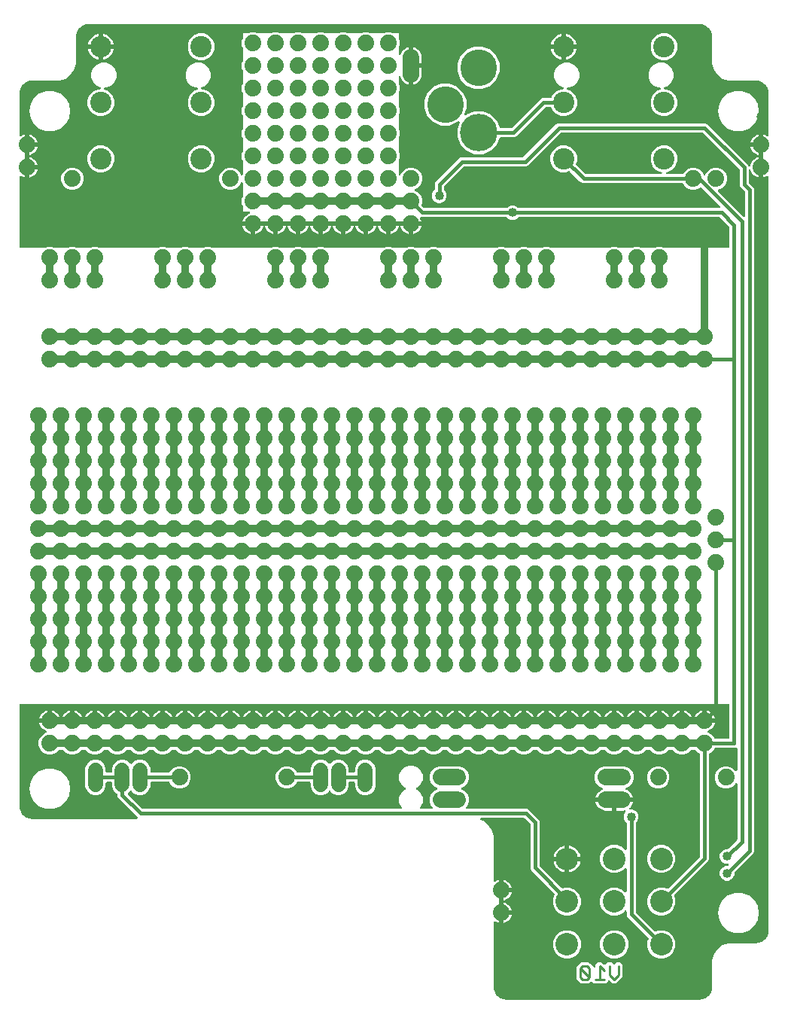
<source format=gbr>
G04 EAGLE Gerber RS-274X export*
G75*
%MOMM*%
%FSLAX34Y34*%
%LPD*%
%INBottom Copper*%
%IPPOS*%
%AMOC8*
5,1,8,0,0,1.08239X$1,22.5*%
G01*
%ADD10C,0.279400*%
%ADD11C,2.400000*%
%ADD12C,1.879600*%
%ADD13C,1.879600*%
%ADD14C,2.540000*%
%ADD15C,1.676400*%
%ADD16C,4.216000*%
%ADD17C,4.114800*%
%ADD18C,0.812800*%
%ADD19C,0.406400*%
%ADD20C,1.016000*%

G36*
X32928Y849632D02*
X32928Y849632D01*
X32937Y849631D01*
X33086Y849652D01*
X33234Y849671D01*
X33243Y849674D01*
X33252Y849675D01*
X33405Y849727D01*
X35624Y850647D01*
X40576Y850647D01*
X42795Y849727D01*
X42804Y849725D01*
X42812Y849720D01*
X42958Y849683D01*
X43102Y849643D01*
X43111Y849643D01*
X43120Y849641D01*
X43281Y849631D01*
X58319Y849631D01*
X58328Y849632D01*
X58337Y849631D01*
X58486Y849652D01*
X58634Y849671D01*
X58643Y849674D01*
X58652Y849675D01*
X58805Y849727D01*
X61024Y850647D01*
X65976Y850647D01*
X68195Y849727D01*
X68204Y849725D01*
X68212Y849720D01*
X68358Y849683D01*
X68502Y849643D01*
X68511Y849643D01*
X68520Y849641D01*
X68681Y849631D01*
X83719Y849631D01*
X83728Y849632D01*
X83737Y849631D01*
X83886Y849652D01*
X84034Y849671D01*
X84043Y849674D01*
X84052Y849675D01*
X84205Y849727D01*
X86424Y850647D01*
X91376Y850647D01*
X93595Y849727D01*
X93604Y849725D01*
X93612Y849720D01*
X93758Y849683D01*
X93902Y849643D01*
X93911Y849643D01*
X93920Y849641D01*
X94081Y849631D01*
X159919Y849631D01*
X159928Y849632D01*
X159937Y849631D01*
X160086Y849652D01*
X160234Y849671D01*
X160243Y849674D01*
X160252Y849675D01*
X160405Y849727D01*
X162624Y850647D01*
X167576Y850647D01*
X169795Y849727D01*
X169804Y849725D01*
X169812Y849720D01*
X169958Y849683D01*
X170102Y849643D01*
X170111Y849643D01*
X170120Y849641D01*
X170281Y849631D01*
X185319Y849631D01*
X185328Y849632D01*
X185337Y849631D01*
X185486Y849652D01*
X185634Y849671D01*
X185643Y849674D01*
X185652Y849675D01*
X185805Y849727D01*
X188024Y850647D01*
X192976Y850647D01*
X195195Y849727D01*
X195204Y849725D01*
X195212Y849720D01*
X195358Y849683D01*
X195502Y849643D01*
X195511Y849643D01*
X195520Y849641D01*
X195681Y849631D01*
X210719Y849631D01*
X210728Y849632D01*
X210737Y849631D01*
X210886Y849652D01*
X211034Y849671D01*
X211043Y849674D01*
X211052Y849675D01*
X211205Y849727D01*
X213424Y850647D01*
X218376Y850647D01*
X220595Y849727D01*
X220604Y849725D01*
X220612Y849720D01*
X220758Y849683D01*
X220902Y849643D01*
X220911Y849643D01*
X220920Y849641D01*
X221081Y849631D01*
X286919Y849631D01*
X286928Y849632D01*
X286937Y849631D01*
X287086Y849652D01*
X287234Y849671D01*
X287243Y849674D01*
X287252Y849675D01*
X287405Y849727D01*
X289624Y850647D01*
X294576Y850647D01*
X296795Y849727D01*
X296804Y849725D01*
X296812Y849720D01*
X296958Y849683D01*
X297102Y849643D01*
X297111Y849643D01*
X297120Y849641D01*
X297281Y849631D01*
X312319Y849631D01*
X312328Y849632D01*
X312337Y849631D01*
X312486Y849652D01*
X312634Y849671D01*
X312643Y849674D01*
X312652Y849675D01*
X312805Y849727D01*
X315024Y850647D01*
X319976Y850647D01*
X322195Y849727D01*
X322204Y849725D01*
X322212Y849720D01*
X322358Y849683D01*
X322502Y849643D01*
X322511Y849643D01*
X322520Y849641D01*
X322681Y849631D01*
X337719Y849631D01*
X337728Y849632D01*
X337737Y849631D01*
X337886Y849652D01*
X338034Y849671D01*
X338043Y849674D01*
X338052Y849675D01*
X338205Y849727D01*
X340424Y850647D01*
X345376Y850647D01*
X347595Y849727D01*
X347604Y849725D01*
X347612Y849720D01*
X347758Y849683D01*
X347902Y849643D01*
X347911Y849643D01*
X347920Y849641D01*
X348081Y849631D01*
X413919Y849631D01*
X413928Y849632D01*
X413937Y849631D01*
X414086Y849652D01*
X414234Y849671D01*
X414243Y849674D01*
X414252Y849675D01*
X414405Y849727D01*
X416624Y850647D01*
X421576Y850647D01*
X423795Y849727D01*
X423804Y849725D01*
X423812Y849720D01*
X423958Y849683D01*
X424102Y849643D01*
X424111Y849643D01*
X424120Y849641D01*
X424281Y849631D01*
X439319Y849631D01*
X439328Y849632D01*
X439337Y849631D01*
X439486Y849652D01*
X439634Y849671D01*
X439643Y849674D01*
X439652Y849675D01*
X439805Y849727D01*
X442024Y850647D01*
X446976Y850647D01*
X449195Y849727D01*
X449204Y849725D01*
X449212Y849720D01*
X449358Y849683D01*
X449502Y849643D01*
X449511Y849643D01*
X449520Y849641D01*
X449681Y849631D01*
X464719Y849631D01*
X464728Y849632D01*
X464737Y849631D01*
X464886Y849652D01*
X465034Y849671D01*
X465043Y849674D01*
X465052Y849675D01*
X465205Y849727D01*
X467424Y850647D01*
X472376Y850647D01*
X474595Y849727D01*
X474604Y849725D01*
X474612Y849720D01*
X474758Y849683D01*
X474902Y849643D01*
X474911Y849643D01*
X474920Y849641D01*
X475081Y849631D01*
X540919Y849631D01*
X540928Y849632D01*
X540937Y849631D01*
X541086Y849652D01*
X541234Y849671D01*
X541243Y849674D01*
X541252Y849675D01*
X541405Y849727D01*
X543624Y850647D01*
X548576Y850647D01*
X550795Y849727D01*
X550804Y849725D01*
X550812Y849720D01*
X550958Y849683D01*
X551102Y849643D01*
X551111Y849643D01*
X551120Y849641D01*
X551281Y849631D01*
X566319Y849631D01*
X566328Y849632D01*
X566337Y849631D01*
X566486Y849652D01*
X566634Y849671D01*
X566643Y849674D01*
X566652Y849675D01*
X566805Y849727D01*
X569024Y850647D01*
X573976Y850647D01*
X576195Y849727D01*
X576204Y849725D01*
X576212Y849720D01*
X576358Y849683D01*
X576502Y849643D01*
X576511Y849643D01*
X576520Y849641D01*
X576681Y849631D01*
X591719Y849631D01*
X591728Y849632D01*
X591737Y849631D01*
X591886Y849652D01*
X592034Y849671D01*
X592043Y849674D01*
X592052Y849675D01*
X592205Y849727D01*
X594424Y850647D01*
X599376Y850647D01*
X601595Y849727D01*
X601604Y849725D01*
X601612Y849720D01*
X601758Y849683D01*
X601902Y849643D01*
X601911Y849643D01*
X601920Y849641D01*
X602081Y849631D01*
X667919Y849631D01*
X667928Y849632D01*
X667937Y849631D01*
X668086Y849652D01*
X668234Y849671D01*
X668243Y849674D01*
X668252Y849675D01*
X668405Y849727D01*
X670624Y850647D01*
X675576Y850647D01*
X677795Y849727D01*
X677804Y849725D01*
X677812Y849720D01*
X677958Y849683D01*
X678102Y849643D01*
X678111Y849643D01*
X678120Y849641D01*
X678281Y849631D01*
X693319Y849631D01*
X693328Y849632D01*
X693337Y849631D01*
X693486Y849652D01*
X693634Y849671D01*
X693643Y849674D01*
X693652Y849675D01*
X693805Y849727D01*
X696024Y850647D01*
X700976Y850647D01*
X703195Y849727D01*
X703204Y849725D01*
X703212Y849720D01*
X703358Y849683D01*
X703502Y849643D01*
X703511Y849643D01*
X703520Y849641D01*
X703681Y849631D01*
X718719Y849631D01*
X718728Y849632D01*
X718737Y849631D01*
X718886Y849652D01*
X719034Y849671D01*
X719043Y849674D01*
X719052Y849675D01*
X719205Y849727D01*
X721424Y850647D01*
X726376Y850647D01*
X728595Y849727D01*
X728604Y849725D01*
X728612Y849720D01*
X728758Y849683D01*
X728902Y849643D01*
X728911Y849643D01*
X728920Y849641D01*
X729081Y849631D01*
X801370Y849631D01*
X801488Y849646D01*
X801607Y849653D01*
X801645Y849666D01*
X801686Y849671D01*
X801796Y849714D01*
X801909Y849751D01*
X801944Y849773D01*
X801981Y849788D01*
X802077Y849858D01*
X802178Y849921D01*
X802206Y849951D01*
X802239Y849974D01*
X802315Y850066D01*
X802396Y850153D01*
X802416Y850188D01*
X802441Y850219D01*
X802492Y850327D01*
X802550Y850431D01*
X802560Y850471D01*
X802577Y850507D01*
X802599Y850624D01*
X802629Y850739D01*
X802633Y850800D01*
X802637Y850820D01*
X802635Y850840D01*
X802639Y850900D01*
X802639Y872400D01*
X802627Y872498D01*
X802624Y872597D01*
X802607Y872655D01*
X802599Y872715D01*
X802563Y872807D01*
X802535Y872902D01*
X802505Y872955D01*
X802482Y873011D01*
X802424Y873091D01*
X802374Y873176D01*
X802308Y873252D01*
X802296Y873268D01*
X802286Y873276D01*
X802268Y873297D01*
X792017Y883548D01*
X791939Y883608D01*
X791867Y883676D01*
X791814Y883705D01*
X791766Y883742D01*
X791675Y883782D01*
X791588Y883830D01*
X791530Y883845D01*
X791474Y883869D01*
X791376Y883884D01*
X791280Y883909D01*
X791180Y883915D01*
X791160Y883919D01*
X791148Y883917D01*
X791120Y883919D01*
X565741Y883919D01*
X565643Y883907D01*
X565544Y883904D01*
X565485Y883887D01*
X565425Y883879D01*
X565333Y883843D01*
X565238Y883815D01*
X565186Y883785D01*
X565130Y883762D01*
X565050Y883704D01*
X564964Y883654D01*
X564889Y883588D01*
X564872Y883576D01*
X564864Y883566D01*
X564855Y883558D01*
X564853Y883557D01*
X564852Y883556D01*
X564843Y883548D01*
X563405Y882109D01*
X560417Y880871D01*
X557183Y880871D01*
X554195Y882109D01*
X552757Y883548D01*
X552678Y883608D01*
X552606Y883676D01*
X552553Y883705D01*
X552505Y883742D01*
X552414Y883782D01*
X552328Y883830D01*
X552269Y883845D01*
X552214Y883869D01*
X552116Y883884D01*
X552020Y883909D01*
X551920Y883915D01*
X551899Y883919D01*
X551887Y883917D01*
X551859Y883919D01*
X456088Y883919D01*
X455990Y883907D01*
X455890Y883904D01*
X455832Y883887D01*
X455773Y883879D01*
X455680Y883843D01*
X455585Y883815D01*
X455533Y883785D01*
X455477Y883762D01*
X455397Y883704D01*
X455311Y883653D01*
X455268Y883611D01*
X455220Y883576D01*
X455156Y883499D01*
X455086Y883429D01*
X455055Y883377D01*
X455017Y883331D01*
X454974Y883241D01*
X454924Y883155D01*
X454907Y883097D01*
X454881Y883043D01*
X454863Y882945D01*
X454835Y882850D01*
X454833Y882790D01*
X454821Y882731D01*
X454828Y882631D01*
X454824Y882532D01*
X454837Y882473D01*
X454841Y882413D01*
X454872Y882319D01*
X454893Y882222D01*
X454933Y882130D01*
X454939Y882111D01*
X454946Y882100D01*
X454947Y882098D01*
X454949Y882092D01*
X454951Y882089D01*
X454957Y882074D01*
X455564Y880883D01*
X456145Y879096D01*
X456185Y878839D01*
X445770Y878839D01*
X445652Y878824D01*
X445533Y878817D01*
X445495Y878804D01*
X445455Y878799D01*
X445344Y878756D01*
X445231Y878719D01*
X445197Y878697D01*
X445159Y878682D01*
X445063Y878612D01*
X444962Y878549D01*
X444934Y878519D01*
X444902Y878495D01*
X444826Y878404D01*
X444744Y878317D01*
X444725Y878282D01*
X444699Y878251D01*
X444648Y878143D01*
X444591Y878039D01*
X444580Y877999D01*
X444563Y877963D01*
X444541Y877846D01*
X444511Y877731D01*
X444507Y877670D01*
X444503Y877650D01*
X444504Y877639D01*
X444503Y877635D01*
X444504Y877622D01*
X444501Y877570D01*
X444501Y876299D01*
X444499Y876299D01*
X444499Y877570D01*
X444484Y877688D01*
X444477Y877807D01*
X444464Y877845D01*
X444459Y877885D01*
X444415Y877996D01*
X444379Y878109D01*
X444357Y878144D01*
X444342Y878181D01*
X444272Y878277D01*
X444209Y878378D01*
X444179Y878406D01*
X444155Y878439D01*
X444064Y878514D01*
X443977Y878596D01*
X443942Y878616D01*
X443910Y878641D01*
X443803Y878692D01*
X443698Y878750D01*
X443659Y878760D01*
X443623Y878777D01*
X443506Y878799D01*
X443391Y878829D01*
X443330Y878833D01*
X443310Y878837D01*
X443290Y878835D01*
X443230Y878839D01*
X420370Y878839D01*
X420252Y878824D01*
X420133Y878817D01*
X420095Y878804D01*
X420055Y878799D01*
X419944Y878756D01*
X419831Y878719D01*
X419797Y878697D01*
X419759Y878682D01*
X419663Y878612D01*
X419562Y878549D01*
X419534Y878519D01*
X419502Y878495D01*
X419426Y878404D01*
X419344Y878317D01*
X419325Y878282D01*
X419299Y878251D01*
X419248Y878143D01*
X419191Y878039D01*
X419180Y877999D01*
X419163Y877963D01*
X419141Y877846D01*
X419111Y877731D01*
X419107Y877670D01*
X419103Y877650D01*
X419104Y877639D01*
X419103Y877635D01*
X419104Y877622D01*
X419101Y877570D01*
X419101Y876299D01*
X419099Y876299D01*
X419099Y877570D01*
X419084Y877688D01*
X419077Y877807D01*
X419064Y877845D01*
X419059Y877885D01*
X419015Y877996D01*
X418979Y878109D01*
X418957Y878144D01*
X418942Y878181D01*
X418872Y878277D01*
X418809Y878378D01*
X418779Y878406D01*
X418755Y878439D01*
X418664Y878514D01*
X418577Y878596D01*
X418542Y878616D01*
X418510Y878641D01*
X418403Y878692D01*
X418298Y878750D01*
X418259Y878760D01*
X418223Y878777D01*
X418106Y878799D01*
X417991Y878829D01*
X417930Y878833D01*
X417910Y878837D01*
X417890Y878835D01*
X417830Y878839D01*
X394970Y878839D01*
X394852Y878824D01*
X394733Y878817D01*
X394695Y878804D01*
X394655Y878799D01*
X394544Y878756D01*
X394431Y878719D01*
X394397Y878697D01*
X394359Y878682D01*
X394263Y878612D01*
X394162Y878549D01*
X394134Y878519D01*
X394102Y878495D01*
X394026Y878404D01*
X393944Y878317D01*
X393925Y878282D01*
X393899Y878251D01*
X393848Y878143D01*
X393791Y878039D01*
X393780Y877999D01*
X393763Y877963D01*
X393741Y877846D01*
X393711Y877731D01*
X393707Y877670D01*
X393703Y877650D01*
X393704Y877639D01*
X393703Y877635D01*
X393704Y877622D01*
X393701Y877570D01*
X393701Y876299D01*
X393699Y876299D01*
X393699Y877570D01*
X393684Y877688D01*
X393677Y877807D01*
X393664Y877845D01*
X393659Y877885D01*
X393615Y877996D01*
X393579Y878109D01*
X393557Y878144D01*
X393542Y878181D01*
X393472Y878277D01*
X393409Y878378D01*
X393379Y878406D01*
X393355Y878439D01*
X393264Y878514D01*
X393177Y878596D01*
X393142Y878616D01*
X393110Y878641D01*
X393003Y878692D01*
X392898Y878750D01*
X392859Y878760D01*
X392823Y878777D01*
X392706Y878799D01*
X392591Y878829D01*
X392530Y878833D01*
X392510Y878837D01*
X392490Y878835D01*
X392430Y878839D01*
X369570Y878839D01*
X369452Y878824D01*
X369333Y878817D01*
X369295Y878804D01*
X369255Y878799D01*
X369144Y878756D01*
X369031Y878719D01*
X368997Y878697D01*
X368959Y878682D01*
X368863Y878612D01*
X368762Y878549D01*
X368734Y878519D01*
X368702Y878495D01*
X368626Y878404D01*
X368544Y878317D01*
X368525Y878282D01*
X368499Y878251D01*
X368448Y878143D01*
X368391Y878039D01*
X368380Y877999D01*
X368363Y877963D01*
X368341Y877846D01*
X368311Y877731D01*
X368307Y877670D01*
X368303Y877650D01*
X368304Y877639D01*
X368303Y877635D01*
X368304Y877622D01*
X368301Y877570D01*
X368301Y876299D01*
X368299Y876299D01*
X368299Y877570D01*
X368284Y877688D01*
X368277Y877807D01*
X368264Y877845D01*
X368259Y877885D01*
X368215Y877996D01*
X368179Y878109D01*
X368157Y878144D01*
X368142Y878181D01*
X368072Y878277D01*
X368009Y878378D01*
X367979Y878406D01*
X367955Y878439D01*
X367864Y878514D01*
X367777Y878596D01*
X367742Y878616D01*
X367710Y878641D01*
X367603Y878692D01*
X367498Y878750D01*
X367459Y878760D01*
X367423Y878777D01*
X367306Y878799D01*
X367191Y878829D01*
X367130Y878833D01*
X367110Y878837D01*
X367090Y878835D01*
X367030Y878839D01*
X344170Y878839D01*
X344052Y878824D01*
X343933Y878817D01*
X343895Y878804D01*
X343855Y878799D01*
X343744Y878756D01*
X343631Y878719D01*
X343597Y878697D01*
X343559Y878682D01*
X343463Y878612D01*
X343362Y878549D01*
X343334Y878519D01*
X343302Y878495D01*
X343226Y878404D01*
X343144Y878317D01*
X343125Y878282D01*
X343099Y878251D01*
X343048Y878143D01*
X342991Y878039D01*
X342980Y877999D01*
X342963Y877963D01*
X342941Y877846D01*
X342911Y877731D01*
X342907Y877670D01*
X342903Y877650D01*
X342904Y877639D01*
X342903Y877635D01*
X342904Y877622D01*
X342901Y877570D01*
X342901Y876299D01*
X342899Y876299D01*
X342899Y877570D01*
X342884Y877688D01*
X342877Y877807D01*
X342864Y877845D01*
X342859Y877885D01*
X342815Y877996D01*
X342779Y878109D01*
X342757Y878144D01*
X342742Y878181D01*
X342672Y878277D01*
X342609Y878378D01*
X342579Y878406D01*
X342555Y878439D01*
X342464Y878514D01*
X342377Y878596D01*
X342342Y878616D01*
X342310Y878641D01*
X342203Y878692D01*
X342098Y878750D01*
X342059Y878760D01*
X342023Y878777D01*
X341906Y878799D01*
X341791Y878829D01*
X341730Y878833D01*
X341710Y878837D01*
X341690Y878835D01*
X341630Y878839D01*
X318770Y878839D01*
X318652Y878824D01*
X318533Y878817D01*
X318495Y878804D01*
X318455Y878799D01*
X318344Y878756D01*
X318231Y878719D01*
X318197Y878697D01*
X318159Y878682D01*
X318063Y878612D01*
X317962Y878549D01*
X317934Y878519D01*
X317902Y878495D01*
X317826Y878404D01*
X317744Y878317D01*
X317725Y878282D01*
X317699Y878251D01*
X317648Y878143D01*
X317591Y878039D01*
X317580Y877999D01*
X317563Y877963D01*
X317541Y877846D01*
X317511Y877731D01*
X317507Y877670D01*
X317503Y877650D01*
X317504Y877639D01*
X317503Y877635D01*
X317504Y877622D01*
X317501Y877570D01*
X317501Y876299D01*
X317499Y876299D01*
X317499Y877570D01*
X317484Y877688D01*
X317477Y877807D01*
X317464Y877845D01*
X317459Y877885D01*
X317415Y877996D01*
X317379Y878109D01*
X317357Y878144D01*
X317342Y878181D01*
X317272Y878277D01*
X317209Y878378D01*
X317179Y878406D01*
X317155Y878439D01*
X317064Y878514D01*
X316977Y878596D01*
X316942Y878616D01*
X316910Y878641D01*
X316803Y878692D01*
X316698Y878750D01*
X316659Y878760D01*
X316623Y878777D01*
X316506Y878799D01*
X316391Y878829D01*
X316330Y878833D01*
X316310Y878837D01*
X316290Y878835D01*
X316230Y878839D01*
X293370Y878839D01*
X293252Y878824D01*
X293133Y878817D01*
X293095Y878804D01*
X293055Y878799D01*
X292944Y878756D01*
X292831Y878719D01*
X292797Y878697D01*
X292759Y878682D01*
X292663Y878612D01*
X292562Y878549D01*
X292534Y878519D01*
X292502Y878495D01*
X292426Y878404D01*
X292344Y878317D01*
X292325Y878282D01*
X292299Y878251D01*
X292248Y878143D01*
X292191Y878039D01*
X292180Y877999D01*
X292163Y877963D01*
X292141Y877846D01*
X292111Y877731D01*
X292107Y877670D01*
X292103Y877650D01*
X292104Y877639D01*
X292103Y877635D01*
X292104Y877622D01*
X292101Y877570D01*
X292101Y876299D01*
X292099Y876299D01*
X292099Y877570D01*
X292084Y877688D01*
X292077Y877807D01*
X292064Y877845D01*
X292059Y877885D01*
X292015Y877996D01*
X291979Y878109D01*
X291957Y878144D01*
X291942Y878181D01*
X291872Y878277D01*
X291809Y878378D01*
X291779Y878406D01*
X291755Y878439D01*
X291664Y878514D01*
X291577Y878596D01*
X291542Y878616D01*
X291510Y878641D01*
X291403Y878692D01*
X291298Y878750D01*
X291259Y878760D01*
X291223Y878777D01*
X291106Y878799D01*
X290991Y878829D01*
X290930Y878833D01*
X290910Y878837D01*
X290890Y878835D01*
X290830Y878839D01*
X267970Y878839D01*
X267852Y878824D01*
X267733Y878817D01*
X267695Y878804D01*
X267655Y878799D01*
X267544Y878756D01*
X267431Y878719D01*
X267397Y878697D01*
X267359Y878682D01*
X267263Y878612D01*
X267162Y878549D01*
X267134Y878519D01*
X267102Y878495D01*
X267026Y878404D01*
X266944Y878317D01*
X266925Y878282D01*
X266899Y878251D01*
X266848Y878143D01*
X266791Y878039D01*
X266780Y877999D01*
X266763Y877963D01*
X266741Y877846D01*
X266711Y877731D01*
X266707Y877670D01*
X266703Y877650D01*
X266704Y877639D01*
X266703Y877635D01*
X266704Y877622D01*
X266701Y877570D01*
X266701Y876299D01*
X266699Y876299D01*
X266699Y877570D01*
X266684Y877688D01*
X266677Y877807D01*
X266664Y877845D01*
X266659Y877885D01*
X266615Y877996D01*
X266579Y878109D01*
X266557Y878144D01*
X266542Y878181D01*
X266472Y878277D01*
X266409Y878378D01*
X266379Y878406D01*
X266355Y878439D01*
X266264Y878514D01*
X266177Y878596D01*
X266142Y878616D01*
X266110Y878641D01*
X266003Y878692D01*
X265898Y878750D01*
X265859Y878760D01*
X265823Y878777D01*
X265706Y878799D01*
X265591Y878829D01*
X265530Y878833D01*
X265510Y878837D01*
X265490Y878835D01*
X265430Y878839D01*
X255015Y878839D01*
X255055Y879096D01*
X255636Y880883D01*
X256489Y882557D01*
X257594Y884078D01*
X258922Y885406D01*
X260443Y886511D01*
X262117Y887364D01*
X262582Y887515D01*
X262609Y887528D01*
X262638Y887535D01*
X262753Y887595D01*
X262870Y887650D01*
X262893Y887669D01*
X262919Y887683D01*
X263015Y887771D01*
X263115Y887853D01*
X263132Y887877D01*
X263154Y887897D01*
X263226Y888006D01*
X263302Y888110D01*
X263313Y888138D01*
X263329Y888163D01*
X263371Y888286D01*
X263419Y888406D01*
X263423Y888436D01*
X263432Y888464D01*
X263443Y888593D01*
X263459Y888722D01*
X263455Y888751D01*
X263458Y888781D01*
X263435Y888909D01*
X263419Y889037D01*
X263408Y889065D01*
X263403Y889094D01*
X263350Y889212D01*
X263302Y889333D01*
X263285Y889357D01*
X263273Y889384D01*
X263192Y889485D01*
X263116Y889590D01*
X263093Y889609D01*
X263074Y889633D01*
X262971Y889710D01*
X262871Y889793D01*
X262844Y889806D01*
X262820Y889824D01*
X262675Y889895D01*
X262005Y890173D01*
X261996Y890175D01*
X261988Y890180D01*
X261842Y890217D01*
X261698Y890257D01*
X261689Y890257D01*
X261680Y890259D01*
X261519Y890269D01*
X255269Y890269D01*
X255269Y896519D01*
X255268Y896528D01*
X255269Y896537D01*
X255248Y896686D01*
X255229Y896834D01*
X255226Y896843D01*
X255225Y896852D01*
X255173Y897005D01*
X254253Y899224D01*
X254253Y904176D01*
X255173Y906395D01*
X255175Y906404D01*
X255180Y906412D01*
X255217Y906557D01*
X255257Y906702D01*
X255257Y906711D01*
X255259Y906720D01*
X255269Y906881D01*
X255269Y921919D01*
X255261Y921988D01*
X255262Y922058D01*
X255241Y922145D01*
X255229Y922234D01*
X255204Y922299D01*
X255187Y922367D01*
X255145Y922447D01*
X255112Y922530D01*
X255071Y922587D01*
X255039Y922648D01*
X254978Y922715D01*
X254926Y922787D01*
X254872Y922832D01*
X254825Y922884D01*
X254750Y922933D01*
X254681Y922990D01*
X254617Y923020D01*
X254559Y923058D01*
X254474Y923088D01*
X254393Y923126D01*
X254324Y923139D01*
X254258Y923162D01*
X254169Y923169D01*
X254081Y923186D01*
X254011Y923181D01*
X253941Y923187D01*
X253853Y923171D01*
X253763Y923166D01*
X253697Y923144D01*
X253628Y923132D01*
X253546Y923095D01*
X253461Y923068D01*
X253402Y923030D01*
X253338Y923002D01*
X253268Y922946D01*
X253192Y922898D01*
X253144Y922847D01*
X253090Y922803D01*
X253036Y922732D01*
X252974Y922666D01*
X252940Y922605D01*
X252898Y922549D01*
X252827Y922405D01*
X251852Y920050D01*
X248350Y916548D01*
X243776Y914653D01*
X238824Y914653D01*
X234250Y916548D01*
X230748Y920050D01*
X228853Y924624D01*
X228853Y929576D01*
X230748Y934150D01*
X234250Y937652D01*
X238824Y939547D01*
X243776Y939547D01*
X248350Y937652D01*
X251852Y934150D01*
X252827Y931795D01*
X252862Y931735D01*
X252888Y931670D01*
X252940Y931597D01*
X252985Y931519D01*
X253034Y931469D01*
X253074Y931413D01*
X253144Y931355D01*
X253206Y931291D01*
X253266Y931254D01*
X253319Y931210D01*
X253401Y931171D01*
X253477Y931124D01*
X253544Y931104D01*
X253607Y931074D01*
X253695Y931057D01*
X253781Y931031D01*
X253851Y931028D01*
X253920Y931014D01*
X254009Y931020D01*
X254099Y931016D01*
X254167Y931030D01*
X254237Y931034D01*
X254322Y931062D01*
X254410Y931080D01*
X254473Y931111D01*
X254539Y931132D01*
X254615Y931180D01*
X254696Y931220D01*
X254749Y931265D01*
X254808Y931302D01*
X254870Y931368D01*
X254938Y931426D01*
X254978Y931483D01*
X255026Y931534D01*
X255069Y931613D01*
X255121Y931686D01*
X255146Y931751D01*
X255180Y931812D01*
X255202Y931899D01*
X255234Y931983D01*
X255242Y932053D01*
X255259Y932120D01*
X255269Y932281D01*
X255269Y947319D01*
X255268Y947328D01*
X255269Y947337D01*
X255248Y947486D01*
X255229Y947634D01*
X255226Y947643D01*
X255225Y947652D01*
X255173Y947805D01*
X254253Y950024D01*
X254253Y954976D01*
X255173Y957195D01*
X255175Y957204D01*
X255180Y957212D01*
X255217Y957357D01*
X255257Y957502D01*
X255257Y957511D01*
X255259Y957520D01*
X255269Y957681D01*
X255269Y972719D01*
X255268Y972728D01*
X255269Y972737D01*
X255248Y972886D01*
X255229Y973034D01*
X255226Y973043D01*
X255225Y973052D01*
X255173Y973205D01*
X254253Y975424D01*
X254253Y980376D01*
X255173Y982595D01*
X255175Y982604D01*
X255180Y982612D01*
X255217Y982757D01*
X255257Y982902D01*
X255257Y982911D01*
X255259Y982920D01*
X255269Y983081D01*
X255269Y998119D01*
X255268Y998128D01*
X255269Y998137D01*
X255248Y998286D01*
X255245Y998314D01*
X255241Y998370D01*
X255235Y998388D01*
X255229Y998434D01*
X255226Y998443D01*
X255225Y998452D01*
X255173Y998605D01*
X254253Y1000824D01*
X254253Y1005776D01*
X255173Y1007995D01*
X255175Y1008004D01*
X255180Y1008012D01*
X255217Y1008157D01*
X255257Y1008302D01*
X255257Y1008311D01*
X255259Y1008320D01*
X255269Y1008481D01*
X255269Y1023519D01*
X255268Y1023528D01*
X255269Y1023537D01*
X255254Y1023647D01*
X255247Y1023755D01*
X255235Y1023793D01*
X255229Y1023834D01*
X255226Y1023843D01*
X255225Y1023852D01*
X255173Y1024005D01*
X254253Y1026224D01*
X254253Y1031176D01*
X255173Y1033395D01*
X255175Y1033404D01*
X255180Y1033412D01*
X255217Y1033557D01*
X255257Y1033702D01*
X255257Y1033711D01*
X255259Y1033720D01*
X255269Y1033881D01*
X255269Y1048919D01*
X255268Y1048928D01*
X255269Y1048937D01*
X255252Y1049059D01*
X255247Y1049140D01*
X255238Y1049168D01*
X255229Y1049234D01*
X255226Y1049243D01*
X255225Y1049252D01*
X255173Y1049405D01*
X254253Y1051624D01*
X254253Y1056576D01*
X255173Y1058795D01*
X255175Y1058804D01*
X255180Y1058812D01*
X255217Y1058957D01*
X255257Y1059102D01*
X255257Y1059111D01*
X255259Y1059120D01*
X255269Y1059281D01*
X255269Y1074319D01*
X255268Y1074328D01*
X255269Y1074337D01*
X255250Y1074471D01*
X255247Y1074525D01*
X255241Y1074544D01*
X255229Y1074634D01*
X255226Y1074643D01*
X255225Y1074652D01*
X255173Y1074805D01*
X254253Y1077024D01*
X254253Y1081976D01*
X255173Y1084195D01*
X255175Y1084204D01*
X255180Y1084212D01*
X255217Y1084357D01*
X255257Y1084502D01*
X255257Y1084511D01*
X255259Y1084520D01*
X255269Y1084681D01*
X255269Y1090931D01*
X261519Y1090931D01*
X261528Y1090932D01*
X261537Y1090931D01*
X261686Y1090952D01*
X261834Y1090971D01*
X261843Y1090974D01*
X261852Y1090975D01*
X262005Y1091027D01*
X264224Y1091947D01*
X269176Y1091947D01*
X271395Y1091027D01*
X271404Y1091025D01*
X271412Y1091020D01*
X271558Y1090983D01*
X271702Y1090943D01*
X271711Y1090943D01*
X271720Y1090941D01*
X271881Y1090931D01*
X286919Y1090931D01*
X286928Y1090932D01*
X286937Y1090931D01*
X287086Y1090952D01*
X287234Y1090971D01*
X287243Y1090974D01*
X287252Y1090975D01*
X287405Y1091027D01*
X289624Y1091947D01*
X294576Y1091947D01*
X296795Y1091027D01*
X296804Y1091025D01*
X296812Y1091020D01*
X296958Y1090983D01*
X297102Y1090943D01*
X297111Y1090943D01*
X297120Y1090941D01*
X297281Y1090931D01*
X312319Y1090931D01*
X312328Y1090932D01*
X312337Y1090931D01*
X312486Y1090952D01*
X312634Y1090971D01*
X312643Y1090974D01*
X312652Y1090975D01*
X312805Y1091027D01*
X315024Y1091947D01*
X319976Y1091947D01*
X322195Y1091027D01*
X322204Y1091025D01*
X322212Y1091020D01*
X322358Y1090983D01*
X322502Y1090943D01*
X322511Y1090943D01*
X322520Y1090941D01*
X322681Y1090931D01*
X337719Y1090931D01*
X337728Y1090932D01*
X337737Y1090931D01*
X337886Y1090952D01*
X338034Y1090971D01*
X338043Y1090974D01*
X338052Y1090975D01*
X338205Y1091027D01*
X340424Y1091947D01*
X345376Y1091947D01*
X347595Y1091027D01*
X347604Y1091025D01*
X347612Y1091020D01*
X347758Y1090983D01*
X347902Y1090943D01*
X347911Y1090943D01*
X347920Y1090941D01*
X348081Y1090931D01*
X363119Y1090931D01*
X363128Y1090932D01*
X363137Y1090931D01*
X363286Y1090952D01*
X363434Y1090971D01*
X363443Y1090974D01*
X363452Y1090975D01*
X363605Y1091027D01*
X365824Y1091947D01*
X370776Y1091947D01*
X372995Y1091027D01*
X373004Y1091025D01*
X373012Y1091020D01*
X373158Y1090983D01*
X373302Y1090943D01*
X373311Y1090943D01*
X373320Y1090941D01*
X373481Y1090931D01*
X388519Y1090931D01*
X388528Y1090932D01*
X388537Y1090931D01*
X388686Y1090952D01*
X388834Y1090971D01*
X388843Y1090974D01*
X388852Y1090975D01*
X389005Y1091027D01*
X391224Y1091947D01*
X396176Y1091947D01*
X398395Y1091027D01*
X398404Y1091025D01*
X398412Y1091020D01*
X398558Y1090983D01*
X398702Y1090943D01*
X398711Y1090943D01*
X398720Y1090941D01*
X398881Y1090931D01*
X413919Y1090931D01*
X413928Y1090932D01*
X413937Y1090931D01*
X414086Y1090952D01*
X414234Y1090971D01*
X414243Y1090974D01*
X414252Y1090975D01*
X414405Y1091027D01*
X416624Y1091947D01*
X421576Y1091947D01*
X423795Y1091027D01*
X423804Y1091025D01*
X423812Y1091020D01*
X423958Y1090983D01*
X424102Y1090943D01*
X424111Y1090943D01*
X424120Y1090941D01*
X424281Y1090931D01*
X430531Y1090931D01*
X430531Y1084681D01*
X430532Y1084672D01*
X430531Y1084663D01*
X430552Y1084514D01*
X430571Y1084366D01*
X430574Y1084357D01*
X430575Y1084348D01*
X430627Y1084195D01*
X431547Y1081976D01*
X431547Y1077024D01*
X430627Y1074805D01*
X430625Y1074796D01*
X430620Y1074788D01*
X430583Y1074642D01*
X430543Y1074498D01*
X430543Y1074489D01*
X430541Y1074480D01*
X430534Y1074373D01*
X430533Y1074368D01*
X430534Y1074364D01*
X430531Y1074319D01*
X430531Y1067153D01*
X430546Y1067035D01*
X430553Y1066916D01*
X430566Y1066878D01*
X430571Y1066838D01*
X430615Y1066727D01*
X430651Y1066613D01*
X430673Y1066579D01*
X430688Y1066542D01*
X430758Y1066446D01*
X430822Y1066345D01*
X430851Y1066317D01*
X430874Y1066285D01*
X430966Y1066209D01*
X431053Y1066127D01*
X431089Y1066108D01*
X431119Y1066082D01*
X431227Y1066031D01*
X431332Y1065974D01*
X431371Y1065963D01*
X431407Y1065946D01*
X431524Y1065924D01*
X431640Y1065894D01*
X431680Y1065894D01*
X431720Y1065887D01*
X431839Y1065894D01*
X431958Y1065894D01*
X431997Y1065904D01*
X432037Y1065906D01*
X432150Y1065943D01*
X432266Y1065973D01*
X432301Y1065992D01*
X432339Y1066004D01*
X432440Y1066068D01*
X432545Y1066126D01*
X432574Y1066153D01*
X432608Y1066175D01*
X432690Y1066262D01*
X432777Y1066343D01*
X432799Y1066377D01*
X432826Y1066406D01*
X432884Y1066511D01*
X432948Y1066611D01*
X432970Y1066667D01*
X432980Y1066685D01*
X432985Y1066705D01*
X433007Y1066761D01*
X433436Y1068081D01*
X434289Y1069755D01*
X435394Y1071276D01*
X436722Y1072604D01*
X438243Y1073709D01*
X439917Y1074562D01*
X441704Y1075143D01*
X441961Y1075183D01*
X441961Y1055370D01*
X441976Y1055252D01*
X441983Y1055133D01*
X441996Y1055095D01*
X442001Y1055055D01*
X442044Y1054944D01*
X442081Y1054831D01*
X442103Y1054797D01*
X442118Y1054759D01*
X442188Y1054663D01*
X442251Y1054562D01*
X442281Y1054534D01*
X442304Y1054502D01*
X442396Y1054426D01*
X442483Y1054344D01*
X442518Y1054325D01*
X442549Y1054299D01*
X442657Y1054248D01*
X442761Y1054191D01*
X442801Y1054180D01*
X442837Y1054163D01*
X442954Y1054141D01*
X443069Y1054111D01*
X443130Y1054107D01*
X443150Y1054103D01*
X443170Y1054105D01*
X443230Y1054101D01*
X444501Y1054101D01*
X444501Y1054099D01*
X443230Y1054099D01*
X443112Y1054084D01*
X442993Y1054077D01*
X442955Y1054064D01*
X442914Y1054059D01*
X442804Y1054015D01*
X442691Y1053979D01*
X442656Y1053957D01*
X442619Y1053942D01*
X442523Y1053872D01*
X442422Y1053809D01*
X442394Y1053779D01*
X442361Y1053755D01*
X442286Y1053664D01*
X442204Y1053577D01*
X442184Y1053542D01*
X442159Y1053510D01*
X442108Y1053403D01*
X442050Y1053298D01*
X442040Y1053259D01*
X442023Y1053223D01*
X442001Y1053106D01*
X441971Y1052991D01*
X441967Y1052930D01*
X441963Y1052910D01*
X441965Y1052890D01*
X441961Y1052830D01*
X441961Y1033017D01*
X441704Y1033057D01*
X439917Y1033638D01*
X438243Y1034491D01*
X436722Y1035596D01*
X435394Y1036924D01*
X434289Y1038445D01*
X433436Y1040119D01*
X433007Y1041439D01*
X432956Y1041547D01*
X432912Y1041658D01*
X432889Y1041690D01*
X432872Y1041727D01*
X432796Y1041818D01*
X432726Y1041915D01*
X432695Y1041941D01*
X432669Y1041972D01*
X432573Y1042042D01*
X432481Y1042118D01*
X432444Y1042135D01*
X432412Y1042159D01*
X432301Y1042203D01*
X432193Y1042254D01*
X432154Y1042261D01*
X432116Y1042276D01*
X431997Y1042291D01*
X431881Y1042313D01*
X431841Y1042311D01*
X431801Y1042316D01*
X431682Y1042301D01*
X431563Y1042294D01*
X431525Y1042281D01*
X431485Y1042276D01*
X431374Y1042232D01*
X431261Y1042196D01*
X431227Y1042174D01*
X431189Y1042159D01*
X431093Y1042089D01*
X430992Y1042025D01*
X430964Y1041996D01*
X430932Y1041973D01*
X430856Y1041881D01*
X430774Y1041794D01*
X430755Y1041759D01*
X430729Y1041728D01*
X430678Y1041620D01*
X430620Y1041515D01*
X430610Y1041476D01*
X430593Y1041440D01*
X430571Y1041323D01*
X430541Y1041207D01*
X430537Y1041148D01*
X430533Y1041128D01*
X430535Y1041107D01*
X430531Y1041047D01*
X430531Y1033881D01*
X430532Y1033872D01*
X430531Y1033863D01*
X430552Y1033714D01*
X430571Y1033566D01*
X430574Y1033557D01*
X430575Y1033548D01*
X430627Y1033395D01*
X431547Y1031176D01*
X431547Y1026224D01*
X430627Y1024005D01*
X430625Y1023996D01*
X430620Y1023988D01*
X430610Y1023946D01*
X430593Y1023911D01*
X430573Y1023806D01*
X430543Y1023698D01*
X430543Y1023689D01*
X430541Y1023680D01*
X430537Y1023618D01*
X430533Y1023598D01*
X430535Y1023579D01*
X430531Y1023519D01*
X430531Y1008481D01*
X430532Y1008472D01*
X430531Y1008463D01*
X430552Y1008314D01*
X430571Y1008166D01*
X430574Y1008157D01*
X430575Y1008148D01*
X430627Y1007995D01*
X431547Y1005776D01*
X431547Y1000824D01*
X430627Y998605D01*
X430625Y998596D01*
X430620Y998588D01*
X430611Y998552D01*
X430599Y998526D01*
X430583Y998442D01*
X430543Y998298D01*
X430543Y998289D01*
X430541Y998280D01*
X430531Y998119D01*
X430531Y983081D01*
X430532Y983072D01*
X430531Y983063D01*
X430552Y982914D01*
X430571Y982766D01*
X430574Y982757D01*
X430575Y982748D01*
X430627Y982595D01*
X431547Y980376D01*
X431547Y975424D01*
X430627Y973205D01*
X430625Y973196D01*
X430620Y973188D01*
X430612Y973156D01*
X430605Y973141D01*
X430596Y973092D01*
X430583Y973042D01*
X430543Y972898D01*
X430543Y972889D01*
X430541Y972880D01*
X430531Y972719D01*
X430531Y957681D01*
X430532Y957672D01*
X430531Y957663D01*
X430552Y957514D01*
X430571Y957366D01*
X430574Y957357D01*
X430575Y957348D01*
X430627Y957195D01*
X431547Y954976D01*
X431547Y950024D01*
X430627Y947805D01*
X430625Y947796D01*
X430620Y947788D01*
X430613Y947760D01*
X430611Y947756D01*
X430609Y947742D01*
X430583Y947642D01*
X430543Y947498D01*
X430543Y947489D01*
X430541Y947480D01*
X430531Y947319D01*
X430531Y932281D01*
X430540Y932212D01*
X430538Y932142D01*
X430559Y932055D01*
X430571Y931966D01*
X430596Y931901D01*
X430613Y931833D01*
X430655Y931753D01*
X430688Y931670D01*
X430729Y931613D01*
X430761Y931552D01*
X430822Y931485D01*
X430874Y931413D01*
X430928Y931368D01*
X430975Y931316D01*
X431050Y931267D01*
X431119Y931210D01*
X431183Y931180D01*
X431241Y931142D01*
X431326Y931112D01*
X431407Y931074D01*
X431476Y931061D01*
X431542Y931038D01*
X431631Y931031D01*
X431720Y931014D01*
X431789Y931019D01*
X431859Y931013D01*
X431947Y931029D01*
X432037Y931034D01*
X432103Y931056D01*
X432172Y931068D01*
X432254Y931105D01*
X432339Y931132D01*
X432398Y931170D01*
X432462Y931198D01*
X432532Y931254D01*
X432608Y931302D01*
X432656Y931353D01*
X432710Y931397D01*
X432765Y931469D01*
X432826Y931534D01*
X432860Y931595D01*
X432902Y931651D01*
X432973Y931795D01*
X433948Y934150D01*
X437450Y937652D01*
X442024Y939547D01*
X446976Y939547D01*
X451550Y937652D01*
X455052Y934150D01*
X456947Y929576D01*
X456947Y924624D01*
X455052Y920050D01*
X451550Y916548D01*
X449195Y915573D01*
X449075Y915504D01*
X448952Y915439D01*
X448937Y915425D01*
X448919Y915415D01*
X448819Y915318D01*
X448716Y915225D01*
X448705Y915208D01*
X448691Y915194D01*
X448618Y915075D01*
X448542Y914959D01*
X448535Y914940D01*
X448524Y914923D01*
X448484Y914790D01*
X448438Y914658D01*
X448437Y914638D01*
X448431Y914619D01*
X448424Y914480D01*
X448413Y914341D01*
X448417Y914321D01*
X448416Y914301D01*
X448444Y914165D01*
X448468Y914028D01*
X448476Y914009D01*
X448480Y913990D01*
X448541Y913864D01*
X448598Y913738D01*
X448611Y913722D01*
X448620Y913704D01*
X448710Y913598D01*
X448797Y913490D01*
X448813Y913477D01*
X448826Y913462D01*
X448940Y913382D01*
X449051Y913298D01*
X449076Y913286D01*
X449086Y913279D01*
X449105Y913272D01*
X449195Y913227D01*
X451550Y912252D01*
X455052Y908750D01*
X456947Y904176D01*
X456947Y899224D01*
X456455Y898038D01*
X456448Y898010D01*
X456434Y897983D01*
X456406Y897856D01*
X456371Y897731D01*
X456371Y897702D01*
X456365Y897673D01*
X456368Y897543D01*
X456366Y897413D01*
X456373Y897385D01*
X456374Y897355D01*
X456410Y897230D01*
X456441Y897104D01*
X456454Y897078D01*
X456463Y897050D01*
X456528Y896938D01*
X456589Y896823D01*
X456609Y896801D01*
X456624Y896776D01*
X456731Y896655D01*
X458933Y894452D01*
X459011Y894392D01*
X459083Y894324D01*
X459136Y894295D01*
X459184Y894258D01*
X459275Y894218D01*
X459362Y894170D01*
X459420Y894155D01*
X459476Y894131D01*
X459574Y894116D01*
X459670Y894091D01*
X459770Y894085D01*
X459790Y894081D01*
X459802Y894083D01*
X459830Y894081D01*
X551859Y894081D01*
X551957Y894093D01*
X552056Y894096D01*
X552115Y894113D01*
X552175Y894121D01*
X552267Y894157D01*
X552362Y894185D01*
X552414Y894215D01*
X552470Y894238D01*
X552550Y894296D01*
X552636Y894346D01*
X552711Y894412D01*
X552728Y894424D01*
X552736Y894434D01*
X552757Y894452D01*
X554195Y895891D01*
X557183Y897129D01*
X560417Y897129D01*
X563405Y895891D01*
X564843Y894452D01*
X564922Y894392D01*
X564994Y894324D01*
X565047Y894295D01*
X565095Y894258D01*
X565186Y894218D01*
X565272Y894170D01*
X565331Y894155D01*
X565386Y894131D01*
X565484Y894116D01*
X565580Y894091D01*
X565680Y894085D01*
X565701Y894081D01*
X565713Y894083D01*
X565741Y894081D01*
X791120Y894081D01*
X791257Y894098D01*
X791396Y894111D01*
X791415Y894118D01*
X791435Y894121D01*
X791564Y894172D01*
X791695Y894219D01*
X791712Y894230D01*
X791731Y894238D01*
X791843Y894319D01*
X791959Y894397D01*
X791972Y894413D01*
X791988Y894424D01*
X792077Y894532D01*
X792169Y894636D01*
X792178Y894654D01*
X792191Y894669D01*
X792250Y894795D01*
X792314Y894919D01*
X792318Y894939D01*
X792327Y894957D01*
X792353Y895093D01*
X792383Y895229D01*
X792383Y895250D01*
X792386Y895269D01*
X792378Y895408D01*
X792374Y895547D01*
X792368Y895567D01*
X792367Y895587D01*
X792324Y895719D01*
X792285Y895853D01*
X792275Y895870D01*
X792269Y895889D01*
X792194Y896007D01*
X792124Y896127D01*
X792105Y896148D01*
X792099Y896158D01*
X792084Y896172D01*
X792017Y896247D01*
X771281Y916984D01*
X771187Y917057D01*
X771098Y917135D01*
X771062Y917154D01*
X771030Y917179D01*
X770921Y917226D01*
X770814Y917280D01*
X770775Y917289D01*
X770738Y917305D01*
X770620Y917324D01*
X770504Y917350D01*
X770464Y917349D01*
X770424Y917355D01*
X770305Y917344D01*
X770186Y917340D01*
X770148Y917329D01*
X770107Y917325D01*
X769995Y917285D01*
X769881Y917252D01*
X769846Y917231D01*
X769808Y917217D01*
X769709Y917151D01*
X769607Y917090D01*
X769562Y917050D01*
X769545Y917039D01*
X769531Y917024D01*
X769486Y916984D01*
X769050Y916548D01*
X764476Y914653D01*
X759524Y914653D01*
X754950Y916548D01*
X751448Y920050D01*
X750957Y921236D01*
X750951Y921246D01*
X750950Y921248D01*
X750946Y921255D01*
X750942Y921261D01*
X750933Y921289D01*
X750864Y921399D01*
X750799Y921512D01*
X750779Y921533D01*
X750763Y921558D01*
X750668Y921647D01*
X750578Y921740D01*
X750553Y921756D01*
X750531Y921776D01*
X750417Y921839D01*
X750307Y921907D01*
X750279Y921915D01*
X750253Y921930D01*
X750127Y921962D01*
X750003Y922000D01*
X749973Y922002D01*
X749945Y922009D01*
X749784Y922019D01*
X637789Y922019D01*
X635922Y922793D01*
X634314Y924401D01*
X623337Y935378D01*
X623313Y935396D01*
X623294Y935419D01*
X623188Y935493D01*
X623085Y935573D01*
X623058Y935585D01*
X623034Y935602D01*
X622913Y935648D01*
X622794Y935699D01*
X622764Y935704D01*
X622737Y935714D01*
X622608Y935729D01*
X622480Y935749D01*
X622450Y935746D01*
X622421Y935750D01*
X622292Y935732D01*
X622163Y935719D01*
X622135Y935709D01*
X622106Y935705D01*
X621954Y935653D01*
X619293Y934551D01*
X613307Y934551D01*
X607776Y936842D01*
X603542Y941076D01*
X601251Y946607D01*
X601251Y952593D01*
X603542Y958124D01*
X607776Y962358D01*
X613307Y964649D01*
X619293Y964649D01*
X624824Y962358D01*
X629058Y958124D01*
X631349Y952593D01*
X631349Y946607D01*
X630247Y943946D01*
X630239Y943918D01*
X630226Y943892D01*
X630197Y943765D01*
X630163Y943640D01*
X630162Y943610D01*
X630156Y943581D01*
X630160Y943452D01*
X630158Y943322D01*
X630165Y943293D01*
X630166Y943264D01*
X630202Y943139D01*
X630232Y943012D01*
X630246Y942986D01*
X630254Y942958D01*
X630320Y942846D01*
X630381Y942731D01*
X630401Y942709D01*
X630416Y942684D01*
X630522Y942563D01*
X640533Y932552D01*
X640611Y932492D01*
X640683Y932424D01*
X640736Y932395D01*
X640784Y932358D01*
X640875Y932318D01*
X640962Y932270D01*
X641020Y932255D01*
X641076Y932231D01*
X641174Y932216D01*
X641270Y932191D01*
X641370Y932185D01*
X641390Y932181D01*
X641402Y932183D01*
X641430Y932181D01*
X725649Y932181D01*
X725718Y932189D01*
X725788Y932188D01*
X725875Y932209D01*
X725964Y932221D01*
X726029Y932246D01*
X726097Y932263D01*
X726176Y932305D01*
X726260Y932338D01*
X726316Y932379D01*
X726378Y932411D01*
X726445Y932472D01*
X726517Y932524D01*
X726562Y932578D01*
X726613Y932625D01*
X726663Y932700D01*
X726720Y932769D01*
X726750Y932833D01*
X726788Y932891D01*
X726817Y932976D01*
X726856Y933057D01*
X726869Y933126D01*
X726891Y933192D01*
X726899Y933281D01*
X726915Y933369D01*
X726911Y933439D01*
X726917Y933509D01*
X726901Y933597D01*
X726896Y933687D01*
X726874Y933753D01*
X726862Y933822D01*
X726825Y933904D01*
X726798Y933989D01*
X726760Y934048D01*
X726732Y934112D01*
X726676Y934182D01*
X726627Y934258D01*
X726577Y934306D01*
X726533Y934360D01*
X726461Y934415D01*
X726396Y934476D01*
X726335Y934510D01*
X726279Y934552D01*
X726134Y934623D01*
X720776Y936842D01*
X716542Y941076D01*
X714251Y946607D01*
X714251Y952593D01*
X716542Y958124D01*
X720776Y962358D01*
X726307Y964649D01*
X732293Y964649D01*
X737824Y962358D01*
X742058Y958124D01*
X744349Y952593D01*
X744349Y946607D01*
X742058Y941076D01*
X737824Y936842D01*
X732466Y934623D01*
X732405Y934588D01*
X732340Y934562D01*
X732267Y934510D01*
X732189Y934465D01*
X732139Y934417D01*
X732083Y934376D01*
X732025Y934306D01*
X731961Y934244D01*
X731924Y934184D01*
X731880Y934131D01*
X731842Y934049D01*
X731795Y933973D01*
X731774Y933906D01*
X731744Y933843D01*
X731728Y933755D01*
X731701Y933669D01*
X731698Y933599D01*
X731685Y933530D01*
X731690Y933441D01*
X731686Y933351D01*
X731700Y933283D01*
X731704Y933213D01*
X731732Y933128D01*
X731750Y933040D01*
X731781Y932977D01*
X731802Y932911D01*
X731850Y932835D01*
X731890Y932754D01*
X731935Y932701D01*
X731973Y932642D01*
X732038Y932580D01*
X732096Y932512D01*
X732153Y932472D01*
X732204Y932424D01*
X732283Y932381D01*
X732356Y932329D01*
X732422Y932304D01*
X732483Y932270D01*
X732570Y932248D01*
X732654Y932216D01*
X732723Y932208D01*
X732791Y932191D01*
X732951Y932181D01*
X749784Y932181D01*
X749813Y932184D01*
X749843Y932182D01*
X749971Y932204D01*
X750100Y932221D01*
X750127Y932231D01*
X750156Y932236D01*
X750275Y932290D01*
X750395Y932338D01*
X750419Y932355D01*
X750446Y932367D01*
X750548Y932448D01*
X750653Y932524D01*
X750672Y932547D01*
X750695Y932566D01*
X750773Y932669D01*
X750856Y932769D01*
X750868Y932796D01*
X750886Y932820D01*
X750957Y932964D01*
X751448Y934150D01*
X754950Y937652D01*
X759524Y939547D01*
X764476Y939547D01*
X769050Y937652D01*
X772552Y934150D01*
X773527Y931795D01*
X773596Y931675D01*
X773661Y931552D01*
X773675Y931537D01*
X773685Y931519D01*
X773782Y931419D01*
X773875Y931316D01*
X773892Y931305D01*
X773906Y931291D01*
X774025Y931218D01*
X774141Y931142D01*
X774160Y931135D01*
X774177Y931124D01*
X774310Y931084D01*
X774442Y931038D01*
X774462Y931037D01*
X774481Y931031D01*
X774620Y931024D01*
X774759Y931013D01*
X774779Y931017D01*
X774799Y931016D01*
X774935Y931044D01*
X775072Y931068D01*
X775091Y931076D01*
X775110Y931080D01*
X775236Y931141D01*
X775362Y931198D01*
X775378Y931211D01*
X775396Y931220D01*
X775502Y931310D01*
X775610Y931397D01*
X775623Y931413D01*
X775638Y931426D01*
X775718Y931540D01*
X775802Y931651D01*
X775814Y931676D01*
X775821Y931686D01*
X775828Y931705D01*
X775873Y931795D01*
X776848Y934150D01*
X780350Y937652D01*
X784924Y939547D01*
X789876Y939547D01*
X794450Y937652D01*
X797952Y934150D01*
X799847Y929576D01*
X799847Y924624D01*
X797952Y920050D01*
X794450Y916548D01*
X790292Y914826D01*
X790249Y914801D01*
X790202Y914784D01*
X790111Y914722D01*
X790015Y914668D01*
X789980Y914633D01*
X789939Y914606D01*
X789866Y914523D01*
X789787Y914447D01*
X789761Y914404D01*
X789728Y914367D01*
X789678Y914269D01*
X789621Y914176D01*
X789606Y914128D01*
X789584Y914084D01*
X789559Y913977D01*
X789527Y913872D01*
X789525Y913822D01*
X789514Y913774D01*
X789517Y913664D01*
X789512Y913554D01*
X789522Y913505D01*
X789524Y913456D01*
X789554Y913350D01*
X789576Y913243D01*
X789598Y913198D01*
X789612Y913150D01*
X789668Y913056D01*
X789716Y912957D01*
X789748Y912919D01*
X789773Y912876D01*
X789880Y912755D01*
X818253Y884383D01*
X818362Y884297D01*
X818469Y884209D01*
X818488Y884200D01*
X818504Y884188D01*
X818632Y884132D01*
X818757Y884073D01*
X818777Y884070D01*
X818796Y884061D01*
X818934Y884040D01*
X819070Y884014D01*
X819090Y884015D01*
X819110Y884012D01*
X819249Y884025D01*
X819387Y884033D01*
X819406Y884039D01*
X819426Y884041D01*
X819558Y884089D01*
X819689Y884131D01*
X819707Y884142D01*
X819726Y884149D01*
X819841Y884227D01*
X819958Y884301D01*
X819972Y884316D01*
X819989Y884328D01*
X820081Y884432D01*
X820176Y884533D01*
X820186Y884551D01*
X820199Y884566D01*
X820263Y884690D01*
X820330Y884812D01*
X820335Y884831D01*
X820344Y884849D01*
X820374Y884985D01*
X820409Y885120D01*
X820411Y885148D01*
X820414Y885160D01*
X820413Y885180D01*
X820419Y885280D01*
X820419Y911770D01*
X820407Y911868D01*
X820404Y911967D01*
X820387Y912025D01*
X820379Y912085D01*
X820343Y912177D01*
X820315Y912272D01*
X820285Y912325D01*
X820262Y912381D01*
X820204Y912461D01*
X820154Y912546D01*
X820088Y912622D01*
X820076Y912638D01*
X820066Y912646D01*
X820048Y912667D01*
X814843Y917872D01*
X814069Y919739D01*
X814069Y937170D01*
X814057Y937268D01*
X814054Y937367D01*
X814037Y937425D01*
X814029Y937485D01*
X813993Y937577D01*
X813965Y937672D01*
X813935Y937725D01*
X813912Y937781D01*
X813854Y937861D01*
X813804Y937946D01*
X813738Y938022D01*
X813726Y938038D01*
X813716Y938046D01*
X813698Y938067D01*
X772967Y978798D01*
X772889Y978858D01*
X772817Y978926D01*
X772764Y978955D01*
X772716Y978992D01*
X772625Y979032D01*
X772538Y979080D01*
X772480Y979095D01*
X772424Y979119D01*
X772326Y979134D01*
X772230Y979159D01*
X772130Y979165D01*
X772110Y979169D01*
X772098Y979167D01*
X772070Y979169D01*
X613500Y979169D01*
X613402Y979157D01*
X613303Y979154D01*
X613245Y979137D01*
X613185Y979129D01*
X613093Y979093D01*
X612998Y979065D01*
X612945Y979035D01*
X612889Y979012D01*
X612809Y978954D01*
X612724Y978904D01*
X612648Y978838D01*
X612632Y978826D01*
X612624Y978816D01*
X612603Y978798D01*
X575648Y941843D01*
X573781Y941069D01*
X504280Y941069D01*
X504182Y941057D01*
X504083Y941054D01*
X504025Y941037D01*
X503965Y941029D01*
X503873Y940993D01*
X503778Y940965D01*
X503725Y940935D01*
X503669Y940912D01*
X503589Y940854D01*
X503504Y940804D01*
X503428Y940738D01*
X503412Y940726D01*
X503404Y940716D01*
X503383Y940698D01*
X481702Y919017D01*
X481642Y918939D01*
X481574Y918867D01*
X481545Y918814D01*
X481508Y918766D01*
X481468Y918675D01*
X481420Y918588D01*
X481405Y918530D01*
X481381Y918474D01*
X481366Y918376D01*
X481341Y918280D01*
X481335Y918180D01*
X481331Y918160D01*
X481333Y918148D01*
X481331Y918120D01*
X481331Y914991D01*
X481343Y914893D01*
X481346Y914794D01*
X481363Y914735D01*
X481371Y914675D01*
X481407Y914583D01*
X481435Y914488D01*
X481465Y914436D01*
X481488Y914380D01*
X481546Y914300D01*
X481596Y914214D01*
X481662Y914139D01*
X481674Y914122D01*
X481684Y914114D01*
X481702Y914093D01*
X483141Y912655D01*
X484379Y909667D01*
X484379Y906433D01*
X483141Y903445D01*
X480855Y901159D01*
X477867Y899921D01*
X474633Y899921D01*
X471645Y901159D01*
X469359Y903445D01*
X468121Y906433D01*
X468121Y909667D01*
X469359Y912655D01*
X470798Y914093D01*
X470858Y914172D01*
X470926Y914244D01*
X470955Y914297D01*
X470992Y914345D01*
X471032Y914436D01*
X471080Y914522D01*
X471095Y914581D01*
X471119Y914636D01*
X471134Y914734D01*
X471159Y914830D01*
X471165Y914930D01*
X471169Y914951D01*
X471167Y914963D01*
X471169Y914991D01*
X471169Y921761D01*
X471943Y923628D01*
X498772Y950457D01*
X500639Y951231D01*
X570140Y951231D01*
X570238Y951243D01*
X570337Y951246D01*
X570395Y951263D01*
X570455Y951271D01*
X570547Y951307D01*
X570642Y951335D01*
X570695Y951365D01*
X570751Y951388D01*
X570831Y951446D01*
X570916Y951496D01*
X570992Y951562D01*
X571008Y951574D01*
X571016Y951584D01*
X571037Y951602D01*
X607992Y988557D01*
X609859Y989331D01*
X775711Y989331D01*
X777578Y988557D01*
X823457Y942678D01*
X823986Y941403D01*
X824049Y941291D01*
X824108Y941175D01*
X824128Y941153D01*
X824143Y941126D01*
X824233Y941033D01*
X824318Y940937D01*
X824343Y940920D01*
X824364Y940898D01*
X824474Y940830D01*
X824581Y940758D01*
X824610Y940747D01*
X824635Y940732D01*
X824759Y940694D01*
X824880Y940650D01*
X824911Y940647D01*
X824939Y940638D01*
X825069Y940632D01*
X825197Y940620D01*
X825227Y940624D01*
X825257Y940623D01*
X825384Y940649D01*
X825511Y940669D01*
X825539Y940681D01*
X825568Y940687D01*
X825685Y940744D01*
X825803Y940795D01*
X825827Y940814D01*
X825854Y940827D01*
X825953Y940911D01*
X826055Y940990D01*
X826073Y941014D01*
X826096Y941033D01*
X826170Y941139D01*
X826250Y941241D01*
X826262Y941269D01*
X826279Y941293D01*
X826325Y941414D01*
X826377Y941533D01*
X826386Y941575D01*
X826392Y941591D01*
X826394Y941613D01*
X826412Y941690D01*
X826555Y942596D01*
X827136Y944383D01*
X827989Y946057D01*
X829094Y947578D01*
X830422Y948906D01*
X831943Y950011D01*
X833617Y950864D01*
X834937Y951293D01*
X835009Y951327D01*
X835085Y951351D01*
X835152Y951394D01*
X835225Y951428D01*
X835286Y951479D01*
X835353Y951522D01*
X835408Y951580D01*
X835470Y951631D01*
X835517Y951695D01*
X835571Y951753D01*
X835610Y951823D01*
X835657Y951888D01*
X835661Y951898D01*
X835661Y941070D01*
X835676Y940952D01*
X835683Y940833D01*
X835696Y940795D01*
X835701Y940755D01*
X835744Y940644D01*
X835781Y940531D01*
X835803Y940497D01*
X835818Y940459D01*
X835888Y940363D01*
X835951Y940262D01*
X835981Y940234D01*
X836004Y940202D01*
X836096Y940126D01*
X836183Y940044D01*
X836218Y940025D01*
X836249Y939999D01*
X836357Y939948D01*
X836461Y939891D01*
X836501Y939880D01*
X836537Y939863D01*
X836654Y939841D01*
X836769Y939811D01*
X836830Y939807D01*
X836850Y939803D01*
X836870Y939805D01*
X836930Y939801D01*
X839470Y939801D01*
X839588Y939816D01*
X839707Y939823D01*
X839745Y939836D01*
X839785Y939841D01*
X839896Y939885D01*
X840009Y939921D01*
X840044Y939943D01*
X840081Y939958D01*
X840177Y940028D01*
X840278Y940091D01*
X840306Y940121D01*
X840339Y940145D01*
X840414Y940236D01*
X840496Y940323D01*
X840516Y940358D01*
X840541Y940390D01*
X840592Y940497D01*
X840650Y940602D01*
X840660Y940641D01*
X840677Y940677D01*
X840699Y940794D01*
X840729Y940909D01*
X840733Y940970D01*
X840737Y940990D01*
X840735Y941010D01*
X840739Y941070D01*
X840739Y963930D01*
X840724Y964048D01*
X840717Y964167D01*
X840704Y964205D01*
X840699Y964245D01*
X840656Y964356D01*
X840619Y964469D01*
X840597Y964503D01*
X840582Y964541D01*
X840512Y964637D01*
X840449Y964738D01*
X840419Y964766D01*
X840395Y964798D01*
X840304Y964874D01*
X840217Y964956D01*
X840182Y964975D01*
X840151Y965001D01*
X840043Y965052D01*
X839939Y965109D01*
X839899Y965120D01*
X839863Y965137D01*
X839746Y965159D01*
X839631Y965189D01*
X839570Y965193D01*
X839550Y965197D01*
X839530Y965195D01*
X839470Y965199D01*
X838199Y965199D01*
X838199Y965201D01*
X839470Y965201D01*
X839588Y965216D01*
X839707Y965223D01*
X839745Y965236D01*
X839785Y965241D01*
X839896Y965285D01*
X840009Y965321D01*
X840044Y965343D01*
X840081Y965358D01*
X840177Y965428D01*
X840278Y965491D01*
X840306Y965521D01*
X840339Y965545D01*
X840414Y965636D01*
X840496Y965723D01*
X840516Y965758D01*
X840541Y965790D01*
X840592Y965897D01*
X840650Y966002D01*
X840660Y966041D01*
X840677Y966077D01*
X840699Y966194D01*
X840729Y966309D01*
X840733Y966370D01*
X840737Y966390D01*
X840735Y966410D01*
X840739Y966470D01*
X840739Y976885D01*
X840996Y976845D01*
X842783Y976264D01*
X844457Y975411D01*
X844820Y975147D01*
X844855Y975128D01*
X844885Y975103D01*
X844994Y975052D01*
X845099Y974994D01*
X845137Y974984D01*
X845173Y974967D01*
X845291Y974945D01*
X845407Y974915D01*
X845446Y974915D01*
X845486Y974908D01*
X845605Y974915D01*
X845725Y974915D01*
X845763Y974925D01*
X845803Y974927D01*
X845917Y974964D01*
X846033Y974994D01*
X846068Y975013D01*
X846105Y975025D01*
X846206Y975089D01*
X846311Y975147D01*
X846341Y975174D01*
X846374Y975195D01*
X846456Y975283D01*
X846543Y975365D01*
X846565Y975398D01*
X846592Y975427D01*
X846650Y975532D01*
X846714Y975633D01*
X846726Y975671D01*
X846746Y975706D01*
X846775Y975821D01*
X846813Y975935D01*
X846815Y975975D01*
X846825Y976014D01*
X846835Y976174D01*
X846835Y1023439D01*
X846833Y1023461D01*
X846831Y1023539D01*
X846676Y1025514D01*
X846662Y1025582D01*
X846658Y1025651D01*
X846618Y1025807D01*
X845397Y1029564D01*
X845346Y1029671D01*
X845303Y1029782D01*
X845270Y1029833D01*
X845262Y1029852D01*
X845249Y1029867D01*
X845217Y1029918D01*
X842895Y1033114D01*
X842813Y1033200D01*
X842738Y1033292D01*
X842691Y1033331D01*
X842677Y1033346D01*
X842660Y1033357D01*
X842614Y1033395D01*
X839418Y1035717D01*
X839314Y1035774D01*
X839214Y1035838D01*
X839157Y1035860D01*
X839139Y1035870D01*
X839119Y1035875D01*
X839064Y1035897D01*
X835307Y1037118D01*
X835239Y1037131D01*
X835174Y1037153D01*
X835014Y1037176D01*
X833039Y1037331D01*
X833017Y1037330D01*
X832940Y1037335D01*
X801872Y1037335D01*
X795237Y1039491D01*
X789592Y1043592D01*
X785491Y1049237D01*
X783335Y1055872D01*
X783335Y1086939D01*
X783333Y1086961D01*
X783331Y1087039D01*
X783176Y1089014D01*
X783162Y1089082D01*
X783158Y1089151D01*
X783118Y1089307D01*
X781897Y1093064D01*
X781846Y1093171D01*
X781803Y1093282D01*
X781770Y1093333D01*
X781762Y1093352D01*
X781749Y1093367D01*
X781717Y1093418D01*
X779395Y1096614D01*
X779368Y1096642D01*
X779348Y1096673D01*
X779292Y1096727D01*
X779238Y1096792D01*
X779191Y1096831D01*
X779177Y1096846D01*
X779160Y1096857D01*
X779114Y1096895D01*
X775918Y1099217D01*
X775814Y1099274D01*
X775714Y1099338D01*
X775657Y1099360D01*
X775639Y1099370D01*
X775619Y1099375D01*
X775564Y1099397D01*
X771807Y1100618D01*
X771739Y1100631D01*
X771674Y1100653D01*
X771514Y1100676D01*
X769539Y1100831D01*
X769517Y1100830D01*
X769440Y1100835D01*
X81460Y1100835D01*
X81439Y1100833D01*
X81361Y1100831D01*
X79386Y1100676D01*
X79318Y1100662D01*
X79249Y1100658D01*
X79093Y1100618D01*
X75336Y1099397D01*
X75229Y1099346D01*
X75118Y1099303D01*
X75067Y1099270D01*
X75048Y1099262D01*
X75033Y1099249D01*
X74982Y1099217D01*
X71786Y1096895D01*
X71722Y1096835D01*
X71662Y1096791D01*
X71639Y1096764D01*
X71608Y1096738D01*
X71569Y1096691D01*
X71554Y1096677D01*
X71543Y1096660D01*
X71505Y1096614D01*
X69183Y1093418D01*
X69126Y1093314D01*
X69062Y1093214D01*
X69040Y1093157D01*
X69030Y1093139D01*
X69025Y1093119D01*
X69003Y1093064D01*
X67782Y1089307D01*
X67769Y1089239D01*
X67747Y1089174D01*
X67724Y1089014D01*
X67569Y1087039D01*
X67570Y1087017D01*
X67565Y1086940D01*
X67565Y1055872D01*
X65409Y1049237D01*
X61308Y1043592D01*
X55663Y1039491D01*
X49028Y1037335D01*
X17960Y1037335D01*
X17939Y1037333D01*
X17861Y1037331D01*
X15886Y1037176D01*
X15818Y1037162D01*
X15749Y1037158D01*
X15593Y1037118D01*
X11836Y1035897D01*
X11729Y1035846D01*
X11618Y1035803D01*
X11567Y1035770D01*
X11548Y1035762D01*
X11533Y1035749D01*
X11482Y1035717D01*
X8286Y1033395D01*
X8228Y1033340D01*
X8212Y1033328D01*
X8199Y1033313D01*
X8108Y1033238D01*
X8069Y1033191D01*
X8054Y1033177D01*
X8043Y1033160D01*
X8005Y1033114D01*
X5683Y1029918D01*
X5626Y1029814D01*
X5562Y1029714D01*
X5540Y1029657D01*
X5530Y1029639D01*
X5525Y1029619D01*
X5503Y1029564D01*
X4282Y1025807D01*
X4269Y1025739D01*
X4247Y1025674D01*
X4224Y1025514D01*
X4069Y1023539D01*
X4070Y1023517D01*
X4065Y1023440D01*
X4065Y976174D01*
X4070Y976135D01*
X4067Y976095D01*
X4090Y975977D01*
X4105Y975859D01*
X4119Y975822D01*
X4127Y975783D01*
X4178Y975674D01*
X4222Y975563D01*
X4245Y975531D01*
X4262Y975495D01*
X4338Y975403D01*
X4408Y975306D01*
X4439Y975280D01*
X4464Y975250D01*
X4561Y975179D01*
X4653Y975103D01*
X4689Y975086D01*
X4722Y975062D01*
X4833Y975018D01*
X4941Y974967D01*
X4980Y974960D01*
X5017Y974945D01*
X5136Y974930D01*
X5253Y974908D01*
X5293Y974910D01*
X5333Y974905D01*
X5452Y974920D01*
X5571Y974927D01*
X5609Y974940D01*
X5648Y974945D01*
X5760Y974988D01*
X5873Y975025D01*
X5907Y975047D01*
X5944Y975061D01*
X6080Y975147D01*
X6443Y975411D01*
X8117Y976264D01*
X9904Y976845D01*
X10161Y976885D01*
X10161Y966470D01*
X10176Y966352D01*
X10183Y966233D01*
X10196Y966195D01*
X10201Y966155D01*
X10244Y966044D01*
X10281Y965931D01*
X10303Y965897D01*
X10318Y965859D01*
X10388Y965763D01*
X10451Y965662D01*
X10481Y965634D01*
X10504Y965602D01*
X10596Y965526D01*
X10683Y965444D01*
X10718Y965425D01*
X10749Y965399D01*
X10857Y965348D01*
X10961Y965291D01*
X11001Y965280D01*
X11037Y965263D01*
X11154Y965241D01*
X11269Y965211D01*
X11330Y965207D01*
X11350Y965203D01*
X11370Y965205D01*
X11430Y965201D01*
X12701Y965201D01*
X12701Y965199D01*
X11430Y965199D01*
X11312Y965184D01*
X11193Y965177D01*
X11155Y965164D01*
X11114Y965159D01*
X11004Y965115D01*
X10891Y965079D01*
X10856Y965057D01*
X10819Y965042D01*
X10723Y964972D01*
X10622Y964909D01*
X10594Y964879D01*
X10561Y964855D01*
X10486Y964764D01*
X10404Y964677D01*
X10384Y964642D01*
X10359Y964610D01*
X10308Y964503D01*
X10250Y964398D01*
X10240Y964359D01*
X10223Y964323D01*
X10201Y964206D01*
X10171Y964091D01*
X10167Y964030D01*
X10163Y964010D01*
X10165Y963990D01*
X10161Y963930D01*
X10161Y941070D01*
X10176Y940952D01*
X10183Y940833D01*
X10196Y940795D01*
X10201Y940755D01*
X10244Y940644D01*
X10281Y940531D01*
X10303Y940497D01*
X10318Y940459D01*
X10388Y940363D01*
X10451Y940262D01*
X10481Y940234D01*
X10504Y940202D01*
X10596Y940126D01*
X10683Y940044D01*
X10718Y940025D01*
X10749Y939999D01*
X10857Y939948D01*
X10961Y939891D01*
X11001Y939880D01*
X11037Y939863D01*
X11154Y939841D01*
X11269Y939811D01*
X11330Y939807D01*
X11350Y939803D01*
X11370Y939805D01*
X11430Y939801D01*
X12701Y939801D01*
X12701Y939799D01*
X11430Y939799D01*
X11312Y939784D01*
X11193Y939777D01*
X11155Y939764D01*
X11114Y939759D01*
X11004Y939715D01*
X10891Y939679D01*
X10856Y939657D01*
X10819Y939642D01*
X10723Y939572D01*
X10622Y939509D01*
X10594Y939479D01*
X10561Y939455D01*
X10486Y939364D01*
X10404Y939277D01*
X10384Y939242D01*
X10359Y939210D01*
X10308Y939103D01*
X10250Y938998D01*
X10240Y938959D01*
X10223Y938923D01*
X10201Y938806D01*
X10171Y938691D01*
X10167Y938630D01*
X10163Y938610D01*
X10165Y938590D01*
X10161Y938530D01*
X10161Y928115D01*
X9904Y928155D01*
X8117Y928736D01*
X6443Y929589D01*
X6080Y929853D01*
X6045Y929872D01*
X6015Y929897D01*
X5906Y929948D01*
X5801Y930006D01*
X5763Y930016D01*
X5727Y930033D01*
X5609Y930055D01*
X5493Y930085D01*
X5454Y930085D01*
X5414Y930092D01*
X5295Y930085D01*
X5175Y930085D01*
X5137Y930075D01*
X5097Y930073D01*
X4983Y930036D01*
X4867Y930006D01*
X4832Y929987D01*
X4795Y929975D01*
X4694Y929911D01*
X4589Y929853D01*
X4559Y929826D01*
X4526Y929805D01*
X4444Y929717D01*
X4357Y929635D01*
X4335Y929602D01*
X4308Y929573D01*
X4250Y929468D01*
X4186Y929367D01*
X4174Y929329D01*
X4154Y929294D01*
X4125Y929179D01*
X4087Y929065D01*
X4085Y929025D01*
X4075Y928986D01*
X4065Y928826D01*
X4065Y850900D01*
X4080Y850782D01*
X4087Y850663D01*
X4100Y850625D01*
X4105Y850584D01*
X4148Y850474D01*
X4185Y850361D01*
X4207Y850326D01*
X4222Y850289D01*
X4291Y850193D01*
X4355Y850092D01*
X4385Y850064D01*
X4408Y850031D01*
X4500Y849956D01*
X4587Y849874D01*
X4622Y849854D01*
X4653Y849829D01*
X4761Y849778D01*
X4865Y849720D01*
X4905Y849710D01*
X4941Y849693D01*
X5058Y849671D01*
X5173Y849641D01*
X5233Y849637D01*
X5253Y849633D01*
X5274Y849635D01*
X5334Y849631D01*
X32919Y849631D01*
X32928Y849632D01*
G37*
G36*
X846830Y928865D02*
X846830Y928865D01*
X846833Y928905D01*
X846810Y929023D01*
X846795Y929141D01*
X846781Y929178D01*
X846773Y929217D01*
X846722Y929326D01*
X846678Y929437D01*
X846655Y929469D01*
X846638Y929505D01*
X846562Y929597D01*
X846492Y929694D01*
X846461Y929720D01*
X846436Y929750D01*
X846339Y929821D01*
X846247Y929897D01*
X846211Y929914D01*
X846178Y929938D01*
X846067Y929982D01*
X845959Y930033D01*
X845920Y930040D01*
X845883Y930055D01*
X845764Y930070D01*
X845647Y930092D01*
X845607Y930090D01*
X845567Y930095D01*
X845448Y930080D01*
X845329Y930073D01*
X845291Y930060D01*
X845252Y930055D01*
X845140Y930012D01*
X845027Y929975D01*
X844993Y929953D01*
X844956Y929939D01*
X844820Y929853D01*
X844457Y929589D01*
X842783Y928736D01*
X840996Y928155D01*
X840739Y928115D01*
X840739Y938530D01*
X840724Y938648D01*
X840717Y938767D01*
X840704Y938805D01*
X840699Y938845D01*
X840656Y938956D01*
X840619Y939069D01*
X840597Y939103D01*
X840582Y939141D01*
X840512Y939237D01*
X840449Y939338D01*
X840419Y939366D01*
X840395Y939398D01*
X840304Y939474D01*
X840217Y939556D01*
X840182Y939575D01*
X840151Y939601D01*
X840043Y939652D01*
X839939Y939709D01*
X839899Y939720D01*
X839863Y939737D01*
X839746Y939759D01*
X839631Y939789D01*
X839570Y939793D01*
X839550Y939797D01*
X839530Y939795D01*
X839470Y939799D01*
X836930Y939799D01*
X836812Y939784D01*
X836693Y939777D01*
X836655Y939764D01*
X836614Y939759D01*
X836504Y939715D01*
X836391Y939679D01*
X836356Y939657D01*
X836319Y939642D01*
X836223Y939572D01*
X836122Y939509D01*
X836094Y939479D01*
X836061Y939455D01*
X835986Y939364D01*
X835904Y939277D01*
X835884Y939242D01*
X835859Y939210D01*
X835808Y939103D01*
X835750Y938998D01*
X835740Y938959D01*
X835723Y938923D01*
X835701Y938806D01*
X835671Y938691D01*
X835667Y938630D01*
X835663Y938610D01*
X835665Y938590D01*
X835661Y938530D01*
X835661Y928115D01*
X835404Y928155D01*
X833617Y928736D01*
X831943Y929589D01*
X830422Y930694D01*
X829094Y932022D01*
X827989Y933543D01*
X827136Y935217D01*
X826707Y936537D01*
X826656Y936645D01*
X826612Y936756D01*
X826589Y936788D01*
X826572Y936825D01*
X826496Y936917D01*
X826426Y937013D01*
X826395Y937039D01*
X826369Y937070D01*
X826273Y937140D01*
X826181Y937216D01*
X826144Y937233D01*
X826112Y937257D01*
X826000Y937301D01*
X825893Y937352D01*
X825854Y937359D01*
X825816Y937374D01*
X825697Y937389D01*
X825580Y937411D01*
X825541Y937409D01*
X825501Y937414D01*
X825382Y937399D01*
X825263Y937392D01*
X825225Y937379D01*
X825185Y937374D01*
X825074Y937330D01*
X824961Y937294D01*
X824927Y937272D01*
X824889Y937257D01*
X824793Y937187D01*
X824692Y937123D01*
X824664Y937094D01*
X824632Y937071D01*
X824556Y936979D01*
X824474Y936892D01*
X824455Y936857D01*
X824429Y936826D01*
X824378Y936718D01*
X824320Y936613D01*
X824310Y936575D01*
X824293Y936538D01*
X824271Y936421D01*
X824241Y936305D01*
X824237Y936246D01*
X824233Y936226D01*
X824235Y936205D01*
X824231Y936145D01*
X824231Y923380D01*
X824243Y923282D01*
X824246Y923183D01*
X824263Y923125D01*
X824271Y923065D01*
X824307Y922973D01*
X824335Y922878D01*
X824365Y922825D01*
X824388Y922769D01*
X824446Y922689D01*
X824496Y922604D01*
X824562Y922528D01*
X824574Y922512D01*
X824584Y922504D01*
X824602Y922483D01*
X829807Y917278D01*
X830581Y915411D01*
X830581Y170439D01*
X829807Y168572D01*
X808600Y147365D01*
X808540Y147287D01*
X808472Y147215D01*
X808443Y147162D01*
X808406Y147114D01*
X808366Y147023D01*
X808318Y146936D01*
X808303Y146878D01*
X808279Y146822D01*
X808264Y146724D01*
X808239Y146628D01*
X808233Y146528D01*
X808229Y146508D01*
X808231Y146496D01*
X808229Y146468D01*
X808229Y144433D01*
X806991Y141445D01*
X804705Y139159D01*
X801717Y137921D01*
X798483Y137921D01*
X795495Y139159D01*
X793209Y141445D01*
X791971Y144433D01*
X791971Y147667D01*
X793209Y150655D01*
X795495Y152941D01*
X798483Y154179D01*
X800518Y154179D01*
X800616Y154191D01*
X800715Y154194D01*
X800773Y154211D01*
X800833Y154219D01*
X800925Y154255D01*
X801020Y154283D01*
X801073Y154313D01*
X801129Y154336D01*
X801209Y154394D01*
X801294Y154444D01*
X801370Y154510D01*
X801386Y154522D01*
X801394Y154532D01*
X801415Y154550D01*
X801669Y154804D01*
X801754Y154914D01*
X801843Y155021D01*
X801852Y155040D01*
X801864Y155056D01*
X801919Y155183D01*
X801979Y155309D01*
X801982Y155329D01*
X801991Y155348D01*
X802012Y155485D01*
X802038Y155622D01*
X802037Y155642D01*
X802040Y155662D01*
X802027Y155800D01*
X802019Y155939D01*
X802013Y155958D01*
X802011Y155978D01*
X801964Y156109D01*
X801921Y156241D01*
X801910Y156259D01*
X801903Y156278D01*
X801825Y156393D01*
X801751Y156510D01*
X801736Y156524D01*
X801724Y156541D01*
X801620Y156633D01*
X801519Y156728D01*
X801501Y156738D01*
X801486Y156751D01*
X801362Y156814D01*
X801240Y156882D01*
X801221Y156887D01*
X801203Y156896D01*
X801067Y156926D01*
X800932Y156961D01*
X800904Y156963D01*
X800893Y156966D01*
X800872Y156965D01*
X800772Y156971D01*
X798483Y156971D01*
X795495Y158209D01*
X793209Y160495D01*
X791971Y163483D01*
X791971Y166717D01*
X793209Y169705D01*
X795495Y171991D01*
X798483Y173229D01*
X800518Y173229D01*
X800616Y173241D01*
X800715Y173244D01*
X800773Y173261D01*
X800833Y173269D01*
X800925Y173305D01*
X801020Y173333D01*
X801073Y173363D01*
X801129Y173386D01*
X801209Y173444D01*
X801294Y173494D01*
X801370Y173560D01*
X801386Y173572D01*
X801394Y173582D01*
X801415Y173600D01*
X811158Y183343D01*
X811218Y183421D01*
X811286Y183493D01*
X811315Y183546D01*
X811352Y183594D01*
X811392Y183685D01*
X811440Y183772D01*
X811455Y183830D01*
X811479Y183886D01*
X811494Y183984D01*
X811519Y184080D01*
X811525Y184180D01*
X811529Y184200D01*
X811527Y184212D01*
X811529Y184240D01*
X811529Y246033D01*
X811512Y246170D01*
X811499Y246309D01*
X811492Y246328D01*
X811489Y246348D01*
X811438Y246477D01*
X811391Y246608D01*
X811380Y246625D01*
X811372Y246644D01*
X811291Y246756D01*
X811213Y246871D01*
X811197Y246885D01*
X811186Y246901D01*
X811078Y246990D01*
X810974Y247082D01*
X810956Y247091D01*
X810941Y247104D01*
X810815Y247163D01*
X810691Y247227D01*
X810671Y247231D01*
X810653Y247240D01*
X810517Y247266D01*
X810381Y247296D01*
X810360Y247296D01*
X810341Y247299D01*
X810202Y247291D01*
X810063Y247287D01*
X810043Y247281D01*
X810023Y247280D01*
X809891Y247237D01*
X809757Y247198D01*
X809740Y247188D01*
X809721Y247182D01*
X809603Y247107D01*
X809483Y247037D01*
X809462Y247018D01*
X809452Y247011D01*
X809438Y246996D01*
X809363Y246930D01*
X805880Y243448D01*
X801306Y241553D01*
X796354Y241553D01*
X791780Y243448D01*
X788278Y246950D01*
X786383Y251524D01*
X786383Y256476D01*
X788278Y261050D01*
X791780Y264552D01*
X796354Y266447D01*
X801306Y266447D01*
X805880Y264552D01*
X809363Y261070D01*
X809472Y260985D01*
X809579Y260896D01*
X809598Y260887D01*
X809614Y260875D01*
X809742Y260819D01*
X809867Y260760D01*
X809887Y260757D01*
X809906Y260749D01*
X810044Y260727D01*
X810180Y260701D01*
X810200Y260702D01*
X810220Y260699D01*
X810359Y260712D01*
X810497Y260720D01*
X810516Y260727D01*
X810536Y260728D01*
X810668Y260776D01*
X810799Y260818D01*
X810817Y260829D01*
X810836Y260836D01*
X810951Y260914D01*
X811068Y260989D01*
X811082Y261003D01*
X811099Y261015D01*
X811191Y261119D01*
X811286Y261220D01*
X811296Y261238D01*
X811309Y261253D01*
X811373Y261377D01*
X811440Y261499D01*
X811445Y261518D01*
X811454Y261536D01*
X811484Y261672D01*
X811519Y261807D01*
X811521Y261835D01*
X811524Y261847D01*
X811523Y261867D01*
X811529Y261967D01*
X811529Y286279D01*
X811523Y286328D01*
X811525Y286378D01*
X811503Y286485D01*
X811489Y286594D01*
X811471Y286641D01*
X811461Y286689D01*
X811413Y286788D01*
X811372Y286890D01*
X811343Y286930D01*
X811321Y286975D01*
X811250Y287059D01*
X811186Y287148D01*
X811147Y287179D01*
X811115Y287217D01*
X811025Y287280D01*
X810941Y287350D01*
X810896Y287372D01*
X810855Y287400D01*
X810752Y287439D01*
X810653Y287486D01*
X810604Y287495D01*
X810558Y287513D01*
X810448Y287525D01*
X810341Y287546D01*
X810291Y287543D01*
X810242Y287548D01*
X810133Y287533D01*
X810023Y287526D01*
X809976Y287511D01*
X809927Y287504D01*
X809774Y287452D01*
X808731Y287019D01*
X786916Y287019D01*
X786887Y287016D01*
X786857Y287018D01*
X786729Y286996D01*
X786600Y286979D01*
X786573Y286969D01*
X786544Y286964D01*
X786425Y286910D01*
X786305Y286862D01*
X786281Y286845D01*
X786254Y286833D01*
X786152Y286752D01*
X786047Y286676D01*
X786028Y286653D01*
X786005Y286634D01*
X785927Y286531D01*
X785844Y286431D01*
X785832Y286404D01*
X785814Y286380D01*
X785743Y286236D01*
X785252Y285050D01*
X781750Y281548D01*
X780564Y281057D01*
X780539Y281042D01*
X780511Y281033D01*
X780401Y280964D01*
X780288Y280899D01*
X780267Y280879D01*
X780242Y280863D01*
X780153Y280768D01*
X780060Y280678D01*
X780044Y280653D01*
X780024Y280631D01*
X779961Y280517D01*
X779893Y280407D01*
X779885Y280379D01*
X779870Y280353D01*
X779838Y280227D01*
X779800Y280103D01*
X779798Y280073D01*
X779791Y280045D01*
X779781Y279884D01*
X779781Y161889D01*
X779007Y160022D01*
X740858Y121873D01*
X740840Y121849D01*
X740817Y121830D01*
X740743Y121724D01*
X740663Y121621D01*
X740651Y121594D01*
X740634Y121570D01*
X740588Y121449D01*
X740536Y121329D01*
X740532Y121300D01*
X740521Y121273D01*
X740507Y121144D01*
X740487Y121015D01*
X740489Y120986D01*
X740486Y120957D01*
X740504Y120828D01*
X740516Y120699D01*
X740526Y120671D01*
X740531Y120642D01*
X740583Y120489D01*
X741849Y117433D01*
X741849Y111167D01*
X739451Y105379D01*
X735021Y100949D01*
X729233Y98551D01*
X722967Y98551D01*
X717179Y100949D01*
X712749Y105379D01*
X710351Y111167D01*
X710351Y117433D01*
X712749Y123221D01*
X717179Y127651D01*
X722967Y130049D01*
X729233Y130049D01*
X732289Y128783D01*
X732318Y128775D01*
X732344Y128761D01*
X732471Y128733D01*
X732596Y128699D01*
X732626Y128698D01*
X732654Y128692D01*
X732784Y128696D01*
X732914Y128694D01*
X732943Y128700D01*
X732972Y128701D01*
X733097Y128737D01*
X733223Y128768D01*
X733249Y128782D01*
X733278Y128790D01*
X733390Y128856D01*
X733504Y128916D01*
X733526Y128936D01*
X733552Y128951D01*
X733673Y129058D01*
X769248Y164633D01*
X769308Y164711D01*
X769376Y164783D01*
X769405Y164836D01*
X769442Y164884D01*
X769482Y164975D01*
X769530Y165062D01*
X769545Y165120D01*
X769569Y165176D01*
X769584Y165274D01*
X769609Y165370D01*
X769615Y165470D01*
X769619Y165490D01*
X769617Y165502D01*
X769619Y165530D01*
X769619Y279884D01*
X769616Y279913D01*
X769618Y279943D01*
X769596Y280071D01*
X769579Y280200D01*
X769569Y280227D01*
X769564Y280256D01*
X769510Y280375D01*
X769462Y280495D01*
X769445Y280519D01*
X769433Y280546D01*
X769352Y280648D01*
X769276Y280753D01*
X769253Y280772D01*
X769234Y280795D01*
X769131Y280873D01*
X769031Y280956D01*
X769004Y280968D01*
X768980Y280986D01*
X768836Y281057D01*
X767650Y281548D01*
X764582Y284616D01*
X764504Y284676D01*
X764432Y284744D01*
X764379Y284773D01*
X764331Y284810D01*
X764240Y284850D01*
X764153Y284898D01*
X764095Y284913D01*
X764039Y284937D01*
X763941Y284952D01*
X763845Y284977D01*
X763745Y284983D01*
X763725Y284987D01*
X763713Y284985D01*
X763685Y284987D01*
X760315Y284987D01*
X760217Y284975D01*
X760118Y284972D01*
X760060Y284955D01*
X760000Y284947D01*
X759908Y284911D01*
X759813Y284883D01*
X759760Y284853D01*
X759704Y284830D01*
X759624Y284772D01*
X759539Y284722D01*
X759463Y284656D01*
X759447Y284644D01*
X759439Y284634D01*
X759418Y284616D01*
X756350Y281548D01*
X751776Y279653D01*
X746824Y279653D01*
X742250Y281548D01*
X739182Y284616D01*
X739104Y284676D01*
X739032Y284744D01*
X738979Y284773D01*
X738931Y284810D01*
X738840Y284850D01*
X738753Y284898D01*
X738695Y284913D01*
X738639Y284937D01*
X738541Y284952D01*
X738445Y284977D01*
X738345Y284983D01*
X738325Y284987D01*
X738313Y284985D01*
X738285Y284987D01*
X734915Y284987D01*
X734817Y284975D01*
X734718Y284972D01*
X734660Y284955D01*
X734600Y284947D01*
X734508Y284911D01*
X734413Y284883D01*
X734360Y284853D01*
X734304Y284830D01*
X734224Y284772D01*
X734139Y284722D01*
X734063Y284656D01*
X734047Y284644D01*
X734039Y284634D01*
X734018Y284616D01*
X730950Y281548D01*
X726376Y279653D01*
X721424Y279653D01*
X716850Y281548D01*
X713782Y284616D01*
X713704Y284676D01*
X713632Y284744D01*
X713579Y284773D01*
X713531Y284810D01*
X713440Y284850D01*
X713353Y284898D01*
X713295Y284913D01*
X713239Y284937D01*
X713141Y284952D01*
X713045Y284977D01*
X712945Y284983D01*
X712925Y284987D01*
X712913Y284985D01*
X712885Y284987D01*
X709515Y284987D01*
X709417Y284975D01*
X709318Y284972D01*
X709260Y284955D01*
X709200Y284947D01*
X709108Y284911D01*
X709013Y284883D01*
X708960Y284853D01*
X708904Y284830D01*
X708824Y284772D01*
X708739Y284722D01*
X708663Y284656D01*
X708647Y284644D01*
X708639Y284634D01*
X708618Y284616D01*
X705550Y281548D01*
X700976Y279653D01*
X696024Y279653D01*
X691450Y281548D01*
X688382Y284616D01*
X688304Y284676D01*
X688232Y284744D01*
X688179Y284773D01*
X688131Y284810D01*
X688040Y284850D01*
X687953Y284898D01*
X687895Y284913D01*
X687839Y284937D01*
X687741Y284952D01*
X687645Y284977D01*
X687545Y284983D01*
X687525Y284987D01*
X687513Y284985D01*
X687485Y284987D01*
X684115Y284987D01*
X684017Y284975D01*
X683918Y284972D01*
X683860Y284955D01*
X683800Y284947D01*
X683708Y284911D01*
X683613Y284883D01*
X683560Y284853D01*
X683504Y284830D01*
X683424Y284772D01*
X683339Y284722D01*
X683263Y284656D01*
X683247Y284644D01*
X683239Y284634D01*
X683218Y284616D01*
X680150Y281548D01*
X675576Y279653D01*
X670624Y279653D01*
X666050Y281548D01*
X662982Y284616D01*
X662904Y284676D01*
X662832Y284744D01*
X662779Y284773D01*
X662731Y284810D01*
X662640Y284850D01*
X662553Y284898D01*
X662495Y284913D01*
X662439Y284937D01*
X662341Y284952D01*
X662245Y284977D01*
X662145Y284983D01*
X662125Y284987D01*
X662113Y284985D01*
X662085Y284987D01*
X658715Y284987D01*
X658617Y284975D01*
X658518Y284972D01*
X658460Y284955D01*
X658400Y284947D01*
X658308Y284911D01*
X658213Y284883D01*
X658160Y284853D01*
X658104Y284830D01*
X658024Y284772D01*
X657939Y284722D01*
X657863Y284656D01*
X657847Y284644D01*
X657839Y284634D01*
X657818Y284616D01*
X654750Y281548D01*
X650176Y279653D01*
X645224Y279653D01*
X640650Y281548D01*
X637582Y284616D01*
X637504Y284676D01*
X637432Y284744D01*
X637379Y284773D01*
X637331Y284810D01*
X637240Y284850D01*
X637153Y284898D01*
X637095Y284913D01*
X637039Y284937D01*
X636941Y284952D01*
X636845Y284977D01*
X636745Y284983D01*
X636725Y284987D01*
X636713Y284985D01*
X636685Y284987D01*
X633315Y284987D01*
X633217Y284975D01*
X633118Y284972D01*
X633060Y284955D01*
X633000Y284947D01*
X632908Y284911D01*
X632813Y284883D01*
X632760Y284853D01*
X632704Y284830D01*
X632624Y284772D01*
X632539Y284722D01*
X632463Y284656D01*
X632447Y284644D01*
X632439Y284634D01*
X632418Y284616D01*
X629350Y281548D01*
X624776Y279653D01*
X619824Y279653D01*
X615250Y281548D01*
X612182Y284616D01*
X612104Y284676D01*
X612032Y284744D01*
X611979Y284773D01*
X611931Y284810D01*
X611840Y284850D01*
X611753Y284898D01*
X611695Y284913D01*
X611639Y284937D01*
X611541Y284952D01*
X611445Y284977D01*
X611345Y284983D01*
X611325Y284987D01*
X611313Y284985D01*
X611285Y284987D01*
X607915Y284987D01*
X607817Y284975D01*
X607718Y284972D01*
X607660Y284955D01*
X607600Y284947D01*
X607508Y284911D01*
X607413Y284883D01*
X607360Y284853D01*
X607304Y284830D01*
X607224Y284772D01*
X607139Y284722D01*
X607063Y284656D01*
X607047Y284644D01*
X607039Y284634D01*
X607018Y284616D01*
X603950Y281548D01*
X599376Y279653D01*
X594424Y279653D01*
X589850Y281548D01*
X586782Y284616D01*
X586704Y284676D01*
X586632Y284744D01*
X586579Y284773D01*
X586531Y284810D01*
X586440Y284850D01*
X586353Y284898D01*
X586295Y284913D01*
X586239Y284937D01*
X586141Y284952D01*
X586045Y284977D01*
X585945Y284983D01*
X585925Y284987D01*
X585913Y284985D01*
X585885Y284987D01*
X582515Y284987D01*
X582417Y284975D01*
X582318Y284972D01*
X582260Y284955D01*
X582200Y284947D01*
X582108Y284911D01*
X582013Y284883D01*
X581960Y284853D01*
X581904Y284830D01*
X581824Y284772D01*
X581739Y284722D01*
X581663Y284656D01*
X581647Y284644D01*
X581639Y284634D01*
X581618Y284616D01*
X578550Y281548D01*
X573976Y279653D01*
X569024Y279653D01*
X564450Y281548D01*
X561382Y284616D01*
X561304Y284676D01*
X561232Y284744D01*
X561179Y284773D01*
X561131Y284810D01*
X561040Y284850D01*
X560953Y284898D01*
X560895Y284913D01*
X560839Y284937D01*
X560741Y284952D01*
X560645Y284977D01*
X560545Y284983D01*
X560525Y284987D01*
X560513Y284985D01*
X560485Y284987D01*
X557115Y284987D01*
X557017Y284975D01*
X556918Y284972D01*
X556860Y284955D01*
X556800Y284947D01*
X556708Y284911D01*
X556613Y284883D01*
X556560Y284853D01*
X556504Y284830D01*
X556424Y284772D01*
X556339Y284722D01*
X556263Y284656D01*
X556247Y284644D01*
X556239Y284634D01*
X556218Y284616D01*
X553150Y281548D01*
X548576Y279653D01*
X543624Y279653D01*
X539050Y281548D01*
X535982Y284616D01*
X535904Y284676D01*
X535832Y284744D01*
X535779Y284773D01*
X535731Y284810D01*
X535640Y284850D01*
X535553Y284898D01*
X535495Y284913D01*
X535439Y284937D01*
X535341Y284952D01*
X535245Y284977D01*
X535145Y284983D01*
X535125Y284987D01*
X535113Y284985D01*
X535085Y284987D01*
X531715Y284987D01*
X531617Y284975D01*
X531518Y284972D01*
X531460Y284955D01*
X531400Y284947D01*
X531308Y284911D01*
X531213Y284883D01*
X531160Y284853D01*
X531104Y284830D01*
X531024Y284772D01*
X530939Y284722D01*
X530863Y284656D01*
X530847Y284644D01*
X530839Y284634D01*
X530818Y284616D01*
X527750Y281548D01*
X523176Y279653D01*
X518224Y279653D01*
X513650Y281548D01*
X510582Y284616D01*
X510504Y284676D01*
X510432Y284744D01*
X510379Y284773D01*
X510331Y284810D01*
X510240Y284850D01*
X510153Y284898D01*
X510095Y284913D01*
X510039Y284937D01*
X509941Y284952D01*
X509845Y284977D01*
X509745Y284983D01*
X509725Y284987D01*
X509713Y284985D01*
X509685Y284987D01*
X506315Y284987D01*
X506217Y284975D01*
X506118Y284972D01*
X506060Y284955D01*
X506000Y284947D01*
X505908Y284911D01*
X505813Y284883D01*
X505760Y284853D01*
X505704Y284830D01*
X505624Y284772D01*
X505539Y284722D01*
X505463Y284656D01*
X505447Y284644D01*
X505439Y284634D01*
X505418Y284616D01*
X502350Y281548D01*
X497776Y279653D01*
X492824Y279653D01*
X488250Y281548D01*
X485182Y284616D01*
X485104Y284676D01*
X485032Y284744D01*
X484979Y284773D01*
X484931Y284810D01*
X484840Y284850D01*
X484753Y284898D01*
X484695Y284913D01*
X484639Y284937D01*
X484541Y284952D01*
X484445Y284977D01*
X484345Y284983D01*
X484325Y284987D01*
X484313Y284985D01*
X484285Y284987D01*
X480915Y284987D01*
X480817Y284975D01*
X480718Y284972D01*
X480660Y284955D01*
X480600Y284947D01*
X480508Y284911D01*
X480413Y284883D01*
X480360Y284853D01*
X480304Y284830D01*
X480224Y284772D01*
X480139Y284722D01*
X480063Y284656D01*
X480047Y284644D01*
X480039Y284634D01*
X480018Y284616D01*
X476950Y281548D01*
X472376Y279653D01*
X467424Y279653D01*
X462850Y281548D01*
X459782Y284616D01*
X459704Y284676D01*
X459632Y284744D01*
X459579Y284773D01*
X459531Y284810D01*
X459440Y284850D01*
X459353Y284898D01*
X459295Y284913D01*
X459239Y284937D01*
X459141Y284952D01*
X459045Y284977D01*
X458945Y284983D01*
X458925Y284987D01*
X458913Y284985D01*
X458885Y284987D01*
X455515Y284987D01*
X455417Y284975D01*
X455318Y284972D01*
X455260Y284955D01*
X455200Y284947D01*
X455108Y284911D01*
X455013Y284883D01*
X454960Y284853D01*
X454904Y284830D01*
X454824Y284772D01*
X454739Y284722D01*
X454663Y284656D01*
X454647Y284644D01*
X454639Y284634D01*
X454618Y284616D01*
X451550Y281548D01*
X446976Y279653D01*
X442024Y279653D01*
X437450Y281548D01*
X434382Y284616D01*
X434304Y284676D01*
X434232Y284744D01*
X434179Y284773D01*
X434131Y284810D01*
X434040Y284850D01*
X433953Y284898D01*
X433895Y284913D01*
X433839Y284937D01*
X433741Y284952D01*
X433645Y284977D01*
X433545Y284983D01*
X433525Y284987D01*
X433513Y284985D01*
X433485Y284987D01*
X430115Y284987D01*
X430017Y284975D01*
X429918Y284972D01*
X429860Y284955D01*
X429800Y284947D01*
X429708Y284911D01*
X429613Y284883D01*
X429560Y284853D01*
X429504Y284830D01*
X429424Y284772D01*
X429339Y284722D01*
X429263Y284656D01*
X429247Y284644D01*
X429239Y284634D01*
X429218Y284616D01*
X426150Y281548D01*
X421576Y279653D01*
X416624Y279653D01*
X412050Y281548D01*
X408982Y284616D01*
X408904Y284676D01*
X408832Y284744D01*
X408779Y284773D01*
X408731Y284810D01*
X408640Y284850D01*
X408553Y284898D01*
X408495Y284913D01*
X408439Y284937D01*
X408341Y284952D01*
X408245Y284977D01*
X408145Y284983D01*
X408125Y284987D01*
X408113Y284985D01*
X408085Y284987D01*
X404715Y284987D01*
X404617Y284975D01*
X404518Y284972D01*
X404460Y284955D01*
X404400Y284947D01*
X404308Y284911D01*
X404213Y284883D01*
X404160Y284853D01*
X404104Y284830D01*
X404024Y284772D01*
X403939Y284722D01*
X403863Y284656D01*
X403847Y284644D01*
X403839Y284634D01*
X403818Y284616D01*
X400750Y281548D01*
X396176Y279653D01*
X391224Y279653D01*
X386650Y281548D01*
X383582Y284616D01*
X383504Y284676D01*
X383432Y284744D01*
X383379Y284773D01*
X383331Y284810D01*
X383240Y284850D01*
X383153Y284898D01*
X383095Y284913D01*
X383039Y284937D01*
X382941Y284952D01*
X382845Y284977D01*
X382745Y284983D01*
X382725Y284987D01*
X382713Y284985D01*
X382685Y284987D01*
X379315Y284987D01*
X379217Y284975D01*
X379118Y284972D01*
X379060Y284955D01*
X379000Y284947D01*
X378908Y284911D01*
X378813Y284883D01*
X378760Y284853D01*
X378704Y284830D01*
X378624Y284772D01*
X378539Y284722D01*
X378463Y284656D01*
X378447Y284644D01*
X378439Y284634D01*
X378418Y284616D01*
X375350Y281548D01*
X370776Y279653D01*
X365824Y279653D01*
X361250Y281548D01*
X358182Y284616D01*
X358104Y284676D01*
X358032Y284744D01*
X357979Y284773D01*
X357931Y284810D01*
X357840Y284850D01*
X357753Y284898D01*
X357695Y284913D01*
X357639Y284937D01*
X357541Y284952D01*
X357445Y284977D01*
X357345Y284983D01*
X357325Y284987D01*
X357313Y284985D01*
X357285Y284987D01*
X353915Y284987D01*
X353817Y284975D01*
X353718Y284972D01*
X353660Y284955D01*
X353600Y284947D01*
X353508Y284911D01*
X353413Y284883D01*
X353360Y284853D01*
X353304Y284830D01*
X353224Y284772D01*
X353139Y284722D01*
X353063Y284656D01*
X353047Y284644D01*
X353039Y284634D01*
X353018Y284616D01*
X349950Y281548D01*
X345376Y279653D01*
X340424Y279653D01*
X335850Y281548D01*
X332782Y284616D01*
X332704Y284676D01*
X332632Y284744D01*
X332579Y284773D01*
X332531Y284810D01*
X332440Y284850D01*
X332353Y284898D01*
X332295Y284913D01*
X332239Y284937D01*
X332141Y284952D01*
X332045Y284977D01*
X331945Y284983D01*
X331925Y284987D01*
X331913Y284985D01*
X331885Y284987D01*
X328515Y284987D01*
X328417Y284975D01*
X328318Y284972D01*
X328260Y284955D01*
X328200Y284947D01*
X328108Y284911D01*
X328013Y284883D01*
X327960Y284853D01*
X327904Y284830D01*
X327824Y284772D01*
X327739Y284722D01*
X327663Y284656D01*
X327647Y284644D01*
X327639Y284634D01*
X327618Y284616D01*
X324550Y281548D01*
X319976Y279653D01*
X315024Y279653D01*
X310450Y281548D01*
X307382Y284616D01*
X307304Y284676D01*
X307232Y284744D01*
X307179Y284773D01*
X307131Y284810D01*
X307040Y284850D01*
X306953Y284898D01*
X306895Y284913D01*
X306839Y284937D01*
X306741Y284952D01*
X306645Y284977D01*
X306545Y284983D01*
X306525Y284987D01*
X306513Y284985D01*
X306485Y284987D01*
X303115Y284987D01*
X303017Y284975D01*
X302918Y284972D01*
X302860Y284955D01*
X302800Y284947D01*
X302708Y284911D01*
X302613Y284883D01*
X302560Y284853D01*
X302504Y284830D01*
X302424Y284772D01*
X302339Y284722D01*
X302263Y284656D01*
X302247Y284644D01*
X302239Y284634D01*
X302218Y284616D01*
X299150Y281548D01*
X294576Y279653D01*
X289624Y279653D01*
X285050Y281548D01*
X281982Y284616D01*
X281904Y284676D01*
X281832Y284744D01*
X281779Y284773D01*
X281731Y284810D01*
X281640Y284850D01*
X281553Y284898D01*
X281495Y284913D01*
X281439Y284937D01*
X281341Y284952D01*
X281245Y284977D01*
X281145Y284983D01*
X281125Y284987D01*
X281113Y284985D01*
X281085Y284987D01*
X277715Y284987D01*
X277617Y284975D01*
X277518Y284972D01*
X277460Y284955D01*
X277400Y284947D01*
X277308Y284911D01*
X277213Y284883D01*
X277160Y284853D01*
X277104Y284830D01*
X277024Y284772D01*
X276939Y284722D01*
X276863Y284656D01*
X276847Y284644D01*
X276839Y284634D01*
X276818Y284616D01*
X273750Y281548D01*
X269176Y279653D01*
X264224Y279653D01*
X259650Y281548D01*
X256582Y284616D01*
X256504Y284676D01*
X256432Y284744D01*
X256379Y284773D01*
X256331Y284810D01*
X256240Y284850D01*
X256153Y284898D01*
X256095Y284913D01*
X256039Y284937D01*
X255941Y284952D01*
X255845Y284977D01*
X255745Y284983D01*
X255725Y284987D01*
X255713Y284985D01*
X255685Y284987D01*
X252315Y284987D01*
X252217Y284975D01*
X252118Y284972D01*
X252060Y284955D01*
X252000Y284947D01*
X251908Y284911D01*
X251813Y284883D01*
X251760Y284853D01*
X251704Y284830D01*
X251624Y284772D01*
X251539Y284722D01*
X251463Y284656D01*
X251447Y284644D01*
X251439Y284634D01*
X251418Y284616D01*
X248350Y281548D01*
X243776Y279653D01*
X238824Y279653D01*
X234250Y281548D01*
X231182Y284616D01*
X231104Y284676D01*
X231032Y284744D01*
X230979Y284773D01*
X230931Y284810D01*
X230840Y284850D01*
X230753Y284898D01*
X230695Y284913D01*
X230639Y284937D01*
X230541Y284952D01*
X230445Y284977D01*
X230345Y284983D01*
X230325Y284987D01*
X230313Y284985D01*
X230285Y284987D01*
X226915Y284987D01*
X226817Y284975D01*
X226718Y284972D01*
X226660Y284955D01*
X226600Y284947D01*
X226508Y284911D01*
X226413Y284883D01*
X226360Y284853D01*
X226304Y284830D01*
X226224Y284772D01*
X226139Y284722D01*
X226063Y284656D01*
X226047Y284644D01*
X226039Y284634D01*
X226018Y284616D01*
X222950Y281548D01*
X218376Y279653D01*
X213424Y279653D01*
X208850Y281548D01*
X205782Y284616D01*
X205704Y284676D01*
X205632Y284744D01*
X205579Y284773D01*
X205531Y284810D01*
X205440Y284850D01*
X205353Y284898D01*
X205295Y284913D01*
X205239Y284937D01*
X205141Y284952D01*
X205045Y284977D01*
X204945Y284983D01*
X204925Y284987D01*
X204913Y284985D01*
X204885Y284987D01*
X201515Y284987D01*
X201417Y284975D01*
X201318Y284972D01*
X201260Y284955D01*
X201200Y284947D01*
X201108Y284911D01*
X201013Y284883D01*
X200960Y284853D01*
X200904Y284830D01*
X200824Y284772D01*
X200739Y284722D01*
X200663Y284656D01*
X200647Y284644D01*
X200639Y284634D01*
X200618Y284616D01*
X197550Y281548D01*
X192976Y279653D01*
X188024Y279653D01*
X183450Y281548D01*
X180382Y284616D01*
X180304Y284676D01*
X180232Y284744D01*
X180179Y284773D01*
X180131Y284810D01*
X180040Y284850D01*
X179953Y284898D01*
X179895Y284913D01*
X179839Y284937D01*
X179741Y284952D01*
X179645Y284977D01*
X179545Y284983D01*
X179525Y284987D01*
X179513Y284985D01*
X179485Y284987D01*
X176115Y284987D01*
X176017Y284975D01*
X175918Y284972D01*
X175860Y284955D01*
X175800Y284947D01*
X175708Y284911D01*
X175613Y284883D01*
X175560Y284853D01*
X175504Y284830D01*
X175424Y284772D01*
X175339Y284722D01*
X175263Y284656D01*
X175247Y284644D01*
X175239Y284634D01*
X175218Y284616D01*
X172150Y281548D01*
X167576Y279653D01*
X162624Y279653D01*
X158050Y281548D01*
X154982Y284616D01*
X154904Y284676D01*
X154832Y284744D01*
X154779Y284773D01*
X154731Y284810D01*
X154640Y284850D01*
X154553Y284898D01*
X154495Y284913D01*
X154439Y284937D01*
X154341Y284952D01*
X154245Y284977D01*
X154145Y284983D01*
X154125Y284987D01*
X154113Y284985D01*
X154085Y284987D01*
X150715Y284987D01*
X150617Y284975D01*
X150518Y284972D01*
X150460Y284955D01*
X150400Y284947D01*
X150308Y284911D01*
X150213Y284883D01*
X150160Y284853D01*
X150104Y284830D01*
X150024Y284772D01*
X149939Y284722D01*
X149863Y284656D01*
X149847Y284644D01*
X149839Y284634D01*
X149818Y284616D01*
X146750Y281548D01*
X142176Y279653D01*
X137224Y279653D01*
X132650Y281548D01*
X129582Y284616D01*
X129504Y284676D01*
X129432Y284744D01*
X129379Y284773D01*
X129331Y284810D01*
X129240Y284850D01*
X129153Y284898D01*
X129095Y284913D01*
X129039Y284937D01*
X128941Y284952D01*
X128845Y284977D01*
X128745Y284983D01*
X128725Y284987D01*
X128713Y284985D01*
X128685Y284987D01*
X125315Y284987D01*
X125217Y284975D01*
X125118Y284972D01*
X125060Y284955D01*
X125000Y284947D01*
X124908Y284911D01*
X124813Y284883D01*
X124760Y284853D01*
X124704Y284830D01*
X124624Y284772D01*
X124539Y284722D01*
X124463Y284656D01*
X124447Y284644D01*
X124439Y284634D01*
X124418Y284616D01*
X121350Y281548D01*
X116776Y279653D01*
X111824Y279653D01*
X107250Y281548D01*
X104182Y284616D01*
X104104Y284676D01*
X104032Y284744D01*
X103979Y284773D01*
X103931Y284810D01*
X103840Y284850D01*
X103753Y284898D01*
X103695Y284913D01*
X103639Y284937D01*
X103541Y284952D01*
X103445Y284977D01*
X103345Y284983D01*
X103325Y284987D01*
X103313Y284985D01*
X103285Y284987D01*
X99915Y284987D01*
X99817Y284975D01*
X99718Y284972D01*
X99660Y284955D01*
X99600Y284947D01*
X99508Y284911D01*
X99413Y284883D01*
X99360Y284853D01*
X99304Y284830D01*
X99224Y284772D01*
X99139Y284722D01*
X99063Y284656D01*
X99047Y284644D01*
X99039Y284634D01*
X99018Y284616D01*
X95950Y281548D01*
X91376Y279653D01*
X86424Y279653D01*
X81850Y281548D01*
X78782Y284616D01*
X78704Y284676D01*
X78632Y284744D01*
X78579Y284773D01*
X78531Y284810D01*
X78440Y284850D01*
X78353Y284898D01*
X78295Y284913D01*
X78239Y284937D01*
X78141Y284952D01*
X78045Y284977D01*
X77945Y284983D01*
X77925Y284987D01*
X77913Y284985D01*
X77885Y284987D01*
X74515Y284987D01*
X74417Y284975D01*
X74318Y284972D01*
X74260Y284955D01*
X74200Y284947D01*
X74108Y284911D01*
X74013Y284883D01*
X73960Y284853D01*
X73904Y284830D01*
X73824Y284772D01*
X73739Y284722D01*
X73663Y284656D01*
X73647Y284644D01*
X73639Y284634D01*
X73618Y284616D01*
X70550Y281548D01*
X65976Y279653D01*
X61024Y279653D01*
X56450Y281548D01*
X53382Y284616D01*
X53304Y284676D01*
X53232Y284744D01*
X53179Y284773D01*
X53131Y284810D01*
X53040Y284850D01*
X52953Y284898D01*
X52895Y284913D01*
X52839Y284937D01*
X52741Y284952D01*
X52645Y284977D01*
X52545Y284983D01*
X52525Y284987D01*
X52513Y284985D01*
X52485Y284987D01*
X49115Y284987D01*
X49017Y284975D01*
X48918Y284972D01*
X48860Y284955D01*
X48800Y284947D01*
X48708Y284911D01*
X48613Y284883D01*
X48560Y284853D01*
X48504Y284830D01*
X48424Y284772D01*
X48339Y284722D01*
X48263Y284656D01*
X48247Y284644D01*
X48239Y284634D01*
X48218Y284616D01*
X45150Y281548D01*
X40576Y279653D01*
X35624Y279653D01*
X31050Y281548D01*
X27548Y285050D01*
X25653Y289624D01*
X25653Y294576D01*
X27548Y299150D01*
X31050Y302652D01*
X34075Y303905D01*
X34101Y303920D01*
X34130Y303929D01*
X34239Y303999D01*
X34352Y304063D01*
X34373Y304084D01*
X34398Y304100D01*
X34487Y304194D01*
X34580Y304284D01*
X34596Y304310D01*
X34616Y304331D01*
X34679Y304445D01*
X34746Y304555D01*
X34755Y304584D01*
X34769Y304610D01*
X34802Y304735D01*
X34840Y304859D01*
X34841Y304889D01*
X34849Y304918D01*
X34849Y305048D01*
X34855Y305177D01*
X34849Y305206D01*
X34849Y305236D01*
X34817Y305361D01*
X34791Y305488D01*
X34778Y305515D01*
X34770Y305544D01*
X34708Y305657D01*
X34651Y305774D01*
X34632Y305797D01*
X34617Y305823D01*
X34529Y305917D01*
X34445Y306016D01*
X34420Y306033D01*
X34400Y306055D01*
X34291Y306124D01*
X34185Y306199D01*
X34157Y306210D01*
X34131Y306226D01*
X33982Y306285D01*
X33517Y306436D01*
X31843Y307289D01*
X30322Y308394D01*
X28994Y309722D01*
X27889Y311243D01*
X27036Y312917D01*
X26455Y314704D01*
X26415Y314961D01*
X36830Y314961D01*
X36948Y314976D01*
X37067Y314983D01*
X37105Y314996D01*
X37145Y315001D01*
X37256Y315044D01*
X37369Y315081D01*
X37403Y315103D01*
X37441Y315118D01*
X37537Y315188D01*
X37638Y315251D01*
X37666Y315281D01*
X37698Y315304D01*
X37774Y315396D01*
X37856Y315483D01*
X37875Y315518D01*
X37901Y315549D01*
X37952Y315657D01*
X38009Y315761D01*
X38020Y315801D01*
X38037Y315837D01*
X38059Y315954D01*
X38089Y316069D01*
X38093Y316130D01*
X38097Y316150D01*
X38095Y316170D01*
X38099Y316230D01*
X38099Y317501D01*
X38101Y317501D01*
X38101Y316230D01*
X38116Y316112D01*
X38123Y315993D01*
X38136Y315955D01*
X38141Y315914D01*
X38185Y315804D01*
X38221Y315691D01*
X38243Y315656D01*
X38258Y315619D01*
X38328Y315523D01*
X38391Y315422D01*
X38421Y315394D01*
X38445Y315361D01*
X38536Y315286D01*
X38623Y315204D01*
X38658Y315184D01*
X38690Y315159D01*
X38797Y315108D01*
X38902Y315050D01*
X38941Y315040D01*
X38977Y315023D01*
X39094Y315001D01*
X39209Y314971D01*
X39270Y314967D01*
X39290Y314963D01*
X39310Y314965D01*
X39370Y314961D01*
X62230Y314961D01*
X62348Y314976D01*
X62467Y314983D01*
X62505Y314996D01*
X62545Y315001D01*
X62656Y315044D01*
X62769Y315081D01*
X62803Y315103D01*
X62841Y315118D01*
X62937Y315188D01*
X63038Y315251D01*
X63066Y315281D01*
X63098Y315304D01*
X63174Y315396D01*
X63256Y315483D01*
X63275Y315518D01*
X63301Y315549D01*
X63352Y315657D01*
X63409Y315761D01*
X63420Y315801D01*
X63437Y315837D01*
X63459Y315954D01*
X63489Y316069D01*
X63493Y316130D01*
X63497Y316150D01*
X63495Y316170D01*
X63499Y316230D01*
X63499Y317501D01*
X63501Y317501D01*
X63501Y316230D01*
X63516Y316112D01*
X63523Y315993D01*
X63536Y315955D01*
X63541Y315914D01*
X63585Y315804D01*
X63621Y315691D01*
X63643Y315656D01*
X63658Y315619D01*
X63728Y315523D01*
X63791Y315422D01*
X63821Y315394D01*
X63845Y315361D01*
X63936Y315286D01*
X64023Y315204D01*
X64058Y315184D01*
X64090Y315159D01*
X64197Y315108D01*
X64302Y315050D01*
X64341Y315040D01*
X64377Y315023D01*
X64494Y315001D01*
X64609Y314971D01*
X64670Y314967D01*
X64690Y314963D01*
X64710Y314965D01*
X64770Y314961D01*
X87630Y314961D01*
X87748Y314976D01*
X87867Y314983D01*
X87905Y314996D01*
X87945Y315001D01*
X88056Y315044D01*
X88169Y315081D01*
X88203Y315103D01*
X88241Y315118D01*
X88337Y315188D01*
X88438Y315251D01*
X88466Y315281D01*
X88498Y315304D01*
X88574Y315396D01*
X88656Y315483D01*
X88675Y315518D01*
X88701Y315549D01*
X88752Y315657D01*
X88809Y315761D01*
X88820Y315801D01*
X88837Y315837D01*
X88859Y315954D01*
X88889Y316069D01*
X88893Y316130D01*
X88897Y316150D01*
X88895Y316170D01*
X88899Y316230D01*
X88899Y317501D01*
X88901Y317501D01*
X88901Y316230D01*
X88916Y316112D01*
X88923Y315993D01*
X88936Y315955D01*
X88941Y315914D01*
X88985Y315804D01*
X89021Y315691D01*
X89043Y315656D01*
X89058Y315619D01*
X89128Y315523D01*
X89191Y315422D01*
X89221Y315394D01*
X89245Y315361D01*
X89336Y315286D01*
X89423Y315204D01*
X89458Y315184D01*
X89490Y315159D01*
X89597Y315108D01*
X89702Y315050D01*
X89741Y315040D01*
X89777Y315023D01*
X89894Y315001D01*
X90009Y314971D01*
X90070Y314967D01*
X90090Y314963D01*
X90110Y314965D01*
X90170Y314961D01*
X113030Y314961D01*
X113148Y314976D01*
X113267Y314983D01*
X113305Y314996D01*
X113345Y315001D01*
X113456Y315044D01*
X113569Y315081D01*
X113603Y315103D01*
X113641Y315118D01*
X113737Y315188D01*
X113838Y315251D01*
X113866Y315281D01*
X113898Y315304D01*
X113974Y315396D01*
X114056Y315483D01*
X114075Y315518D01*
X114101Y315549D01*
X114152Y315657D01*
X114209Y315761D01*
X114220Y315801D01*
X114237Y315837D01*
X114259Y315954D01*
X114289Y316069D01*
X114293Y316130D01*
X114297Y316150D01*
X114295Y316170D01*
X114299Y316230D01*
X114299Y317501D01*
X114301Y317501D01*
X114301Y316230D01*
X114316Y316112D01*
X114323Y315993D01*
X114336Y315955D01*
X114341Y315914D01*
X114385Y315804D01*
X114421Y315691D01*
X114443Y315656D01*
X114458Y315619D01*
X114528Y315523D01*
X114591Y315422D01*
X114621Y315394D01*
X114645Y315361D01*
X114736Y315286D01*
X114823Y315204D01*
X114858Y315184D01*
X114890Y315159D01*
X114997Y315108D01*
X115102Y315050D01*
X115141Y315040D01*
X115177Y315023D01*
X115294Y315001D01*
X115409Y314971D01*
X115470Y314967D01*
X115490Y314963D01*
X115510Y314965D01*
X115570Y314961D01*
X138430Y314961D01*
X138548Y314976D01*
X138667Y314983D01*
X138705Y314996D01*
X138745Y315001D01*
X138856Y315044D01*
X138969Y315081D01*
X139003Y315103D01*
X139041Y315118D01*
X139137Y315188D01*
X139238Y315251D01*
X139266Y315281D01*
X139298Y315304D01*
X139374Y315396D01*
X139456Y315483D01*
X139475Y315518D01*
X139501Y315549D01*
X139552Y315657D01*
X139609Y315761D01*
X139620Y315801D01*
X139637Y315837D01*
X139659Y315954D01*
X139689Y316069D01*
X139693Y316130D01*
X139697Y316150D01*
X139695Y316170D01*
X139699Y316230D01*
X139699Y317501D01*
X139701Y317501D01*
X139701Y316230D01*
X139716Y316112D01*
X139723Y315993D01*
X139736Y315955D01*
X139741Y315914D01*
X139785Y315804D01*
X139821Y315691D01*
X139843Y315656D01*
X139858Y315619D01*
X139928Y315523D01*
X139991Y315422D01*
X140021Y315394D01*
X140045Y315361D01*
X140136Y315286D01*
X140223Y315204D01*
X140258Y315184D01*
X140290Y315159D01*
X140397Y315108D01*
X140502Y315050D01*
X140541Y315040D01*
X140577Y315023D01*
X140694Y315001D01*
X140809Y314971D01*
X140870Y314967D01*
X140890Y314963D01*
X140910Y314965D01*
X140970Y314961D01*
X163830Y314961D01*
X163948Y314976D01*
X164067Y314983D01*
X164105Y314996D01*
X164145Y315001D01*
X164256Y315044D01*
X164369Y315081D01*
X164403Y315103D01*
X164441Y315118D01*
X164537Y315188D01*
X164638Y315251D01*
X164666Y315281D01*
X164698Y315304D01*
X164774Y315396D01*
X164856Y315483D01*
X164875Y315518D01*
X164901Y315549D01*
X164952Y315657D01*
X165009Y315761D01*
X165020Y315801D01*
X165037Y315837D01*
X165059Y315954D01*
X165089Y316069D01*
X165093Y316130D01*
X165097Y316150D01*
X165095Y316170D01*
X165099Y316230D01*
X165099Y317501D01*
X165101Y317501D01*
X165101Y316230D01*
X165116Y316112D01*
X165123Y315993D01*
X165136Y315955D01*
X165141Y315914D01*
X165185Y315804D01*
X165221Y315691D01*
X165243Y315656D01*
X165258Y315619D01*
X165328Y315523D01*
X165391Y315422D01*
X165421Y315394D01*
X165445Y315361D01*
X165536Y315286D01*
X165623Y315204D01*
X165658Y315184D01*
X165690Y315159D01*
X165797Y315108D01*
X165902Y315050D01*
X165941Y315040D01*
X165977Y315023D01*
X166094Y315001D01*
X166209Y314971D01*
X166270Y314967D01*
X166290Y314963D01*
X166310Y314965D01*
X166370Y314961D01*
X189230Y314961D01*
X189348Y314976D01*
X189467Y314983D01*
X189505Y314996D01*
X189545Y315001D01*
X189656Y315044D01*
X189769Y315081D01*
X189803Y315103D01*
X189841Y315118D01*
X189937Y315188D01*
X190038Y315251D01*
X190066Y315281D01*
X190098Y315304D01*
X190174Y315396D01*
X190256Y315483D01*
X190275Y315518D01*
X190301Y315549D01*
X190352Y315657D01*
X190409Y315761D01*
X190420Y315801D01*
X190437Y315837D01*
X190459Y315954D01*
X190489Y316069D01*
X190493Y316130D01*
X190497Y316150D01*
X190495Y316170D01*
X190499Y316230D01*
X190499Y317501D01*
X190501Y317501D01*
X190501Y316230D01*
X190516Y316112D01*
X190523Y315993D01*
X190536Y315955D01*
X190541Y315914D01*
X190585Y315804D01*
X190621Y315691D01*
X190643Y315656D01*
X190658Y315619D01*
X190728Y315523D01*
X190791Y315422D01*
X190821Y315394D01*
X190845Y315361D01*
X190936Y315286D01*
X191023Y315204D01*
X191058Y315184D01*
X191090Y315159D01*
X191197Y315108D01*
X191302Y315050D01*
X191341Y315040D01*
X191377Y315023D01*
X191494Y315001D01*
X191609Y314971D01*
X191670Y314967D01*
X191690Y314963D01*
X191710Y314965D01*
X191770Y314961D01*
X214630Y314961D01*
X214748Y314976D01*
X214867Y314983D01*
X214905Y314996D01*
X214945Y315001D01*
X215056Y315044D01*
X215169Y315081D01*
X215203Y315103D01*
X215241Y315118D01*
X215337Y315188D01*
X215438Y315251D01*
X215466Y315281D01*
X215498Y315304D01*
X215574Y315396D01*
X215656Y315483D01*
X215675Y315518D01*
X215701Y315549D01*
X215752Y315657D01*
X215809Y315761D01*
X215820Y315801D01*
X215837Y315837D01*
X215859Y315954D01*
X215889Y316069D01*
X215893Y316130D01*
X215897Y316150D01*
X215895Y316170D01*
X215899Y316230D01*
X215899Y317501D01*
X215901Y317501D01*
X215901Y316230D01*
X215916Y316112D01*
X215923Y315993D01*
X215936Y315955D01*
X215941Y315914D01*
X215985Y315804D01*
X216021Y315691D01*
X216043Y315656D01*
X216058Y315619D01*
X216128Y315523D01*
X216191Y315422D01*
X216221Y315394D01*
X216245Y315361D01*
X216336Y315286D01*
X216423Y315204D01*
X216458Y315184D01*
X216490Y315159D01*
X216597Y315108D01*
X216702Y315050D01*
X216741Y315040D01*
X216777Y315023D01*
X216894Y315001D01*
X217009Y314971D01*
X217070Y314967D01*
X217090Y314963D01*
X217110Y314965D01*
X217170Y314961D01*
X240030Y314961D01*
X240148Y314976D01*
X240267Y314983D01*
X240305Y314996D01*
X240345Y315001D01*
X240456Y315044D01*
X240569Y315081D01*
X240603Y315103D01*
X240641Y315118D01*
X240737Y315188D01*
X240838Y315251D01*
X240866Y315281D01*
X240898Y315304D01*
X240974Y315396D01*
X241056Y315483D01*
X241075Y315518D01*
X241101Y315549D01*
X241152Y315657D01*
X241209Y315761D01*
X241220Y315801D01*
X241237Y315837D01*
X241259Y315954D01*
X241289Y316069D01*
X241293Y316130D01*
X241297Y316150D01*
X241295Y316170D01*
X241299Y316230D01*
X241299Y317501D01*
X241301Y317501D01*
X241301Y316230D01*
X241316Y316112D01*
X241323Y315993D01*
X241336Y315955D01*
X241341Y315914D01*
X241385Y315804D01*
X241421Y315691D01*
X241443Y315656D01*
X241458Y315619D01*
X241528Y315523D01*
X241591Y315422D01*
X241621Y315394D01*
X241645Y315361D01*
X241736Y315286D01*
X241823Y315204D01*
X241858Y315184D01*
X241890Y315159D01*
X241997Y315108D01*
X242102Y315050D01*
X242141Y315040D01*
X242177Y315023D01*
X242294Y315001D01*
X242409Y314971D01*
X242470Y314967D01*
X242490Y314963D01*
X242510Y314965D01*
X242570Y314961D01*
X265430Y314961D01*
X265548Y314976D01*
X265667Y314983D01*
X265705Y314996D01*
X265745Y315001D01*
X265856Y315044D01*
X265969Y315081D01*
X266003Y315103D01*
X266041Y315118D01*
X266137Y315188D01*
X266238Y315251D01*
X266266Y315281D01*
X266298Y315304D01*
X266374Y315396D01*
X266456Y315483D01*
X266475Y315518D01*
X266501Y315549D01*
X266552Y315657D01*
X266609Y315761D01*
X266620Y315801D01*
X266637Y315837D01*
X266659Y315954D01*
X266689Y316069D01*
X266693Y316130D01*
X266697Y316150D01*
X266695Y316170D01*
X266699Y316230D01*
X266699Y317501D01*
X266701Y317501D01*
X266701Y316230D01*
X266716Y316112D01*
X266723Y315993D01*
X266736Y315955D01*
X266741Y315914D01*
X266785Y315804D01*
X266821Y315691D01*
X266843Y315656D01*
X266858Y315619D01*
X266928Y315523D01*
X266991Y315422D01*
X267021Y315394D01*
X267045Y315361D01*
X267136Y315286D01*
X267223Y315204D01*
X267258Y315184D01*
X267290Y315159D01*
X267397Y315108D01*
X267502Y315050D01*
X267541Y315040D01*
X267577Y315023D01*
X267694Y315001D01*
X267809Y314971D01*
X267870Y314967D01*
X267890Y314963D01*
X267910Y314965D01*
X267970Y314961D01*
X290830Y314961D01*
X290948Y314976D01*
X291067Y314983D01*
X291105Y314996D01*
X291145Y315001D01*
X291256Y315044D01*
X291369Y315081D01*
X291403Y315103D01*
X291441Y315118D01*
X291537Y315188D01*
X291638Y315251D01*
X291666Y315281D01*
X291698Y315304D01*
X291774Y315396D01*
X291856Y315483D01*
X291875Y315518D01*
X291901Y315549D01*
X291952Y315657D01*
X292009Y315761D01*
X292020Y315801D01*
X292037Y315837D01*
X292059Y315954D01*
X292089Y316069D01*
X292093Y316130D01*
X292097Y316150D01*
X292095Y316170D01*
X292099Y316230D01*
X292099Y317501D01*
X292101Y317501D01*
X292101Y316230D01*
X292116Y316112D01*
X292123Y315993D01*
X292136Y315955D01*
X292141Y315914D01*
X292185Y315804D01*
X292221Y315691D01*
X292243Y315656D01*
X292258Y315619D01*
X292328Y315523D01*
X292391Y315422D01*
X292421Y315394D01*
X292445Y315361D01*
X292536Y315286D01*
X292623Y315204D01*
X292658Y315184D01*
X292690Y315159D01*
X292797Y315108D01*
X292902Y315050D01*
X292941Y315040D01*
X292977Y315023D01*
X293094Y315001D01*
X293209Y314971D01*
X293270Y314967D01*
X293290Y314963D01*
X293310Y314965D01*
X293370Y314961D01*
X316230Y314961D01*
X316348Y314976D01*
X316467Y314983D01*
X316505Y314996D01*
X316545Y315001D01*
X316656Y315044D01*
X316769Y315081D01*
X316803Y315103D01*
X316841Y315118D01*
X316937Y315188D01*
X317038Y315251D01*
X317066Y315281D01*
X317098Y315304D01*
X317174Y315396D01*
X317256Y315483D01*
X317275Y315518D01*
X317301Y315549D01*
X317352Y315657D01*
X317409Y315761D01*
X317420Y315801D01*
X317437Y315837D01*
X317459Y315954D01*
X317489Y316069D01*
X317493Y316130D01*
X317497Y316150D01*
X317495Y316170D01*
X317499Y316230D01*
X317499Y317501D01*
X317501Y317501D01*
X317501Y316230D01*
X317516Y316112D01*
X317523Y315993D01*
X317536Y315955D01*
X317541Y315914D01*
X317585Y315804D01*
X317621Y315691D01*
X317643Y315656D01*
X317658Y315619D01*
X317728Y315523D01*
X317791Y315422D01*
X317821Y315394D01*
X317845Y315361D01*
X317936Y315286D01*
X318023Y315204D01*
X318058Y315184D01*
X318090Y315159D01*
X318197Y315108D01*
X318302Y315050D01*
X318341Y315040D01*
X318377Y315023D01*
X318494Y315001D01*
X318609Y314971D01*
X318670Y314967D01*
X318690Y314963D01*
X318710Y314965D01*
X318770Y314961D01*
X341630Y314961D01*
X341748Y314976D01*
X341867Y314983D01*
X341905Y314996D01*
X341945Y315001D01*
X342056Y315044D01*
X342169Y315081D01*
X342203Y315103D01*
X342241Y315118D01*
X342337Y315188D01*
X342438Y315251D01*
X342466Y315281D01*
X342498Y315304D01*
X342574Y315396D01*
X342656Y315483D01*
X342675Y315518D01*
X342701Y315549D01*
X342752Y315657D01*
X342809Y315761D01*
X342820Y315801D01*
X342837Y315837D01*
X342859Y315954D01*
X342889Y316069D01*
X342893Y316130D01*
X342897Y316150D01*
X342895Y316170D01*
X342899Y316230D01*
X342899Y317501D01*
X342901Y317501D01*
X342901Y316230D01*
X342916Y316112D01*
X342923Y315993D01*
X342936Y315955D01*
X342941Y315914D01*
X342985Y315804D01*
X343021Y315691D01*
X343043Y315656D01*
X343058Y315619D01*
X343128Y315523D01*
X343191Y315422D01*
X343221Y315394D01*
X343245Y315361D01*
X343336Y315286D01*
X343423Y315204D01*
X343458Y315184D01*
X343490Y315159D01*
X343597Y315108D01*
X343702Y315050D01*
X343741Y315040D01*
X343777Y315023D01*
X343894Y315001D01*
X344009Y314971D01*
X344070Y314967D01*
X344090Y314963D01*
X344110Y314965D01*
X344170Y314961D01*
X367030Y314961D01*
X367148Y314976D01*
X367267Y314983D01*
X367305Y314996D01*
X367345Y315001D01*
X367456Y315044D01*
X367569Y315081D01*
X367603Y315103D01*
X367641Y315118D01*
X367737Y315188D01*
X367838Y315251D01*
X367866Y315281D01*
X367898Y315304D01*
X367974Y315396D01*
X368056Y315483D01*
X368075Y315518D01*
X368101Y315549D01*
X368152Y315657D01*
X368209Y315761D01*
X368220Y315801D01*
X368237Y315837D01*
X368259Y315954D01*
X368289Y316069D01*
X368293Y316130D01*
X368297Y316150D01*
X368295Y316170D01*
X368299Y316230D01*
X368299Y317501D01*
X368301Y317501D01*
X368301Y316230D01*
X368316Y316112D01*
X368323Y315993D01*
X368336Y315955D01*
X368341Y315914D01*
X368385Y315804D01*
X368421Y315691D01*
X368443Y315656D01*
X368458Y315619D01*
X368528Y315523D01*
X368591Y315422D01*
X368621Y315394D01*
X368645Y315361D01*
X368736Y315286D01*
X368823Y315204D01*
X368858Y315184D01*
X368890Y315159D01*
X368997Y315108D01*
X369102Y315050D01*
X369141Y315040D01*
X369177Y315023D01*
X369294Y315001D01*
X369409Y314971D01*
X369470Y314967D01*
X369490Y314963D01*
X369510Y314965D01*
X369570Y314961D01*
X392430Y314961D01*
X392548Y314976D01*
X392667Y314983D01*
X392705Y314996D01*
X392745Y315001D01*
X392856Y315044D01*
X392969Y315081D01*
X393003Y315103D01*
X393041Y315118D01*
X393137Y315188D01*
X393238Y315251D01*
X393266Y315281D01*
X393298Y315304D01*
X393374Y315396D01*
X393456Y315483D01*
X393475Y315518D01*
X393501Y315549D01*
X393552Y315657D01*
X393609Y315761D01*
X393620Y315801D01*
X393637Y315837D01*
X393659Y315954D01*
X393689Y316069D01*
X393693Y316130D01*
X393697Y316150D01*
X393695Y316170D01*
X393699Y316230D01*
X393699Y317501D01*
X393701Y317501D01*
X393701Y316230D01*
X393716Y316112D01*
X393723Y315993D01*
X393736Y315955D01*
X393741Y315914D01*
X393785Y315804D01*
X393821Y315691D01*
X393843Y315656D01*
X393858Y315619D01*
X393928Y315523D01*
X393991Y315422D01*
X394021Y315394D01*
X394045Y315361D01*
X394136Y315286D01*
X394223Y315204D01*
X394258Y315184D01*
X394290Y315159D01*
X394397Y315108D01*
X394502Y315050D01*
X394541Y315040D01*
X394577Y315023D01*
X394694Y315001D01*
X394809Y314971D01*
X394870Y314967D01*
X394890Y314963D01*
X394910Y314965D01*
X394970Y314961D01*
X417830Y314961D01*
X417948Y314976D01*
X418067Y314983D01*
X418105Y314996D01*
X418145Y315001D01*
X418256Y315044D01*
X418369Y315081D01*
X418403Y315103D01*
X418441Y315118D01*
X418537Y315188D01*
X418638Y315251D01*
X418666Y315281D01*
X418698Y315304D01*
X418774Y315396D01*
X418856Y315483D01*
X418875Y315518D01*
X418901Y315549D01*
X418952Y315657D01*
X419009Y315761D01*
X419020Y315801D01*
X419037Y315837D01*
X419059Y315954D01*
X419089Y316069D01*
X419093Y316130D01*
X419097Y316150D01*
X419095Y316170D01*
X419099Y316230D01*
X419099Y317501D01*
X419101Y317501D01*
X419101Y316230D01*
X419116Y316112D01*
X419123Y315993D01*
X419136Y315955D01*
X419141Y315914D01*
X419185Y315804D01*
X419221Y315691D01*
X419243Y315656D01*
X419258Y315619D01*
X419328Y315523D01*
X419391Y315422D01*
X419421Y315394D01*
X419445Y315361D01*
X419536Y315286D01*
X419623Y315204D01*
X419658Y315184D01*
X419690Y315159D01*
X419797Y315108D01*
X419902Y315050D01*
X419941Y315040D01*
X419977Y315023D01*
X420094Y315001D01*
X420209Y314971D01*
X420270Y314967D01*
X420290Y314963D01*
X420310Y314965D01*
X420370Y314961D01*
X443230Y314961D01*
X443348Y314976D01*
X443467Y314983D01*
X443505Y314996D01*
X443545Y315001D01*
X443656Y315044D01*
X443769Y315081D01*
X443803Y315103D01*
X443841Y315118D01*
X443937Y315188D01*
X444038Y315251D01*
X444066Y315281D01*
X444098Y315304D01*
X444174Y315396D01*
X444256Y315483D01*
X444275Y315518D01*
X444301Y315549D01*
X444352Y315657D01*
X444409Y315761D01*
X444420Y315801D01*
X444437Y315837D01*
X444459Y315954D01*
X444489Y316069D01*
X444493Y316130D01*
X444497Y316150D01*
X444495Y316170D01*
X444499Y316230D01*
X444499Y317501D01*
X444501Y317501D01*
X444501Y316230D01*
X444516Y316112D01*
X444523Y315993D01*
X444536Y315955D01*
X444541Y315914D01*
X444585Y315804D01*
X444621Y315691D01*
X444643Y315656D01*
X444658Y315619D01*
X444728Y315523D01*
X444791Y315422D01*
X444821Y315394D01*
X444845Y315361D01*
X444936Y315286D01*
X445023Y315204D01*
X445058Y315184D01*
X445090Y315159D01*
X445197Y315108D01*
X445302Y315050D01*
X445341Y315040D01*
X445377Y315023D01*
X445494Y315001D01*
X445609Y314971D01*
X445670Y314967D01*
X445690Y314963D01*
X445710Y314965D01*
X445770Y314961D01*
X468630Y314961D01*
X468748Y314976D01*
X468867Y314983D01*
X468905Y314996D01*
X468945Y315001D01*
X469056Y315044D01*
X469169Y315081D01*
X469203Y315103D01*
X469241Y315118D01*
X469337Y315188D01*
X469438Y315251D01*
X469466Y315281D01*
X469498Y315304D01*
X469574Y315396D01*
X469656Y315483D01*
X469675Y315518D01*
X469701Y315549D01*
X469752Y315657D01*
X469809Y315761D01*
X469820Y315801D01*
X469837Y315837D01*
X469859Y315954D01*
X469889Y316069D01*
X469893Y316130D01*
X469897Y316150D01*
X469895Y316170D01*
X469899Y316230D01*
X469899Y317501D01*
X469901Y317501D01*
X469901Y316230D01*
X469916Y316112D01*
X469923Y315993D01*
X469936Y315955D01*
X469941Y315914D01*
X469985Y315804D01*
X470021Y315691D01*
X470043Y315656D01*
X470058Y315619D01*
X470128Y315523D01*
X470191Y315422D01*
X470221Y315394D01*
X470245Y315361D01*
X470336Y315286D01*
X470423Y315204D01*
X470458Y315184D01*
X470490Y315159D01*
X470597Y315108D01*
X470702Y315050D01*
X470741Y315040D01*
X470777Y315023D01*
X470894Y315001D01*
X471009Y314971D01*
X471070Y314967D01*
X471090Y314963D01*
X471110Y314965D01*
X471170Y314961D01*
X494030Y314961D01*
X494148Y314976D01*
X494267Y314983D01*
X494305Y314996D01*
X494345Y315001D01*
X494456Y315044D01*
X494569Y315081D01*
X494603Y315103D01*
X494641Y315118D01*
X494737Y315188D01*
X494838Y315251D01*
X494866Y315281D01*
X494898Y315304D01*
X494974Y315396D01*
X495056Y315483D01*
X495075Y315518D01*
X495101Y315549D01*
X495152Y315657D01*
X495209Y315761D01*
X495220Y315801D01*
X495237Y315837D01*
X495259Y315954D01*
X495289Y316069D01*
X495293Y316130D01*
X495297Y316150D01*
X495295Y316170D01*
X495299Y316230D01*
X495299Y317501D01*
X495301Y317501D01*
X495301Y316230D01*
X495316Y316112D01*
X495323Y315993D01*
X495336Y315955D01*
X495341Y315914D01*
X495385Y315804D01*
X495421Y315691D01*
X495443Y315656D01*
X495458Y315619D01*
X495528Y315523D01*
X495591Y315422D01*
X495621Y315394D01*
X495645Y315361D01*
X495736Y315286D01*
X495823Y315204D01*
X495858Y315184D01*
X495890Y315159D01*
X495997Y315108D01*
X496102Y315050D01*
X496141Y315040D01*
X496177Y315023D01*
X496294Y315001D01*
X496409Y314971D01*
X496470Y314967D01*
X496490Y314963D01*
X496510Y314965D01*
X496570Y314961D01*
X519430Y314961D01*
X519548Y314976D01*
X519667Y314983D01*
X519705Y314996D01*
X519745Y315001D01*
X519856Y315044D01*
X519969Y315081D01*
X520003Y315103D01*
X520041Y315118D01*
X520137Y315188D01*
X520238Y315251D01*
X520266Y315281D01*
X520298Y315304D01*
X520374Y315396D01*
X520456Y315483D01*
X520475Y315518D01*
X520501Y315549D01*
X520552Y315657D01*
X520609Y315761D01*
X520620Y315801D01*
X520637Y315837D01*
X520659Y315954D01*
X520689Y316069D01*
X520693Y316130D01*
X520697Y316150D01*
X520695Y316170D01*
X520699Y316230D01*
X520699Y317501D01*
X520701Y317501D01*
X520701Y316230D01*
X520716Y316112D01*
X520723Y315993D01*
X520736Y315955D01*
X520741Y315914D01*
X520785Y315804D01*
X520821Y315691D01*
X520843Y315656D01*
X520858Y315619D01*
X520928Y315523D01*
X520991Y315422D01*
X521021Y315394D01*
X521045Y315361D01*
X521136Y315286D01*
X521223Y315204D01*
X521258Y315184D01*
X521290Y315159D01*
X521397Y315108D01*
X521502Y315050D01*
X521541Y315040D01*
X521577Y315023D01*
X521694Y315001D01*
X521809Y314971D01*
X521870Y314967D01*
X521890Y314963D01*
X521910Y314965D01*
X521970Y314961D01*
X544830Y314961D01*
X544948Y314976D01*
X545067Y314983D01*
X545105Y314996D01*
X545145Y315001D01*
X545256Y315044D01*
X545369Y315081D01*
X545403Y315103D01*
X545441Y315118D01*
X545537Y315188D01*
X545638Y315251D01*
X545666Y315281D01*
X545698Y315304D01*
X545774Y315396D01*
X545856Y315483D01*
X545875Y315518D01*
X545901Y315549D01*
X545952Y315657D01*
X546009Y315761D01*
X546020Y315801D01*
X546037Y315837D01*
X546059Y315954D01*
X546089Y316069D01*
X546093Y316130D01*
X546097Y316150D01*
X546095Y316170D01*
X546099Y316230D01*
X546099Y317501D01*
X546101Y317501D01*
X546101Y316230D01*
X546116Y316112D01*
X546123Y315993D01*
X546136Y315955D01*
X546141Y315914D01*
X546185Y315804D01*
X546221Y315691D01*
X546243Y315656D01*
X546258Y315619D01*
X546328Y315523D01*
X546391Y315422D01*
X546421Y315394D01*
X546445Y315361D01*
X546536Y315286D01*
X546623Y315204D01*
X546658Y315184D01*
X546690Y315159D01*
X546797Y315108D01*
X546902Y315050D01*
X546941Y315040D01*
X546977Y315023D01*
X547094Y315001D01*
X547209Y314971D01*
X547270Y314967D01*
X547290Y314963D01*
X547310Y314965D01*
X547370Y314961D01*
X570230Y314961D01*
X570348Y314976D01*
X570467Y314983D01*
X570505Y314996D01*
X570545Y315001D01*
X570656Y315044D01*
X570769Y315081D01*
X570803Y315103D01*
X570841Y315118D01*
X570937Y315188D01*
X571038Y315251D01*
X571066Y315281D01*
X571098Y315304D01*
X571174Y315396D01*
X571256Y315483D01*
X571275Y315518D01*
X571301Y315549D01*
X571352Y315657D01*
X571409Y315761D01*
X571420Y315801D01*
X571437Y315837D01*
X571459Y315954D01*
X571489Y316069D01*
X571493Y316130D01*
X571497Y316150D01*
X571495Y316170D01*
X571499Y316230D01*
X571499Y317501D01*
X571501Y317501D01*
X571501Y316230D01*
X571516Y316112D01*
X571523Y315993D01*
X571536Y315955D01*
X571541Y315914D01*
X571585Y315804D01*
X571621Y315691D01*
X571643Y315656D01*
X571658Y315619D01*
X571728Y315523D01*
X571791Y315422D01*
X571821Y315394D01*
X571845Y315361D01*
X571936Y315286D01*
X572023Y315204D01*
X572058Y315184D01*
X572090Y315159D01*
X572197Y315108D01*
X572302Y315050D01*
X572341Y315040D01*
X572377Y315023D01*
X572494Y315001D01*
X572609Y314971D01*
X572670Y314967D01*
X572690Y314963D01*
X572710Y314965D01*
X572770Y314961D01*
X595630Y314961D01*
X595748Y314976D01*
X595867Y314983D01*
X595905Y314996D01*
X595945Y315001D01*
X596056Y315044D01*
X596169Y315081D01*
X596203Y315103D01*
X596241Y315118D01*
X596337Y315188D01*
X596438Y315251D01*
X596466Y315281D01*
X596498Y315304D01*
X596574Y315396D01*
X596656Y315483D01*
X596675Y315518D01*
X596701Y315549D01*
X596752Y315657D01*
X596809Y315761D01*
X596820Y315801D01*
X596837Y315837D01*
X596859Y315954D01*
X596889Y316069D01*
X596893Y316130D01*
X596897Y316150D01*
X596895Y316170D01*
X596899Y316230D01*
X596899Y317501D01*
X596901Y317501D01*
X596901Y316230D01*
X596916Y316112D01*
X596923Y315993D01*
X596936Y315955D01*
X596941Y315914D01*
X596985Y315804D01*
X597021Y315691D01*
X597043Y315656D01*
X597058Y315619D01*
X597128Y315523D01*
X597191Y315422D01*
X597221Y315394D01*
X597245Y315361D01*
X597336Y315286D01*
X597423Y315204D01*
X597458Y315184D01*
X597490Y315159D01*
X597597Y315108D01*
X597702Y315050D01*
X597741Y315040D01*
X597777Y315023D01*
X597894Y315001D01*
X598009Y314971D01*
X598070Y314967D01*
X598090Y314963D01*
X598110Y314965D01*
X598170Y314961D01*
X621030Y314961D01*
X621148Y314976D01*
X621267Y314983D01*
X621305Y314996D01*
X621345Y315001D01*
X621456Y315044D01*
X621569Y315081D01*
X621603Y315103D01*
X621641Y315118D01*
X621737Y315188D01*
X621838Y315251D01*
X621866Y315281D01*
X621898Y315304D01*
X621974Y315396D01*
X622056Y315483D01*
X622075Y315518D01*
X622101Y315549D01*
X622152Y315657D01*
X622209Y315761D01*
X622220Y315801D01*
X622237Y315837D01*
X622259Y315954D01*
X622289Y316069D01*
X622293Y316130D01*
X622297Y316150D01*
X622295Y316170D01*
X622299Y316230D01*
X622299Y317501D01*
X622301Y317501D01*
X622301Y316230D01*
X622316Y316112D01*
X622323Y315993D01*
X622336Y315955D01*
X622341Y315914D01*
X622385Y315804D01*
X622421Y315691D01*
X622443Y315656D01*
X622458Y315619D01*
X622528Y315523D01*
X622591Y315422D01*
X622621Y315394D01*
X622645Y315361D01*
X622736Y315286D01*
X622823Y315204D01*
X622858Y315184D01*
X622890Y315159D01*
X622997Y315108D01*
X623102Y315050D01*
X623141Y315040D01*
X623177Y315023D01*
X623294Y315001D01*
X623409Y314971D01*
X623470Y314967D01*
X623490Y314963D01*
X623510Y314965D01*
X623570Y314961D01*
X646430Y314961D01*
X646548Y314976D01*
X646667Y314983D01*
X646705Y314996D01*
X646745Y315001D01*
X646856Y315044D01*
X646969Y315081D01*
X647003Y315103D01*
X647041Y315118D01*
X647137Y315188D01*
X647238Y315251D01*
X647266Y315281D01*
X647298Y315304D01*
X647374Y315396D01*
X647456Y315483D01*
X647475Y315518D01*
X647501Y315549D01*
X647552Y315657D01*
X647609Y315761D01*
X647620Y315801D01*
X647637Y315837D01*
X647659Y315954D01*
X647689Y316069D01*
X647693Y316130D01*
X647697Y316150D01*
X647695Y316170D01*
X647699Y316230D01*
X647699Y317501D01*
X647701Y317501D01*
X647701Y316230D01*
X647716Y316112D01*
X647723Y315993D01*
X647736Y315955D01*
X647741Y315914D01*
X647785Y315804D01*
X647821Y315691D01*
X647843Y315656D01*
X647858Y315619D01*
X647928Y315523D01*
X647991Y315422D01*
X648021Y315394D01*
X648045Y315361D01*
X648136Y315286D01*
X648223Y315204D01*
X648258Y315184D01*
X648290Y315159D01*
X648397Y315108D01*
X648502Y315050D01*
X648541Y315040D01*
X648577Y315023D01*
X648694Y315001D01*
X648809Y314971D01*
X648870Y314967D01*
X648890Y314963D01*
X648910Y314965D01*
X648970Y314961D01*
X671830Y314961D01*
X671948Y314976D01*
X672067Y314983D01*
X672105Y314996D01*
X672145Y315001D01*
X672256Y315044D01*
X672369Y315081D01*
X672403Y315103D01*
X672441Y315118D01*
X672537Y315188D01*
X672638Y315251D01*
X672666Y315281D01*
X672698Y315304D01*
X672774Y315396D01*
X672856Y315483D01*
X672875Y315518D01*
X672901Y315549D01*
X672952Y315657D01*
X673009Y315761D01*
X673020Y315801D01*
X673037Y315837D01*
X673059Y315954D01*
X673089Y316069D01*
X673093Y316130D01*
X673097Y316150D01*
X673095Y316170D01*
X673099Y316230D01*
X673099Y317501D01*
X673101Y317501D01*
X673101Y316230D01*
X673116Y316112D01*
X673123Y315993D01*
X673136Y315955D01*
X673141Y315914D01*
X673185Y315804D01*
X673221Y315691D01*
X673243Y315656D01*
X673258Y315619D01*
X673328Y315523D01*
X673391Y315422D01*
X673421Y315394D01*
X673445Y315361D01*
X673536Y315286D01*
X673623Y315204D01*
X673658Y315184D01*
X673690Y315159D01*
X673797Y315108D01*
X673902Y315050D01*
X673941Y315040D01*
X673977Y315023D01*
X674094Y315001D01*
X674209Y314971D01*
X674270Y314967D01*
X674290Y314963D01*
X674310Y314965D01*
X674370Y314961D01*
X697230Y314961D01*
X697348Y314976D01*
X697467Y314983D01*
X697505Y314996D01*
X697545Y315001D01*
X697656Y315044D01*
X697769Y315081D01*
X697803Y315103D01*
X697841Y315118D01*
X697937Y315188D01*
X698038Y315251D01*
X698066Y315281D01*
X698098Y315304D01*
X698174Y315396D01*
X698256Y315483D01*
X698275Y315518D01*
X698301Y315549D01*
X698352Y315657D01*
X698409Y315761D01*
X698420Y315801D01*
X698437Y315837D01*
X698459Y315954D01*
X698489Y316069D01*
X698493Y316130D01*
X698497Y316150D01*
X698495Y316170D01*
X698499Y316230D01*
X698499Y317501D01*
X698501Y317501D01*
X698501Y316230D01*
X698516Y316112D01*
X698523Y315993D01*
X698536Y315955D01*
X698541Y315914D01*
X698585Y315804D01*
X698621Y315691D01*
X698643Y315656D01*
X698658Y315619D01*
X698728Y315523D01*
X698791Y315422D01*
X698821Y315394D01*
X698845Y315361D01*
X698936Y315286D01*
X699023Y315204D01*
X699058Y315184D01*
X699090Y315159D01*
X699197Y315108D01*
X699302Y315050D01*
X699341Y315040D01*
X699377Y315023D01*
X699494Y315001D01*
X699609Y314971D01*
X699670Y314967D01*
X699690Y314963D01*
X699710Y314965D01*
X699770Y314961D01*
X722630Y314961D01*
X722748Y314976D01*
X722867Y314983D01*
X722905Y314996D01*
X722945Y315001D01*
X723056Y315044D01*
X723169Y315081D01*
X723203Y315103D01*
X723241Y315118D01*
X723337Y315188D01*
X723438Y315251D01*
X723466Y315281D01*
X723498Y315304D01*
X723574Y315396D01*
X723656Y315483D01*
X723675Y315518D01*
X723701Y315549D01*
X723752Y315657D01*
X723809Y315761D01*
X723820Y315801D01*
X723837Y315837D01*
X723859Y315954D01*
X723889Y316069D01*
X723893Y316130D01*
X723897Y316150D01*
X723895Y316170D01*
X723899Y316230D01*
X723899Y317501D01*
X723901Y317501D01*
X723901Y316230D01*
X723916Y316112D01*
X723923Y315993D01*
X723936Y315955D01*
X723941Y315914D01*
X723985Y315804D01*
X724021Y315691D01*
X724043Y315656D01*
X724058Y315619D01*
X724128Y315523D01*
X724191Y315422D01*
X724221Y315394D01*
X724245Y315361D01*
X724336Y315286D01*
X724423Y315204D01*
X724458Y315184D01*
X724490Y315159D01*
X724597Y315108D01*
X724702Y315050D01*
X724741Y315040D01*
X724777Y315023D01*
X724894Y315001D01*
X725009Y314971D01*
X725070Y314967D01*
X725090Y314963D01*
X725110Y314965D01*
X725170Y314961D01*
X748030Y314961D01*
X748148Y314976D01*
X748267Y314983D01*
X748305Y314996D01*
X748345Y315001D01*
X748456Y315044D01*
X748569Y315081D01*
X748603Y315103D01*
X748641Y315118D01*
X748737Y315188D01*
X748838Y315251D01*
X748866Y315281D01*
X748898Y315304D01*
X748974Y315396D01*
X749056Y315483D01*
X749075Y315518D01*
X749101Y315549D01*
X749152Y315657D01*
X749209Y315761D01*
X749220Y315801D01*
X749237Y315837D01*
X749259Y315954D01*
X749289Y316069D01*
X749293Y316130D01*
X749297Y316150D01*
X749295Y316170D01*
X749299Y316230D01*
X749299Y317501D01*
X749301Y317501D01*
X749301Y316230D01*
X749316Y316112D01*
X749323Y315993D01*
X749336Y315955D01*
X749341Y315914D01*
X749385Y315804D01*
X749421Y315691D01*
X749443Y315656D01*
X749458Y315619D01*
X749528Y315523D01*
X749591Y315422D01*
X749621Y315394D01*
X749645Y315361D01*
X749736Y315286D01*
X749823Y315204D01*
X749858Y315184D01*
X749890Y315159D01*
X749997Y315108D01*
X750102Y315050D01*
X750141Y315040D01*
X750177Y315023D01*
X750294Y315001D01*
X750409Y314971D01*
X750470Y314967D01*
X750490Y314963D01*
X750510Y314965D01*
X750570Y314961D01*
X773430Y314961D01*
X773548Y314976D01*
X773667Y314983D01*
X773705Y314996D01*
X773745Y315001D01*
X773856Y315044D01*
X773969Y315081D01*
X774003Y315103D01*
X774041Y315118D01*
X774137Y315188D01*
X774238Y315251D01*
X774266Y315281D01*
X774298Y315304D01*
X774374Y315396D01*
X774456Y315483D01*
X774475Y315518D01*
X774501Y315549D01*
X774552Y315657D01*
X774609Y315761D01*
X774620Y315801D01*
X774637Y315837D01*
X774659Y315954D01*
X774689Y316069D01*
X774693Y316130D01*
X774697Y316150D01*
X774695Y316170D01*
X774699Y316230D01*
X774699Y317501D01*
X774701Y317501D01*
X774701Y316230D01*
X774716Y316112D01*
X774723Y315993D01*
X774736Y315955D01*
X774741Y315914D01*
X774785Y315804D01*
X774821Y315691D01*
X774843Y315656D01*
X774858Y315619D01*
X774928Y315523D01*
X774991Y315422D01*
X775021Y315394D01*
X775045Y315361D01*
X775136Y315286D01*
X775223Y315204D01*
X775258Y315184D01*
X775290Y315159D01*
X775397Y315108D01*
X775502Y315050D01*
X775541Y315040D01*
X775577Y315023D01*
X775694Y315001D01*
X775809Y314971D01*
X775870Y314967D01*
X775890Y314963D01*
X775910Y314965D01*
X775970Y314961D01*
X786385Y314961D01*
X786345Y314704D01*
X785764Y312917D01*
X784911Y311243D01*
X783806Y309722D01*
X782478Y308394D01*
X780957Y307289D01*
X779283Y306436D01*
X778818Y306285D01*
X778791Y306272D01*
X778762Y306265D01*
X778648Y306205D01*
X778530Y306150D01*
X778507Y306131D01*
X778481Y306117D01*
X778385Y306030D01*
X778285Y305947D01*
X778268Y305923D01*
X778246Y305903D01*
X778174Y305794D01*
X778098Y305690D01*
X778087Y305662D01*
X778071Y305637D01*
X778029Y305514D01*
X777981Y305394D01*
X777977Y305364D01*
X777968Y305336D01*
X777957Y305207D01*
X777941Y305079D01*
X777945Y305049D01*
X777942Y305019D01*
X777965Y304891D01*
X777981Y304763D01*
X777992Y304735D01*
X777997Y304706D01*
X778050Y304588D01*
X778098Y304467D01*
X778115Y304443D01*
X778127Y304416D01*
X778208Y304315D01*
X778284Y304210D01*
X778307Y304191D01*
X778326Y304167D01*
X778430Y304089D01*
X778529Y304007D01*
X778556Y303994D01*
X778580Y303976D01*
X778725Y303905D01*
X781750Y302652D01*
X785252Y299150D01*
X785743Y297964D01*
X785758Y297939D01*
X785767Y297911D01*
X785836Y297801D01*
X785901Y297688D01*
X785921Y297667D01*
X785937Y297642D01*
X786032Y297553D01*
X786122Y297460D01*
X786147Y297444D01*
X786169Y297424D01*
X786283Y297361D01*
X786393Y297293D01*
X786421Y297285D01*
X786447Y297270D01*
X786573Y297238D01*
X786697Y297200D01*
X786727Y297198D01*
X786755Y297191D01*
X786916Y297181D01*
X801370Y297181D01*
X801488Y297196D01*
X801607Y297203D01*
X801645Y297216D01*
X801686Y297221D01*
X801796Y297264D01*
X801909Y297301D01*
X801944Y297323D01*
X801981Y297338D01*
X802077Y297407D01*
X802178Y297471D01*
X802206Y297501D01*
X802239Y297524D01*
X802315Y297616D01*
X802396Y297703D01*
X802416Y297738D01*
X802441Y297769D01*
X802492Y297877D01*
X802550Y297981D01*
X802560Y298021D01*
X802577Y298057D01*
X802599Y298174D01*
X802629Y298289D01*
X802633Y298349D01*
X802637Y298369D01*
X802635Y298390D01*
X802639Y298450D01*
X802639Y335280D01*
X802624Y335398D01*
X802617Y335517D01*
X802604Y335555D01*
X802599Y335596D01*
X802556Y335706D01*
X802519Y335819D01*
X802497Y335854D01*
X802482Y335891D01*
X802413Y335987D01*
X802349Y336088D01*
X802319Y336116D01*
X802296Y336149D01*
X802204Y336225D01*
X802117Y336306D01*
X802082Y336326D01*
X802051Y336351D01*
X801943Y336402D01*
X801839Y336460D01*
X801799Y336470D01*
X801763Y336487D01*
X801646Y336509D01*
X801531Y336539D01*
X801471Y336543D01*
X801451Y336547D01*
X801430Y336545D01*
X801370Y336549D01*
X5334Y336549D01*
X5216Y336534D01*
X5097Y336527D01*
X5059Y336514D01*
X5018Y336509D01*
X4908Y336466D01*
X4795Y336429D01*
X4760Y336407D01*
X4723Y336392D01*
X4627Y336323D01*
X4526Y336259D01*
X4498Y336229D01*
X4465Y336206D01*
X4389Y336114D01*
X4308Y336027D01*
X4288Y335992D01*
X4263Y335961D01*
X4212Y335853D01*
X4154Y335749D01*
X4144Y335709D01*
X4127Y335673D01*
X4105Y335556D01*
X4075Y335441D01*
X4071Y335381D01*
X4067Y335361D01*
X4069Y335340D01*
X4065Y335280D01*
X4065Y221161D01*
X4067Y221139D01*
X4069Y221061D01*
X4224Y219086D01*
X4238Y219018D01*
X4242Y218949D01*
X4282Y218793D01*
X5503Y215036D01*
X5554Y214929D01*
X5597Y214818D01*
X5630Y214767D01*
X5638Y214748D01*
X5651Y214733D01*
X5683Y214682D01*
X8005Y211486D01*
X8056Y211432D01*
X8068Y211414D01*
X8100Y211383D01*
X8162Y211308D01*
X8209Y211269D01*
X8223Y211254D01*
X8240Y211243D01*
X8286Y211205D01*
X11482Y208883D01*
X11586Y208826D01*
X11686Y208762D01*
X11743Y208740D01*
X11761Y208730D01*
X11781Y208725D01*
X11836Y208703D01*
X15593Y207482D01*
X15661Y207469D01*
X15726Y207447D01*
X15886Y207424D01*
X17861Y207269D01*
X17883Y207270D01*
X17960Y207265D01*
X136086Y207265D01*
X136223Y207282D01*
X136362Y207295D01*
X136381Y207302D01*
X136401Y207305D01*
X136530Y207356D01*
X136661Y207403D01*
X136678Y207414D01*
X136697Y207422D01*
X136809Y207503D01*
X136925Y207581D01*
X136938Y207597D01*
X136954Y207608D01*
X137043Y207716D01*
X137135Y207820D01*
X137144Y207838D01*
X137157Y207853D01*
X137216Y207979D01*
X137280Y208103D01*
X137284Y208123D01*
X137293Y208141D01*
X137319Y208277D01*
X137349Y208413D01*
X137349Y208434D01*
X137352Y208453D01*
X137344Y208592D01*
X137340Y208731D01*
X137334Y208751D01*
X137333Y208771D01*
X137290Y208903D01*
X137251Y209037D01*
X137241Y209054D01*
X137235Y209073D01*
X137160Y209191D01*
X137090Y209311D01*
X137071Y209332D01*
X137065Y209342D01*
X137050Y209356D01*
X136983Y209431D01*
X115393Y231022D01*
X114619Y232889D01*
X114619Y234502D01*
X114616Y234531D01*
X114618Y234561D01*
X114596Y234689D01*
X114579Y234817D01*
X114569Y234845D01*
X114564Y234874D01*
X114510Y234992D01*
X114462Y235113D01*
X114445Y235137D01*
X114433Y235164D01*
X114352Y235265D01*
X114276Y235370D01*
X114253Y235389D01*
X114234Y235412D01*
X114131Y235490D01*
X114031Y235573D01*
X114004Y235586D01*
X113980Y235604D01*
X113836Y235675D01*
X113225Y235927D01*
X110009Y239143D01*
X108269Y243344D01*
X108269Y247650D01*
X108254Y247768D01*
X108247Y247887D01*
X108234Y247925D01*
X108229Y247966D01*
X108186Y248076D01*
X108149Y248189D01*
X108127Y248224D01*
X108112Y248261D01*
X108043Y248357D01*
X107979Y248458D01*
X107949Y248486D01*
X107926Y248519D01*
X107834Y248595D01*
X107747Y248676D01*
X107712Y248696D01*
X107681Y248721D01*
X107573Y248772D01*
X107469Y248830D01*
X107429Y248840D01*
X107393Y248857D01*
X107276Y248879D01*
X107161Y248909D01*
X107101Y248913D01*
X107081Y248917D01*
X107060Y248915D01*
X107000Y248919D01*
X102400Y248919D01*
X102282Y248904D01*
X102163Y248897D01*
X102125Y248884D01*
X102084Y248879D01*
X101974Y248836D01*
X101861Y248799D01*
X101826Y248777D01*
X101789Y248762D01*
X101693Y248693D01*
X101592Y248629D01*
X101564Y248599D01*
X101531Y248576D01*
X101455Y248484D01*
X101374Y248397D01*
X101354Y248362D01*
X101329Y248331D01*
X101278Y248223D01*
X101220Y248119D01*
X101210Y248079D01*
X101193Y248043D01*
X101171Y247926D01*
X101141Y247811D01*
X101137Y247751D01*
X101133Y247731D01*
X101135Y247710D01*
X101131Y247650D01*
X101131Y243344D01*
X99391Y239143D01*
X96175Y235927D01*
X91974Y234187D01*
X87426Y234187D01*
X83225Y235927D01*
X80009Y239143D01*
X78269Y243344D01*
X78269Y264656D01*
X80009Y268857D01*
X83225Y272073D01*
X87426Y273813D01*
X91974Y273813D01*
X96175Y272073D01*
X99391Y268857D01*
X101131Y264656D01*
X101131Y260350D01*
X101146Y260232D01*
X101153Y260113D01*
X101166Y260075D01*
X101171Y260034D01*
X101214Y259924D01*
X101251Y259811D01*
X101273Y259776D01*
X101288Y259739D01*
X101357Y259643D01*
X101421Y259542D01*
X101451Y259514D01*
X101474Y259481D01*
X101566Y259405D01*
X101653Y259324D01*
X101688Y259304D01*
X101719Y259279D01*
X101827Y259228D01*
X101931Y259170D01*
X101971Y259160D01*
X102007Y259143D01*
X102124Y259121D01*
X102239Y259091D01*
X102299Y259087D01*
X102319Y259083D01*
X102340Y259085D01*
X102400Y259081D01*
X107000Y259081D01*
X107118Y259096D01*
X107237Y259103D01*
X107275Y259116D01*
X107316Y259121D01*
X107426Y259164D01*
X107539Y259201D01*
X107574Y259223D01*
X107611Y259238D01*
X107707Y259307D01*
X107808Y259371D01*
X107836Y259401D01*
X107869Y259424D01*
X107945Y259516D01*
X108026Y259603D01*
X108046Y259638D01*
X108071Y259669D01*
X108122Y259777D01*
X108180Y259881D01*
X108190Y259921D01*
X108207Y259957D01*
X108229Y260074D01*
X108259Y260189D01*
X108263Y260249D01*
X108267Y260269D01*
X108265Y260290D01*
X108269Y260350D01*
X108269Y264656D01*
X110009Y268857D01*
X113225Y272073D01*
X117426Y273813D01*
X121974Y273813D01*
X126175Y272073D01*
X128803Y269445D01*
X128897Y269372D01*
X128986Y269293D01*
X129022Y269275D01*
X129054Y269250D01*
X129163Y269203D01*
X129269Y269149D01*
X129308Y269140D01*
X129346Y269124D01*
X129463Y269105D01*
X129579Y269079D01*
X129620Y269080D01*
X129660Y269074D01*
X129778Y269085D01*
X129897Y269089D01*
X129936Y269100D01*
X129976Y269104D01*
X130088Y269144D01*
X130203Y269177D01*
X130238Y269198D01*
X130276Y269211D01*
X130374Y269278D01*
X130477Y269339D01*
X130522Y269378D01*
X130539Y269390D01*
X130552Y269405D01*
X130598Y269445D01*
X133225Y272073D01*
X137426Y273813D01*
X141974Y273813D01*
X146175Y272073D01*
X149391Y268857D01*
X151131Y264656D01*
X151131Y260350D01*
X151146Y260232D01*
X151153Y260113D01*
X151166Y260075D01*
X151171Y260034D01*
X151214Y259924D01*
X151251Y259811D01*
X151273Y259776D01*
X151288Y259739D01*
X151357Y259643D01*
X151421Y259542D01*
X151451Y259514D01*
X151474Y259481D01*
X151566Y259405D01*
X151653Y259324D01*
X151688Y259304D01*
X151719Y259279D01*
X151827Y259228D01*
X151931Y259170D01*
X151971Y259160D01*
X152007Y259143D01*
X152124Y259121D01*
X152239Y259091D01*
X152299Y259087D01*
X152319Y259083D01*
X152340Y259085D01*
X152400Y259081D01*
X171934Y259081D01*
X171963Y259084D01*
X171993Y259082D01*
X172121Y259104D01*
X172250Y259121D01*
X172277Y259131D01*
X172306Y259136D01*
X172425Y259190D01*
X172545Y259238D01*
X172569Y259255D01*
X172596Y259267D01*
X172698Y259348D01*
X172803Y259424D01*
X172822Y259447D01*
X172845Y259466D01*
X172923Y259569D01*
X173006Y259669D01*
X173018Y259696D01*
X173036Y259720D01*
X173107Y259864D01*
X173598Y261050D01*
X177100Y264552D01*
X181674Y266447D01*
X186626Y266447D01*
X191200Y264552D01*
X194702Y261050D01*
X196597Y256476D01*
X196597Y251524D01*
X194702Y246950D01*
X191200Y243448D01*
X186626Y241553D01*
X181674Y241553D01*
X177100Y243448D01*
X173598Y246950D01*
X173107Y248136D01*
X173092Y248161D01*
X173083Y248189D01*
X173014Y248299D01*
X172949Y248412D01*
X172929Y248433D01*
X172913Y248458D01*
X172818Y248547D01*
X172728Y248640D01*
X172703Y248656D01*
X172681Y248676D01*
X172567Y248739D01*
X172457Y248807D01*
X172429Y248815D01*
X172403Y248830D01*
X172277Y248862D01*
X172153Y248900D01*
X172123Y248902D01*
X172095Y248909D01*
X171934Y248919D01*
X152400Y248919D01*
X152282Y248904D01*
X152163Y248897D01*
X152125Y248884D01*
X152084Y248879D01*
X151974Y248836D01*
X151861Y248799D01*
X151826Y248777D01*
X151789Y248762D01*
X151693Y248693D01*
X151592Y248629D01*
X151564Y248599D01*
X151531Y248576D01*
X151455Y248484D01*
X151374Y248397D01*
X151354Y248362D01*
X151329Y248331D01*
X151278Y248223D01*
X151220Y248119D01*
X151210Y248079D01*
X151193Y248043D01*
X151171Y247926D01*
X151141Y247811D01*
X151137Y247751D01*
X151133Y247731D01*
X151135Y247710D01*
X151131Y247650D01*
X151131Y243344D01*
X149391Y239143D01*
X146175Y235927D01*
X141974Y234187D01*
X137426Y234187D01*
X133225Y235927D01*
X130598Y238555D01*
X130503Y238628D01*
X130414Y238707D01*
X130378Y238725D01*
X130346Y238750D01*
X130237Y238797D01*
X130131Y238851D01*
X130092Y238860D01*
X130054Y238876D01*
X129937Y238895D01*
X129821Y238921D01*
X129780Y238920D01*
X129740Y238926D01*
X129622Y238915D01*
X129503Y238911D01*
X129464Y238900D01*
X129424Y238896D01*
X129311Y238856D01*
X129197Y238823D01*
X129163Y238802D01*
X129124Y238789D01*
X129026Y238722D01*
X128923Y238661D01*
X128878Y238622D01*
X128861Y238610D01*
X128848Y238595D01*
X128803Y238555D01*
X126414Y236166D01*
X126341Y236072D01*
X126262Y235983D01*
X126244Y235947D01*
X126219Y235915D01*
X126172Y235806D01*
X126118Y235700D01*
X126109Y235660D01*
X126093Y235623D01*
X126074Y235505D01*
X126048Y235390D01*
X126049Y235349D01*
X126043Y235309D01*
X126054Y235191D01*
X126058Y235072D01*
X126069Y235033D01*
X126073Y234993D01*
X126113Y234880D01*
X126146Y234766D01*
X126166Y234731D01*
X126180Y234693D01*
X126247Y234595D01*
X126307Y234492D01*
X126347Y234447D01*
X126359Y234430D01*
X126374Y234417D01*
X126414Y234371D01*
X141973Y218812D01*
X142051Y218752D01*
X142123Y218684D01*
X142176Y218655D01*
X142224Y218618D01*
X142315Y218578D01*
X142402Y218530D01*
X142460Y218515D01*
X142516Y218491D01*
X142614Y218476D01*
X142710Y218451D01*
X142810Y218445D01*
X142830Y218441D01*
X142842Y218443D01*
X142870Y218441D01*
X432915Y218441D01*
X433053Y218458D01*
X433191Y218471D01*
X433210Y218478D01*
X433231Y218481D01*
X433360Y218532D01*
X433491Y218579D01*
X433507Y218590D01*
X433526Y218598D01*
X433639Y218679D01*
X433754Y218757D01*
X433767Y218773D01*
X433784Y218784D01*
X433872Y218892D01*
X433964Y218996D01*
X433973Y219014D01*
X433986Y219029D01*
X434046Y219155D01*
X434109Y219279D01*
X434113Y219299D01*
X434122Y219317D01*
X434148Y219454D01*
X434179Y219589D01*
X434178Y219610D01*
X434182Y219629D01*
X434173Y219768D01*
X434169Y219907D01*
X434163Y219927D01*
X434162Y219947D01*
X434119Y220079D01*
X434080Y220213D01*
X434070Y220230D01*
X434064Y220249D01*
X433990Y220367D01*
X433919Y220487D01*
X433900Y220508D01*
X433894Y220518D01*
X433879Y220532D01*
X433813Y220608D01*
X433302Y221118D01*
X431291Y225973D01*
X431291Y231227D01*
X433302Y236082D01*
X437018Y239798D01*
X437813Y240127D01*
X437934Y240196D01*
X438057Y240261D01*
X438072Y240275D01*
X438090Y240285D01*
X438190Y240382D01*
X438292Y240475D01*
X438304Y240492D01*
X438318Y240506D01*
X438391Y240625D01*
X438467Y240741D01*
X438474Y240760D01*
X438484Y240777D01*
X438525Y240910D01*
X438570Y241042D01*
X438572Y241062D01*
X438578Y241081D01*
X438585Y241220D01*
X438596Y241359D01*
X438592Y241379D01*
X438593Y241399D01*
X438565Y241535D01*
X438541Y241672D01*
X438533Y241690D01*
X438529Y241710D01*
X438468Y241836D01*
X438411Y241962D01*
X438398Y241978D01*
X438389Y241996D01*
X438298Y242102D01*
X438212Y242210D01*
X438196Y242223D01*
X438183Y242238D01*
X438068Y242319D01*
X437958Y242402D01*
X437933Y242414D01*
X437923Y242421D01*
X437903Y242428D01*
X437813Y242473D01*
X437018Y242802D01*
X433302Y246518D01*
X431291Y251373D01*
X431291Y256627D01*
X433302Y261482D01*
X437018Y265198D01*
X441873Y267209D01*
X447127Y267209D01*
X451982Y265198D01*
X455698Y261482D01*
X457709Y256627D01*
X457709Y251373D01*
X455698Y246518D01*
X451982Y242802D01*
X451187Y242473D01*
X451066Y242404D01*
X450943Y242339D01*
X450928Y242325D01*
X450910Y242315D01*
X450810Y242218D01*
X450708Y242125D01*
X450696Y242108D01*
X450682Y242094D01*
X450609Y241975D01*
X450533Y241859D01*
X450526Y241840D01*
X450516Y241823D01*
X450475Y241690D01*
X450430Y241558D01*
X450428Y241538D01*
X450422Y241519D01*
X450415Y241380D01*
X450404Y241241D01*
X450408Y241221D01*
X450407Y241201D01*
X450435Y241065D01*
X450459Y240928D01*
X450467Y240909D01*
X450471Y240890D01*
X450532Y240765D01*
X450589Y240638D01*
X450602Y240622D01*
X450611Y240604D01*
X450701Y240498D01*
X450788Y240390D01*
X450804Y240377D01*
X450817Y240362D01*
X450931Y240282D01*
X451042Y240198D01*
X451067Y240186D01*
X451077Y240179D01*
X451096Y240172D01*
X451187Y240127D01*
X451982Y239798D01*
X455698Y236082D01*
X457709Y231227D01*
X457709Y225973D01*
X455698Y221118D01*
X455187Y220608D01*
X455102Y220498D01*
X455014Y220391D01*
X455005Y220372D01*
X454993Y220356D01*
X454937Y220228D01*
X454878Y220103D01*
X454874Y220083D01*
X454866Y220064D01*
X454844Y219926D01*
X454818Y219790D01*
X454820Y219770D01*
X454816Y219750D01*
X454829Y219611D01*
X454838Y219473D01*
X454844Y219454D01*
X454846Y219434D01*
X454893Y219303D01*
X454936Y219171D01*
X454947Y219153D01*
X454954Y219134D01*
X455032Y219020D01*
X455106Y218902D01*
X455121Y218888D01*
X455132Y218871D01*
X455236Y218779D01*
X455338Y218684D01*
X455356Y218674D01*
X455371Y218661D01*
X455494Y218598D01*
X455616Y218530D01*
X455636Y218525D01*
X455654Y218516D01*
X455790Y218486D01*
X455924Y218451D01*
X455952Y218449D01*
X455964Y218446D01*
X455985Y218447D01*
X456085Y218441D01*
X467775Y218441D01*
X467913Y218458D01*
X468051Y218471D01*
X468070Y218478D01*
X468090Y218481D01*
X468219Y218532D01*
X468350Y218579D01*
X468367Y218590D01*
X468386Y218598D01*
X468498Y218679D01*
X468613Y218757D01*
X468627Y218773D01*
X468643Y218784D01*
X468732Y218892D01*
X468824Y218996D01*
X468833Y219014D01*
X468846Y219029D01*
X468905Y219155D01*
X468969Y219279D01*
X468973Y219299D01*
X468982Y219317D01*
X469008Y219454D01*
X469038Y219589D01*
X469038Y219610D01*
X469041Y219629D01*
X469033Y219768D01*
X469029Y219907D01*
X469023Y219927D01*
X469022Y219947D01*
X468979Y220079D01*
X468940Y220213D01*
X468930Y220230D01*
X468924Y220249D01*
X468849Y220367D01*
X468779Y220487D01*
X468760Y220508D01*
X468753Y220518D01*
X468738Y220532D01*
X468672Y220607D01*
X467730Y221549D01*
X465835Y226124D01*
X465835Y231076D01*
X467730Y235650D01*
X471232Y239152D01*
X473587Y240127D01*
X473707Y240196D01*
X473830Y240261D01*
X473845Y240275D01*
X473863Y240285D01*
X473963Y240382D01*
X474066Y240475D01*
X474077Y240492D01*
X474091Y240506D01*
X474164Y240625D01*
X474240Y240741D01*
X474247Y240760D01*
X474258Y240777D01*
X474298Y240910D01*
X474344Y241042D01*
X474345Y241062D01*
X474351Y241081D01*
X474358Y241220D01*
X474369Y241359D01*
X474365Y241379D01*
X474366Y241399D01*
X474338Y241535D01*
X474314Y241672D01*
X474306Y241691D01*
X474302Y241710D01*
X474241Y241836D01*
X474184Y241962D01*
X474171Y241978D01*
X474162Y241996D01*
X474072Y242102D01*
X473985Y242210D01*
X473969Y242223D01*
X473956Y242238D01*
X473842Y242318D01*
X473731Y242402D01*
X473706Y242414D01*
X473696Y242421D01*
X473677Y242428D01*
X473587Y242473D01*
X471232Y243448D01*
X467730Y246950D01*
X465835Y251524D01*
X465835Y256476D01*
X467730Y261050D01*
X471232Y264552D01*
X475806Y266447D01*
X499554Y266447D01*
X504128Y264552D01*
X507630Y261050D01*
X509525Y256476D01*
X509525Y251524D01*
X507630Y246950D01*
X504128Y243448D01*
X501773Y242473D01*
X501653Y242404D01*
X501530Y242339D01*
X501515Y242325D01*
X501497Y242315D01*
X501397Y242218D01*
X501294Y242125D01*
X501283Y242108D01*
X501269Y242094D01*
X501196Y241976D01*
X501120Y241859D01*
X501113Y241840D01*
X501102Y241823D01*
X501062Y241690D01*
X501016Y241558D01*
X501015Y241538D01*
X501009Y241519D01*
X501002Y241380D01*
X500991Y241241D01*
X500995Y241221D01*
X500994Y241201D01*
X501022Y241065D01*
X501046Y240928D01*
X501054Y240909D01*
X501058Y240890D01*
X501119Y240765D01*
X501176Y240638D01*
X501189Y240622D01*
X501198Y240604D01*
X501288Y240498D01*
X501375Y240390D01*
X501391Y240377D01*
X501404Y240362D01*
X501518Y240282D01*
X501629Y240198D01*
X501654Y240186D01*
X501664Y240179D01*
X501683Y240172D01*
X501773Y240127D01*
X504128Y239152D01*
X507630Y235650D01*
X509525Y231076D01*
X509525Y226124D01*
X507630Y221549D01*
X506688Y220607D01*
X506603Y220498D01*
X506514Y220391D01*
X506505Y220372D01*
X506493Y220356D01*
X506438Y220229D01*
X506378Y220103D01*
X506375Y220083D01*
X506367Y220064D01*
X506345Y219926D01*
X506319Y219790D01*
X506320Y219770D01*
X506317Y219750D01*
X506330Y219611D01*
X506338Y219473D01*
X506345Y219454D01*
X506346Y219434D01*
X506394Y219302D01*
X506436Y219171D01*
X506447Y219153D01*
X506454Y219134D01*
X506532Y219019D01*
X506607Y218902D01*
X506621Y218888D01*
X506633Y218871D01*
X506737Y218779D01*
X506838Y218684D01*
X506856Y218674D01*
X506871Y218661D01*
X506995Y218598D01*
X507117Y218530D01*
X507136Y218525D01*
X507154Y218516D01*
X507290Y218486D01*
X507425Y218451D01*
X507453Y218449D01*
X507465Y218446D01*
X507485Y218447D01*
X507585Y218441D01*
X575051Y218441D01*
X576918Y217667D01*
X588507Y206078D01*
X589281Y204211D01*
X589281Y155030D01*
X589293Y154932D01*
X589296Y154833D01*
X589313Y154775D01*
X589321Y154715D01*
X589357Y154623D01*
X589385Y154528D01*
X589415Y154475D01*
X589438Y154419D01*
X589496Y154339D01*
X589546Y154254D01*
X589612Y154178D01*
X589624Y154162D01*
X589634Y154154D01*
X589652Y154133D01*
X614083Y129702D01*
X614106Y129684D01*
X614126Y129662D01*
X614232Y129587D01*
X614334Y129507D01*
X614362Y129495D01*
X614386Y129478D01*
X614507Y129432D01*
X614626Y129381D01*
X614655Y129376D01*
X614683Y129366D01*
X614812Y129351D01*
X614940Y129331D01*
X614970Y129334D01*
X614999Y129330D01*
X615128Y129349D01*
X615257Y129361D01*
X615285Y129371D01*
X615314Y129375D01*
X615466Y129427D01*
X616967Y130049D01*
X623233Y130049D01*
X629021Y127651D01*
X633451Y123221D01*
X635849Y117433D01*
X635849Y111167D01*
X633451Y105379D01*
X629021Y100949D01*
X623233Y98551D01*
X616967Y98551D01*
X611179Y100949D01*
X606749Y105379D01*
X604351Y111167D01*
X604351Y117433D01*
X606262Y122045D01*
X606270Y122073D01*
X606283Y122100D01*
X606311Y122227D01*
X606346Y122352D01*
X606346Y122381D01*
X606353Y122410D01*
X606349Y122540D01*
X606351Y122670D01*
X606344Y122698D01*
X606343Y122728D01*
X606307Y122852D01*
X606277Y122979D01*
X606263Y123005D01*
X606255Y123033D01*
X606189Y123145D01*
X606128Y123260D01*
X606108Y123282D01*
X606093Y123307D01*
X605987Y123428D01*
X581501Y147914D01*
X579893Y149522D01*
X579119Y151389D01*
X579119Y200570D01*
X579107Y200668D01*
X579104Y200767D01*
X579087Y200825D01*
X579079Y200885D01*
X579043Y200977D01*
X579015Y201072D01*
X578985Y201125D01*
X578962Y201181D01*
X578904Y201261D01*
X578854Y201346D01*
X578788Y201422D01*
X578776Y201438D01*
X578766Y201446D01*
X578748Y201467D01*
X572307Y207908D01*
X572229Y207968D01*
X572157Y208036D01*
X572104Y208065D01*
X572056Y208102D01*
X571965Y208142D01*
X571878Y208190D01*
X571820Y208205D01*
X571764Y208229D01*
X571666Y208244D01*
X571570Y208269D01*
X571470Y208275D01*
X571450Y208279D01*
X571438Y208277D01*
X571410Y208279D01*
X523819Y208279D01*
X523701Y208264D01*
X523582Y208257D01*
X523543Y208244D01*
X523504Y208239D01*
X523393Y208196D01*
X523279Y208159D01*
X523245Y208137D01*
X523208Y208122D01*
X523112Y208052D01*
X523011Y207988D01*
X522983Y207959D01*
X522951Y207936D01*
X522875Y207844D01*
X522793Y207757D01*
X522773Y207721D01*
X522748Y207691D01*
X522697Y207583D01*
X522639Y207478D01*
X522629Y207439D01*
X522612Y207403D01*
X522590Y207286D01*
X522560Y207170D01*
X522560Y207130D01*
X522553Y207091D01*
X522560Y206971D01*
X522560Y206852D01*
X522570Y206813D01*
X522572Y206773D01*
X522609Y206660D01*
X522639Y206544D01*
X522658Y206509D01*
X522670Y206471D01*
X522734Y206370D01*
X522792Y206265D01*
X522819Y206236D01*
X522840Y206202D01*
X522927Y206120D01*
X523009Y206033D01*
X523043Y206011D01*
X523072Y205984D01*
X523177Y205926D01*
X523277Y205862D01*
X523333Y205840D01*
X523351Y205830D01*
X523370Y205825D01*
X523427Y205803D01*
X525563Y205109D01*
X531208Y201008D01*
X535309Y195363D01*
X537465Y188728D01*
X537465Y137974D01*
X537470Y137935D01*
X537467Y137895D01*
X537490Y137777D01*
X537505Y137659D01*
X537519Y137622D01*
X537527Y137583D01*
X537578Y137474D01*
X537622Y137363D01*
X537645Y137331D01*
X537662Y137295D01*
X537738Y137203D01*
X537808Y137106D01*
X537839Y137080D01*
X537864Y137050D01*
X537961Y136979D01*
X538053Y136903D01*
X538089Y136886D01*
X538122Y136862D01*
X538233Y136818D01*
X538341Y136767D01*
X538380Y136760D01*
X538417Y136745D01*
X538536Y136730D01*
X538653Y136708D01*
X538693Y136710D01*
X538733Y136705D01*
X538852Y136720D01*
X538971Y136727D01*
X539009Y136740D01*
X539048Y136745D01*
X539160Y136788D01*
X539273Y136825D01*
X539307Y136847D01*
X539344Y136861D01*
X539480Y136947D01*
X539843Y137211D01*
X541517Y138064D01*
X543304Y138645D01*
X543561Y138685D01*
X543561Y128270D01*
X543576Y128152D01*
X543583Y128033D01*
X543596Y127995D01*
X543601Y127955D01*
X543644Y127844D01*
X543681Y127731D01*
X543703Y127697D01*
X543718Y127659D01*
X543788Y127563D01*
X543851Y127462D01*
X543881Y127434D01*
X543904Y127402D01*
X543996Y127326D01*
X544083Y127244D01*
X544118Y127225D01*
X544149Y127199D01*
X544257Y127148D01*
X544361Y127091D01*
X544401Y127080D01*
X544437Y127063D01*
X544554Y127041D01*
X544669Y127011D01*
X544730Y127007D01*
X544750Y127003D01*
X544770Y127005D01*
X544830Y127001D01*
X546101Y127001D01*
X546101Y126999D01*
X544830Y126999D01*
X544712Y126984D01*
X544593Y126977D01*
X544555Y126964D01*
X544514Y126959D01*
X544404Y126915D01*
X544291Y126879D01*
X544256Y126857D01*
X544219Y126842D01*
X544123Y126772D01*
X544022Y126709D01*
X543994Y126679D01*
X543961Y126655D01*
X543886Y126564D01*
X543804Y126477D01*
X543784Y126442D01*
X543759Y126410D01*
X543708Y126303D01*
X543650Y126198D01*
X543640Y126159D01*
X543623Y126123D01*
X543601Y126006D01*
X543571Y125891D01*
X543567Y125830D01*
X543563Y125810D01*
X543565Y125790D01*
X543561Y125730D01*
X543561Y102870D01*
X543576Y102752D01*
X543583Y102633D01*
X543596Y102595D01*
X543601Y102555D01*
X543644Y102444D01*
X543681Y102331D01*
X543703Y102297D01*
X543718Y102259D01*
X543788Y102163D01*
X543851Y102062D01*
X543881Y102034D01*
X543904Y102002D01*
X543996Y101926D01*
X544083Y101844D01*
X544118Y101825D01*
X544149Y101799D01*
X544257Y101748D01*
X544361Y101691D01*
X544401Y101680D01*
X544437Y101663D01*
X544554Y101641D01*
X544669Y101611D01*
X544730Y101607D01*
X544750Y101603D01*
X544770Y101605D01*
X544830Y101601D01*
X546101Y101601D01*
X546101Y101599D01*
X544830Y101599D01*
X544712Y101584D01*
X544593Y101577D01*
X544555Y101564D01*
X544514Y101559D01*
X544404Y101515D01*
X544291Y101479D01*
X544256Y101457D01*
X544219Y101442D01*
X544123Y101372D01*
X544022Y101309D01*
X543994Y101279D01*
X543961Y101255D01*
X543886Y101164D01*
X543804Y101077D01*
X543784Y101042D01*
X543759Y101010D01*
X543708Y100903D01*
X543650Y100798D01*
X543640Y100759D01*
X543623Y100723D01*
X543601Y100606D01*
X543571Y100491D01*
X543567Y100430D01*
X543563Y100410D01*
X543565Y100390D01*
X543561Y100330D01*
X543561Y89915D01*
X543304Y89955D01*
X541517Y90536D01*
X539843Y91389D01*
X539480Y91653D01*
X539445Y91672D01*
X539415Y91697D01*
X539306Y91748D01*
X539201Y91806D01*
X539163Y91816D01*
X539127Y91833D01*
X539009Y91855D01*
X538893Y91885D01*
X538854Y91885D01*
X538814Y91892D01*
X538695Y91885D01*
X538575Y91885D01*
X538537Y91875D01*
X538497Y91873D01*
X538383Y91836D01*
X538267Y91806D01*
X538232Y91787D01*
X538195Y91775D01*
X538094Y91711D01*
X537989Y91653D01*
X537959Y91626D01*
X537926Y91605D01*
X537844Y91517D01*
X537757Y91435D01*
X537735Y91402D01*
X537708Y91373D01*
X537650Y91268D01*
X537586Y91167D01*
X537574Y91129D01*
X537554Y91094D01*
X537525Y90979D01*
X537487Y90865D01*
X537485Y90825D01*
X537475Y90786D01*
X537465Y90626D01*
X537465Y17960D01*
X537467Y17939D01*
X537469Y17861D01*
X537624Y15886D01*
X537638Y15818D01*
X537642Y15749D01*
X537682Y15593D01*
X538903Y11836D01*
X538954Y11729D01*
X538997Y11618D01*
X539030Y11567D01*
X539038Y11548D01*
X539051Y11533D01*
X539083Y11482D01*
X541405Y8286D01*
X541487Y8200D01*
X541562Y8108D01*
X541609Y8069D01*
X541623Y8054D01*
X541640Y8043D01*
X541686Y8005D01*
X544882Y5683D01*
X544986Y5626D01*
X545086Y5562D01*
X545143Y5540D01*
X545161Y5530D01*
X545181Y5525D01*
X545236Y5503D01*
X548993Y4282D01*
X549061Y4269D01*
X549126Y4247D01*
X549286Y4224D01*
X551261Y4069D01*
X551283Y4070D01*
X551360Y4065D01*
X769440Y4065D01*
X769461Y4067D01*
X769539Y4069D01*
X771514Y4224D01*
X771582Y4238D01*
X771651Y4242D01*
X771807Y4282D01*
X775564Y5503D01*
X775671Y5554D01*
X775782Y5597D01*
X775833Y5630D01*
X775852Y5638D01*
X775867Y5651D01*
X775918Y5683D01*
X779114Y8005D01*
X779200Y8087D01*
X779292Y8162D01*
X779331Y8209D01*
X779346Y8223D01*
X779357Y8240D01*
X779395Y8286D01*
X781717Y11482D01*
X781774Y11586D01*
X781838Y11686D01*
X781860Y11743D01*
X781870Y11761D01*
X781875Y11781D01*
X781897Y11836D01*
X783118Y15593D01*
X783131Y15661D01*
X783153Y15726D01*
X783176Y15886D01*
X783331Y17861D01*
X783330Y17883D01*
X783335Y17960D01*
X783335Y49028D01*
X785491Y55663D01*
X789592Y61308D01*
X795237Y65409D01*
X801872Y67565D01*
X832940Y67565D01*
X832961Y67567D01*
X833039Y67569D01*
X835014Y67724D01*
X835082Y67738D01*
X835151Y67742D01*
X835307Y67782D01*
X839064Y69003D01*
X839171Y69054D01*
X839282Y69097D01*
X839333Y69130D01*
X839352Y69138D01*
X839367Y69151D01*
X839418Y69183D01*
X842614Y71505D01*
X842700Y71587D01*
X842792Y71662D01*
X842831Y71709D01*
X842846Y71723D01*
X842857Y71740D01*
X842895Y71786D01*
X845217Y74982D01*
X845274Y75086D01*
X845338Y75186D01*
X845360Y75243D01*
X845370Y75261D01*
X845375Y75281D01*
X845397Y75336D01*
X846618Y79093D01*
X846631Y79161D01*
X846653Y79226D01*
X846676Y79386D01*
X846831Y81361D01*
X846830Y81383D01*
X846832Y81403D01*
X846833Y81408D01*
X846832Y81414D01*
X846835Y81460D01*
X846835Y928826D01*
X846830Y928865D01*
G37*
%LPC*%
G36*
X515900Y954693D02*
X515900Y954693D01*
X507032Y958367D01*
X500245Y965154D01*
X496571Y974022D01*
X496571Y983622D01*
X499120Y989775D01*
X499139Y989843D01*
X499166Y989907D01*
X499181Y989996D01*
X499204Y990082D01*
X499205Y990152D01*
X499216Y990221D01*
X499208Y990310D01*
X499209Y990400D01*
X499193Y990468D01*
X499186Y990537D01*
X499156Y990622D01*
X499135Y990709D01*
X499102Y990771D01*
X499079Y990837D01*
X499028Y990911D01*
X498986Y990990D01*
X498939Y991042D01*
X498900Y991100D01*
X498833Y991159D01*
X498772Y991226D01*
X498714Y991264D01*
X498662Y991310D01*
X498582Y991351D01*
X498507Y991401D01*
X498441Y991423D01*
X498379Y991455D01*
X498291Y991475D01*
X498206Y991504D01*
X498136Y991509D01*
X498068Y991525D01*
X497979Y991522D01*
X497889Y991529D01*
X497820Y991517D01*
X497750Y991515D01*
X497664Y991490D01*
X497576Y991475D01*
X497512Y991446D01*
X497445Y991427D01*
X497367Y991381D01*
X497286Y991344D01*
X497231Y991300D01*
X497171Y991265D01*
X497050Y991159D01*
X496465Y990574D01*
X487783Y986977D01*
X478385Y986977D01*
X469703Y990574D01*
X463058Y997219D01*
X459461Y1005901D01*
X459461Y1015299D01*
X463058Y1023981D01*
X469703Y1030626D01*
X478385Y1034223D01*
X487783Y1034223D01*
X496465Y1030626D01*
X503110Y1023981D01*
X506707Y1015299D01*
X506707Y1005901D01*
X504235Y999933D01*
X504216Y999866D01*
X504189Y999802D01*
X504175Y999713D01*
X504151Y999626D01*
X504150Y999557D01*
X504139Y999488D01*
X504147Y999398D01*
X504146Y999309D01*
X504162Y999241D01*
X504169Y999171D01*
X504199Y999087D01*
X504220Y998999D01*
X504253Y998938D01*
X504276Y998872D01*
X504327Y998797D01*
X504369Y998718D01*
X504416Y998667D01*
X504455Y998609D01*
X504522Y998549D01*
X504583Y998483D01*
X504641Y998444D01*
X504693Y998398D01*
X504773Y998357D01*
X504848Y998308D01*
X504914Y998285D01*
X504976Y998254D01*
X505064Y998234D01*
X505149Y998205D01*
X505219Y998199D01*
X505287Y998184D01*
X505376Y998187D01*
X505466Y998180D01*
X505535Y998192D01*
X505605Y998194D01*
X505691Y998219D01*
X505779Y998234D01*
X505843Y998263D01*
X505910Y998282D01*
X505988Y998328D01*
X506069Y998365D01*
X506124Y998408D01*
X506184Y998444D01*
X506305Y998550D01*
X507032Y999277D01*
X515900Y1002951D01*
X525500Y1002951D01*
X534368Y999277D01*
X541155Y992490D01*
X544388Y984686D01*
X544402Y984661D01*
X544411Y984633D01*
X544481Y984523D01*
X544545Y984410D01*
X544566Y984389D01*
X544582Y984364D01*
X544676Y984275D01*
X544767Y984182D01*
X544792Y984166D01*
X544813Y984146D01*
X544927Y984083D01*
X545038Y984015D01*
X545066Y984007D01*
X545092Y983992D01*
X545217Y983960D01*
X545342Y983922D01*
X545371Y983920D01*
X545400Y983913D01*
X545560Y983903D01*
X557092Y983903D01*
X557190Y983915D01*
X557289Y983918D01*
X557347Y983935D01*
X557407Y983943D01*
X557499Y983979D01*
X557594Y984007D01*
X557647Y984037D01*
X557703Y984060D01*
X557783Y984118D01*
X557868Y984168D01*
X557944Y984234D01*
X557960Y984246D01*
X557968Y984256D01*
X557989Y984274D01*
X590622Y1016907D01*
X592489Y1017681D01*
X601268Y1017681D01*
X601297Y1017684D01*
X601327Y1017682D01*
X601455Y1017704D01*
X601583Y1017721D01*
X601611Y1017731D01*
X601640Y1017736D01*
X601758Y1017790D01*
X601879Y1017838D01*
X601903Y1017855D01*
X601930Y1017867D01*
X602031Y1017948D01*
X602136Y1018024D01*
X602155Y1018047D01*
X602178Y1018066D01*
X602256Y1018169D01*
X602339Y1018269D01*
X602352Y1018296D01*
X602370Y1018320D01*
X602440Y1018464D01*
X603542Y1021124D01*
X607776Y1025358D01*
X613307Y1027649D01*
X615218Y1027649D01*
X615287Y1027657D01*
X615357Y1027656D01*
X615444Y1027677D01*
X615533Y1027689D01*
X615598Y1027714D01*
X615666Y1027731D01*
X615746Y1027773D01*
X615829Y1027806D01*
X615885Y1027847D01*
X615947Y1027879D01*
X616014Y1027940D01*
X616086Y1027992D01*
X616131Y1028046D01*
X616182Y1028093D01*
X616232Y1028168D01*
X616289Y1028237D01*
X616319Y1028301D01*
X616357Y1028359D01*
X616386Y1028444D01*
X616425Y1028525D01*
X616438Y1028594D01*
X616460Y1028660D01*
X616468Y1028749D01*
X616484Y1028837D01*
X616480Y1028907D01*
X616486Y1028977D01*
X616470Y1029065D01*
X616465Y1029155D01*
X616443Y1029221D01*
X616431Y1029290D01*
X616394Y1029372D01*
X616367Y1029457D01*
X616329Y1029516D01*
X616301Y1029580D01*
X616245Y1029650D01*
X616196Y1029726D01*
X616146Y1029774D01*
X616102Y1029828D01*
X616030Y1029883D01*
X615965Y1029944D01*
X615904Y1029978D01*
X615848Y1030020D01*
X615703Y1030091D01*
X611842Y1031690D01*
X607890Y1035642D01*
X605751Y1040805D01*
X605751Y1046395D01*
X607890Y1051558D01*
X611842Y1055510D01*
X617005Y1057649D01*
X622595Y1057649D01*
X627758Y1055510D01*
X631710Y1051558D01*
X633849Y1046395D01*
X633849Y1040805D01*
X631710Y1035642D01*
X627758Y1031690D01*
X622595Y1029551D01*
X621081Y1029551D01*
X621012Y1029543D01*
X620942Y1029544D01*
X620855Y1029523D01*
X620766Y1029511D01*
X620701Y1029486D01*
X620633Y1029469D01*
X620553Y1029427D01*
X620470Y1029394D01*
X620414Y1029353D01*
X620352Y1029321D01*
X620285Y1029260D01*
X620213Y1029208D01*
X620168Y1029154D01*
X620116Y1029107D01*
X620067Y1029032D01*
X620010Y1028963D01*
X619980Y1028899D01*
X619942Y1028841D01*
X619912Y1028756D01*
X619874Y1028675D01*
X619861Y1028606D01*
X619838Y1028540D01*
X619831Y1028451D01*
X619814Y1028363D01*
X619819Y1028293D01*
X619813Y1028223D01*
X619829Y1028135D01*
X619834Y1028045D01*
X619856Y1027979D01*
X619868Y1027910D01*
X619905Y1027828D01*
X619932Y1027743D01*
X619970Y1027684D01*
X619998Y1027620D01*
X620054Y1027550D01*
X620102Y1027474D01*
X620153Y1027426D01*
X620197Y1027372D01*
X620269Y1027317D01*
X620334Y1027256D01*
X620395Y1027222D01*
X620451Y1027180D01*
X620595Y1027109D01*
X624824Y1025358D01*
X629058Y1021124D01*
X631349Y1015593D01*
X631349Y1009607D01*
X629058Y1004076D01*
X624824Y999842D01*
X619293Y997551D01*
X613307Y997551D01*
X607776Y999842D01*
X603542Y1004076D01*
X602440Y1006736D01*
X602426Y1006761D01*
X602417Y1006789D01*
X602347Y1006899D01*
X602283Y1007012D01*
X602262Y1007033D01*
X602247Y1007058D01*
X602152Y1007147D01*
X602062Y1007240D01*
X602036Y1007256D01*
X602015Y1007276D01*
X601901Y1007339D01*
X601790Y1007407D01*
X601762Y1007415D01*
X601736Y1007430D01*
X601611Y1007462D01*
X601487Y1007500D01*
X601457Y1007502D01*
X601428Y1007509D01*
X601268Y1007519D01*
X596130Y1007519D01*
X596032Y1007507D01*
X595933Y1007504D01*
X595875Y1007487D01*
X595815Y1007479D01*
X595723Y1007443D01*
X595628Y1007415D01*
X595575Y1007385D01*
X595519Y1007362D01*
X595439Y1007304D01*
X595354Y1007254D01*
X595278Y1007188D01*
X595262Y1007176D01*
X595254Y1007166D01*
X595233Y1007148D01*
X562600Y974515D01*
X560733Y973741D01*
X545560Y973741D01*
X545531Y973738D01*
X545502Y973740D01*
X545373Y973718D01*
X545245Y973701D01*
X545217Y973691D01*
X545188Y973686D01*
X545070Y973632D01*
X544949Y973584D01*
X544925Y973567D01*
X544898Y973555D01*
X544797Y973474D01*
X544692Y973398D01*
X544673Y973375D01*
X544650Y973356D01*
X544572Y973253D01*
X544489Y973153D01*
X544476Y973126D01*
X544459Y973102D01*
X544388Y972958D01*
X541155Y965154D01*
X534368Y958367D01*
X525500Y954693D01*
X515900Y954693D01*
G37*
%LPD*%
%LPC*%
G36*
X722967Y50551D02*
X722967Y50551D01*
X717179Y52949D01*
X712749Y57379D01*
X710351Y63167D01*
X710351Y69433D01*
X711617Y72489D01*
X711625Y72518D01*
X711639Y72544D01*
X711667Y72671D01*
X711701Y72796D01*
X711702Y72826D01*
X711708Y72854D01*
X711704Y72984D01*
X711706Y73114D01*
X711700Y73143D01*
X711699Y73172D01*
X711663Y73297D01*
X711632Y73423D01*
X711618Y73449D01*
X711610Y73478D01*
X711544Y73590D01*
X711484Y73704D01*
X711464Y73726D01*
X711449Y73752D01*
X711342Y73873D01*
X689451Y95764D01*
X687843Y97372D01*
X687069Y99239D01*
X687069Y102933D01*
X687052Y103070D01*
X687039Y103209D01*
X687032Y103228D01*
X687029Y103249D01*
X686978Y103377D01*
X686931Y103509D01*
X686920Y103525D01*
X686912Y103544D01*
X686831Y103657D01*
X686753Y103772D01*
X686737Y103785D01*
X686726Y103802D01*
X686618Y103890D01*
X686514Y103982D01*
X686496Y103991D01*
X686481Y104004D01*
X686355Y104064D01*
X686231Y104127D01*
X686211Y104131D01*
X686193Y104140D01*
X686057Y104166D01*
X685921Y104196D01*
X685900Y104196D01*
X685881Y104200D01*
X685742Y104191D01*
X685603Y104187D01*
X685583Y104181D01*
X685563Y104180D01*
X685431Y104137D01*
X685297Y104098D01*
X685280Y104088D01*
X685261Y104082D01*
X685143Y104007D01*
X685023Y103937D01*
X685002Y103918D01*
X684992Y103912D01*
X684978Y103897D01*
X684903Y103830D01*
X682021Y100949D01*
X676233Y98551D01*
X669967Y98551D01*
X664179Y100949D01*
X659749Y105379D01*
X657351Y111167D01*
X657351Y117433D01*
X659749Y123221D01*
X664179Y127651D01*
X669967Y130049D01*
X676233Y130049D01*
X682021Y127651D01*
X684903Y124770D01*
X685012Y124684D01*
X685119Y124596D01*
X685138Y124587D01*
X685154Y124575D01*
X685282Y124519D01*
X685407Y124460D01*
X685427Y124456D01*
X685446Y124448D01*
X685584Y124426D01*
X685720Y124400D01*
X685740Y124402D01*
X685760Y124398D01*
X685899Y124411D01*
X686037Y124420D01*
X686056Y124426D01*
X686076Y124428D01*
X686208Y124475D01*
X686339Y124518D01*
X686357Y124529D01*
X686376Y124536D01*
X686491Y124614D01*
X686608Y124688D01*
X686622Y124703D01*
X686639Y124714D01*
X686731Y124819D01*
X686826Y124920D01*
X686836Y124938D01*
X686849Y124953D01*
X686913Y125077D01*
X686980Y125198D01*
X686985Y125218D01*
X686994Y125236D01*
X687024Y125372D01*
X687059Y125506D01*
X687061Y125534D01*
X687064Y125546D01*
X687063Y125567D01*
X687069Y125667D01*
X687069Y150933D01*
X687052Y151070D01*
X687039Y151209D01*
X687032Y151228D01*
X687029Y151249D01*
X686978Y151377D01*
X686931Y151509D01*
X686920Y151525D01*
X686912Y151544D01*
X686831Y151657D01*
X686753Y151772D01*
X686737Y151785D01*
X686726Y151802D01*
X686618Y151890D01*
X686514Y151982D01*
X686496Y151991D01*
X686481Y152004D01*
X686355Y152064D01*
X686231Y152127D01*
X686211Y152131D01*
X686193Y152140D01*
X686057Y152166D01*
X685921Y152196D01*
X685900Y152196D01*
X685881Y152200D01*
X685742Y152191D01*
X685603Y152187D01*
X685583Y152181D01*
X685563Y152180D01*
X685431Y152137D01*
X685297Y152098D01*
X685280Y152088D01*
X685261Y152082D01*
X685143Y152007D01*
X685023Y151937D01*
X685002Y151918D01*
X684992Y151912D01*
X684978Y151897D01*
X684903Y151830D01*
X682021Y148949D01*
X676233Y146551D01*
X669967Y146551D01*
X664179Y148949D01*
X659749Y153379D01*
X657351Y159167D01*
X657351Y165433D01*
X659749Y171221D01*
X664179Y175651D01*
X669967Y178049D01*
X676233Y178049D01*
X682021Y175651D01*
X684903Y172770D01*
X685012Y172684D01*
X685119Y172596D01*
X685138Y172587D01*
X685154Y172575D01*
X685282Y172519D01*
X685407Y172460D01*
X685427Y172456D01*
X685446Y172448D01*
X685584Y172426D01*
X685720Y172400D01*
X685740Y172402D01*
X685760Y172398D01*
X685899Y172411D01*
X686037Y172420D01*
X686056Y172426D01*
X686076Y172428D01*
X686208Y172475D01*
X686339Y172518D01*
X686357Y172529D01*
X686376Y172536D01*
X686491Y172614D01*
X686608Y172688D01*
X686622Y172703D01*
X686639Y172714D01*
X686731Y172819D01*
X686826Y172920D01*
X686836Y172938D01*
X686849Y172953D01*
X686913Y173077D01*
X686980Y173198D01*
X686985Y173218D01*
X686994Y173236D01*
X687024Y173372D01*
X687059Y173506D01*
X687061Y173534D01*
X687064Y173546D01*
X687063Y173567D01*
X687069Y173667D01*
X687069Y202609D01*
X687057Y202707D01*
X687054Y202806D01*
X687037Y202865D01*
X687029Y202925D01*
X686993Y203017D01*
X686965Y203112D01*
X686935Y203164D01*
X686912Y203220D01*
X686854Y203300D01*
X686804Y203386D01*
X686738Y203461D01*
X686726Y203478D01*
X686716Y203486D01*
X686698Y203507D01*
X685259Y204945D01*
X684021Y207933D01*
X684021Y211167D01*
X685259Y214155D01*
X685818Y214714D01*
X685867Y214776D01*
X685923Y214833D01*
X685964Y214902D01*
X686013Y214965D01*
X686044Y215038D01*
X686085Y215106D01*
X686107Y215183D01*
X686139Y215257D01*
X686152Y215335D01*
X686174Y215412D01*
X686176Y215492D01*
X686189Y215571D01*
X686181Y215650D01*
X686184Y215730D01*
X686167Y215808D01*
X686159Y215887D01*
X686132Y215962D01*
X686115Y216040D01*
X686079Y216111D01*
X686051Y216187D01*
X686007Y216252D01*
X685971Y216324D01*
X685918Y216384D01*
X685873Y216450D01*
X685813Y216502D01*
X685761Y216562D01*
X685694Y216607D01*
X685634Y216660D01*
X685564Y216696D01*
X685498Y216741D01*
X685422Y216769D01*
X685351Y216805D01*
X685273Y216822D01*
X685199Y216849D01*
X685119Y216857D01*
X685041Y216875D01*
X684961Y216872D01*
X684882Y216880D01*
X684724Y216865D01*
X684723Y216865D01*
X684722Y216865D01*
X683438Y216661D01*
X675639Y216661D01*
X675639Y226061D01*
X694183Y226061D01*
X694143Y225804D01*
X693562Y224017D01*
X692709Y222343D01*
X691604Y220822D01*
X690627Y219845D01*
X690543Y219736D01*
X690453Y219629D01*
X690445Y219610D01*
X690432Y219594D01*
X690377Y219467D01*
X690318Y219341D01*
X690314Y219321D01*
X690306Y219302D01*
X690284Y219164D01*
X690258Y219028D01*
X690259Y219008D01*
X690256Y218988D01*
X690269Y218849D01*
X690278Y218711D01*
X690284Y218692D01*
X690286Y218672D01*
X690333Y218540D01*
X690376Y218409D01*
X690387Y218391D01*
X690394Y218372D01*
X690472Y218257D01*
X690546Y218140D01*
X690561Y218126D01*
X690572Y218109D01*
X690676Y218017D01*
X690778Y217922D01*
X690796Y217912D01*
X690811Y217899D01*
X690934Y217836D01*
X691056Y217768D01*
X691076Y217763D01*
X691094Y217754D01*
X691230Y217724D01*
X691364Y217689D01*
X691392Y217687D01*
X691404Y217684D01*
X691425Y217685D01*
X691525Y217679D01*
X693767Y217679D01*
X696755Y216441D01*
X699041Y214155D01*
X700279Y211167D01*
X700279Y207933D01*
X699041Y204945D01*
X697602Y203507D01*
X697542Y203428D01*
X697474Y203356D01*
X697445Y203303D01*
X697408Y203255D01*
X697368Y203164D01*
X697320Y203078D01*
X697305Y203019D01*
X697281Y202964D01*
X697266Y202866D01*
X697241Y202770D01*
X697235Y202670D01*
X697231Y202649D01*
X697233Y202637D01*
X697231Y202609D01*
X697231Y102880D01*
X697243Y102782D01*
X697246Y102683D01*
X697263Y102625D01*
X697271Y102565D01*
X697307Y102473D01*
X697335Y102378D01*
X697365Y102325D01*
X697388Y102269D01*
X697446Y102189D01*
X697496Y102104D01*
X697562Y102028D01*
X697574Y102012D01*
X697584Y102004D01*
X697602Y101983D01*
X718527Y81058D01*
X718551Y81040D01*
X718570Y81017D01*
X718676Y80943D01*
X718779Y80863D01*
X718806Y80851D01*
X718830Y80834D01*
X718951Y80788D01*
X719071Y80736D01*
X719100Y80732D01*
X719127Y80721D01*
X719256Y80707D01*
X719385Y80687D01*
X719414Y80689D01*
X719443Y80686D01*
X719572Y80704D01*
X719701Y80716D01*
X719729Y80726D01*
X719758Y80731D01*
X719911Y80783D01*
X722967Y82049D01*
X729233Y82049D01*
X735021Y79651D01*
X739451Y75221D01*
X741849Y69433D01*
X741849Y63167D01*
X739451Y57379D01*
X735021Y52949D01*
X729233Y50551D01*
X722967Y50551D01*
G37*
%LPD*%
%LPC*%
G36*
X340626Y234187D02*
X340626Y234187D01*
X336425Y235927D01*
X333209Y239143D01*
X331469Y243344D01*
X331469Y247650D01*
X331454Y247768D01*
X331447Y247887D01*
X331434Y247925D01*
X331429Y247966D01*
X331386Y248076D01*
X331349Y248189D01*
X331327Y248224D01*
X331312Y248261D01*
X331243Y248357D01*
X331179Y248458D01*
X331149Y248486D01*
X331126Y248519D01*
X331034Y248595D01*
X330947Y248676D01*
X330912Y248696D01*
X330881Y248721D01*
X330773Y248772D01*
X330669Y248830D01*
X330629Y248840D01*
X330593Y248857D01*
X330476Y248879D01*
X330361Y248909D01*
X330301Y248913D01*
X330281Y248917D01*
X330260Y248915D01*
X330200Y248919D01*
X317016Y248919D01*
X316987Y248916D01*
X316957Y248918D01*
X316829Y248896D01*
X316700Y248879D01*
X316673Y248869D01*
X316644Y248864D01*
X316525Y248810D01*
X316405Y248762D01*
X316381Y248745D01*
X316354Y248733D01*
X316252Y248652D01*
X316147Y248576D01*
X316128Y248553D01*
X316105Y248534D01*
X316027Y248431D01*
X315944Y248331D01*
X315932Y248304D01*
X315914Y248280D01*
X315843Y248136D01*
X315352Y246950D01*
X311850Y243448D01*
X307276Y241553D01*
X302324Y241553D01*
X297750Y243448D01*
X294248Y246950D01*
X292353Y251524D01*
X292353Y256476D01*
X294248Y261050D01*
X297750Y264552D01*
X302324Y266447D01*
X307276Y266447D01*
X311850Y264552D01*
X315352Y261050D01*
X315843Y259864D01*
X315858Y259839D01*
X315867Y259811D01*
X315936Y259701D01*
X316001Y259588D01*
X316021Y259567D01*
X316037Y259542D01*
X316132Y259453D01*
X316222Y259360D01*
X316247Y259344D01*
X316269Y259324D01*
X316383Y259261D01*
X316493Y259193D01*
X316521Y259185D01*
X316547Y259170D01*
X316673Y259138D01*
X316797Y259100D01*
X316827Y259098D01*
X316855Y259091D01*
X317016Y259081D01*
X330200Y259081D01*
X330318Y259096D01*
X330437Y259103D01*
X330475Y259116D01*
X330516Y259121D01*
X330626Y259164D01*
X330739Y259201D01*
X330774Y259223D01*
X330811Y259238D01*
X330907Y259307D01*
X331008Y259371D01*
X331036Y259401D01*
X331069Y259424D01*
X331145Y259516D01*
X331226Y259603D01*
X331246Y259638D01*
X331271Y259669D01*
X331322Y259777D01*
X331380Y259881D01*
X331390Y259921D01*
X331407Y259957D01*
X331429Y260074D01*
X331459Y260189D01*
X331463Y260249D01*
X331467Y260269D01*
X331465Y260290D01*
X331469Y260350D01*
X331469Y264656D01*
X333209Y268857D01*
X336425Y272073D01*
X340626Y273813D01*
X345174Y273813D01*
X349375Y272073D01*
X352002Y269445D01*
X352097Y269372D01*
X352186Y269293D01*
X352222Y269275D01*
X352254Y269250D01*
X352363Y269203D01*
X352469Y269149D01*
X352508Y269140D01*
X352546Y269124D01*
X352663Y269105D01*
X352779Y269079D01*
X352820Y269080D01*
X352860Y269074D01*
X352978Y269085D01*
X353097Y269089D01*
X353136Y269100D01*
X353176Y269104D01*
X353289Y269144D01*
X353403Y269177D01*
X353437Y269198D01*
X353476Y269211D01*
X353574Y269278D01*
X353677Y269339D01*
X353722Y269378D01*
X353739Y269390D01*
X353752Y269405D01*
X353797Y269445D01*
X356425Y272073D01*
X360626Y273813D01*
X365174Y273813D01*
X369375Y272073D01*
X372591Y268857D01*
X374331Y264656D01*
X374331Y260350D01*
X374346Y260232D01*
X374353Y260113D01*
X374366Y260075D01*
X374371Y260034D01*
X374414Y259924D01*
X374451Y259811D01*
X374473Y259776D01*
X374488Y259739D01*
X374557Y259643D01*
X374621Y259542D01*
X374651Y259514D01*
X374674Y259481D01*
X374766Y259405D01*
X374853Y259324D01*
X374888Y259304D01*
X374919Y259279D01*
X375027Y259228D01*
X375131Y259170D01*
X375171Y259160D01*
X375207Y259143D01*
X375324Y259121D01*
X375439Y259091D01*
X375499Y259087D01*
X375519Y259083D01*
X375540Y259085D01*
X375600Y259081D01*
X380200Y259081D01*
X380318Y259096D01*
X380437Y259103D01*
X380475Y259116D01*
X380516Y259121D01*
X380626Y259164D01*
X380739Y259201D01*
X380774Y259223D01*
X380811Y259238D01*
X380907Y259307D01*
X381008Y259371D01*
X381036Y259401D01*
X381069Y259424D01*
X381145Y259516D01*
X381226Y259603D01*
X381246Y259638D01*
X381271Y259669D01*
X381322Y259777D01*
X381380Y259881D01*
X381390Y259921D01*
X381407Y259957D01*
X381429Y260074D01*
X381459Y260189D01*
X381463Y260249D01*
X381467Y260269D01*
X381465Y260290D01*
X381469Y260350D01*
X381469Y264656D01*
X383209Y268857D01*
X386425Y272073D01*
X390626Y273813D01*
X395174Y273813D01*
X399375Y272073D01*
X402591Y268857D01*
X404331Y264656D01*
X404331Y243344D01*
X402591Y239143D01*
X399375Y235927D01*
X395174Y234187D01*
X390626Y234187D01*
X386425Y235927D01*
X383209Y239143D01*
X381469Y243344D01*
X381469Y247650D01*
X381454Y247768D01*
X381447Y247887D01*
X381434Y247925D01*
X381429Y247966D01*
X381386Y248076D01*
X381349Y248189D01*
X381327Y248224D01*
X381312Y248261D01*
X381243Y248357D01*
X381179Y248458D01*
X381149Y248486D01*
X381126Y248519D01*
X381034Y248595D01*
X380947Y248676D01*
X380912Y248696D01*
X380881Y248721D01*
X380773Y248772D01*
X380669Y248830D01*
X380629Y248840D01*
X380593Y248857D01*
X380476Y248879D01*
X380361Y248909D01*
X380301Y248913D01*
X380281Y248917D01*
X380260Y248915D01*
X380200Y248919D01*
X375600Y248919D01*
X375482Y248904D01*
X375363Y248897D01*
X375325Y248884D01*
X375284Y248879D01*
X375174Y248836D01*
X375061Y248799D01*
X375026Y248777D01*
X374989Y248762D01*
X374893Y248693D01*
X374792Y248629D01*
X374764Y248599D01*
X374731Y248576D01*
X374655Y248484D01*
X374574Y248397D01*
X374554Y248362D01*
X374529Y248331D01*
X374478Y248223D01*
X374420Y248119D01*
X374410Y248079D01*
X374393Y248043D01*
X374371Y247926D01*
X374341Y247811D01*
X374337Y247751D01*
X374333Y247731D01*
X374335Y247710D01*
X374331Y247650D01*
X374331Y243344D01*
X372591Y239143D01*
X369375Y235927D01*
X365174Y234187D01*
X360626Y234187D01*
X356425Y235927D01*
X353797Y238555D01*
X353703Y238628D01*
X353614Y238707D01*
X353578Y238725D01*
X353546Y238750D01*
X353437Y238797D01*
X353331Y238851D01*
X353292Y238860D01*
X353254Y238876D01*
X353137Y238895D01*
X353021Y238921D01*
X352980Y238920D01*
X352940Y238926D01*
X352822Y238915D01*
X352703Y238911D01*
X352664Y238900D01*
X352624Y238896D01*
X352512Y238856D01*
X352397Y238823D01*
X352362Y238802D01*
X352324Y238789D01*
X352226Y238722D01*
X352123Y238661D01*
X352078Y238622D01*
X352061Y238610D01*
X352048Y238595D01*
X352002Y238555D01*
X349375Y235927D01*
X345174Y234187D01*
X340626Y234187D01*
G37*
%LPD*%
%LPC*%
G36*
X515747Y1028407D02*
X515747Y1028407D01*
X507065Y1032004D01*
X500420Y1038649D01*
X496823Y1047331D01*
X496823Y1056729D01*
X500420Y1065411D01*
X507065Y1072056D01*
X515747Y1075653D01*
X525145Y1075653D01*
X533827Y1072056D01*
X540472Y1065411D01*
X544069Y1056729D01*
X544069Y1047331D01*
X540472Y1038649D01*
X533827Y1032004D01*
X525145Y1028407D01*
X515747Y1028407D01*
G37*
%LPD*%
%LPC*%
G36*
X808814Y980693D02*
X808814Y980693D01*
X801322Y983420D01*
X795215Y988544D01*
X791229Y995449D01*
X789845Y1003300D01*
X791229Y1011151D01*
X795215Y1018055D01*
X801322Y1023180D01*
X808814Y1025907D01*
X816786Y1025907D01*
X824278Y1023180D01*
X830385Y1018056D01*
X834371Y1011151D01*
X835755Y1003300D01*
X834371Y995449D01*
X830385Y988545D01*
X824278Y983420D01*
X816786Y980693D01*
X808814Y980693D01*
G37*
%LPD*%
%LPC*%
G36*
X34114Y218693D02*
X34114Y218693D01*
X26622Y221420D01*
X20515Y226544D01*
X16529Y233449D01*
X15145Y241300D01*
X16529Y249151D01*
X20515Y256055D01*
X26622Y261180D01*
X34114Y263907D01*
X42086Y263907D01*
X49578Y261180D01*
X55685Y256056D01*
X59671Y249151D01*
X61055Y241300D01*
X59671Y233449D01*
X55685Y226545D01*
X49578Y221420D01*
X42086Y218693D01*
X34114Y218693D01*
G37*
%LPD*%
%LPC*%
G36*
X34114Y980693D02*
X34114Y980693D01*
X26622Y983420D01*
X20515Y988544D01*
X16529Y995449D01*
X15145Y1003300D01*
X16529Y1011151D01*
X20515Y1018055D01*
X26622Y1023180D01*
X34114Y1025907D01*
X42086Y1025907D01*
X49578Y1023180D01*
X55685Y1018056D01*
X59671Y1011151D01*
X61055Y1003300D01*
X59671Y995449D01*
X55685Y988545D01*
X49578Y983420D01*
X42086Y980693D01*
X34114Y980693D01*
G37*
%LPD*%
%LPC*%
G36*
X808814Y78993D02*
X808814Y78993D01*
X801322Y81720D01*
X795215Y86844D01*
X791229Y93749D01*
X789845Y101600D01*
X791229Y109451D01*
X795215Y116355D01*
X801322Y121480D01*
X808814Y124207D01*
X816786Y124207D01*
X824278Y121480D01*
X830385Y116356D01*
X834371Y109451D01*
X835755Y101600D01*
X834371Y93749D01*
X830385Y86845D01*
X824278Y81720D01*
X816786Y78993D01*
X808814Y78993D01*
G37*
%LPD*%
%LPC*%
G36*
X726307Y997551D02*
X726307Y997551D01*
X720776Y999842D01*
X716542Y1004076D01*
X714251Y1009607D01*
X714251Y1015593D01*
X716542Y1021124D01*
X720776Y1025358D01*
X725005Y1027109D01*
X725065Y1027144D01*
X725130Y1027170D01*
X725203Y1027222D01*
X725281Y1027267D01*
X725331Y1027315D01*
X725387Y1027356D01*
X725445Y1027426D01*
X725509Y1027488D01*
X725546Y1027548D01*
X725590Y1027601D01*
X725629Y1027683D01*
X725675Y1027759D01*
X725696Y1027826D01*
X725726Y1027889D01*
X725743Y1027977D01*
X725769Y1028063D01*
X725772Y1028133D01*
X725786Y1028202D01*
X725780Y1028291D01*
X725784Y1028381D01*
X725770Y1028449D01*
X725766Y1028519D01*
X725738Y1028604D01*
X725720Y1028692D01*
X725689Y1028755D01*
X725668Y1028821D01*
X725620Y1028897D01*
X725580Y1028978D01*
X725535Y1029031D01*
X725498Y1029090D01*
X725432Y1029152D01*
X725374Y1029220D01*
X725317Y1029260D01*
X725266Y1029308D01*
X725187Y1029351D01*
X725114Y1029403D01*
X725048Y1029428D01*
X724987Y1029462D01*
X724901Y1029484D01*
X724816Y1029516D01*
X724747Y1029524D01*
X724680Y1029541D01*
X724519Y1029551D01*
X723005Y1029551D01*
X717842Y1031690D01*
X713890Y1035642D01*
X711751Y1040805D01*
X711751Y1046395D01*
X713890Y1051558D01*
X717842Y1055510D01*
X723005Y1057649D01*
X728595Y1057649D01*
X733758Y1055510D01*
X737710Y1051558D01*
X739849Y1046395D01*
X739849Y1040805D01*
X737710Y1035642D01*
X733758Y1031690D01*
X729897Y1030091D01*
X729836Y1030056D01*
X729771Y1030030D01*
X729698Y1029978D01*
X729620Y1029933D01*
X729570Y1029884D01*
X729514Y1029844D01*
X729456Y1029774D01*
X729392Y1029712D01*
X729355Y1029652D01*
X729311Y1029599D01*
X729273Y1029517D01*
X729226Y1029441D01*
X729205Y1029374D01*
X729175Y1029311D01*
X729158Y1029223D01*
X729132Y1029137D01*
X729129Y1029067D01*
X729116Y1028998D01*
X729121Y1028909D01*
X729117Y1028819D01*
X729131Y1028751D01*
X729135Y1028681D01*
X729163Y1028596D01*
X729181Y1028508D01*
X729212Y1028445D01*
X729233Y1028379D01*
X729281Y1028303D01*
X729321Y1028222D01*
X729366Y1028169D01*
X729404Y1028110D01*
X729469Y1028048D01*
X729527Y1027980D01*
X729584Y1027940D01*
X729635Y1027892D01*
X729714Y1027849D01*
X729787Y1027797D01*
X729853Y1027772D01*
X729914Y1027738D01*
X730000Y1027716D01*
X730085Y1027684D01*
X730154Y1027676D01*
X730222Y1027659D01*
X730382Y1027649D01*
X732293Y1027649D01*
X737824Y1025358D01*
X742058Y1021124D01*
X744349Y1015593D01*
X744349Y1009607D01*
X742058Y1004076D01*
X737824Y999842D01*
X732293Y997551D01*
X726307Y997551D01*
G37*
%LPD*%
%LPC*%
G36*
X205607Y997551D02*
X205607Y997551D01*
X200076Y999842D01*
X195842Y1004076D01*
X193551Y1009607D01*
X193551Y1015593D01*
X195842Y1021124D01*
X200076Y1025358D01*
X204305Y1027109D01*
X204365Y1027144D01*
X204430Y1027170D01*
X204503Y1027222D01*
X204581Y1027267D01*
X204631Y1027315D01*
X204687Y1027356D01*
X204745Y1027426D01*
X204809Y1027488D01*
X204846Y1027548D01*
X204890Y1027601D01*
X204929Y1027683D01*
X204975Y1027759D01*
X204996Y1027826D01*
X205026Y1027889D01*
X205043Y1027977D01*
X205069Y1028063D01*
X205072Y1028133D01*
X205086Y1028202D01*
X205080Y1028291D01*
X205084Y1028381D01*
X205070Y1028449D01*
X205066Y1028519D01*
X205038Y1028604D01*
X205020Y1028692D01*
X204989Y1028755D01*
X204968Y1028821D01*
X204920Y1028897D01*
X204880Y1028978D01*
X204835Y1029031D01*
X204798Y1029090D01*
X204732Y1029152D01*
X204674Y1029220D01*
X204617Y1029260D01*
X204566Y1029308D01*
X204487Y1029351D01*
X204414Y1029403D01*
X204348Y1029428D01*
X204287Y1029462D01*
X204201Y1029484D01*
X204116Y1029516D01*
X204047Y1029524D01*
X203980Y1029541D01*
X203819Y1029551D01*
X202305Y1029551D01*
X197142Y1031690D01*
X193190Y1035642D01*
X191051Y1040805D01*
X191051Y1046395D01*
X193190Y1051558D01*
X197142Y1055510D01*
X202305Y1057649D01*
X207895Y1057649D01*
X213058Y1055510D01*
X217010Y1051558D01*
X219149Y1046395D01*
X219149Y1040805D01*
X217010Y1035642D01*
X213058Y1031690D01*
X209197Y1030091D01*
X209136Y1030056D01*
X209071Y1030030D01*
X208998Y1029978D01*
X208920Y1029933D01*
X208870Y1029885D01*
X208814Y1029844D01*
X208756Y1029774D01*
X208692Y1029712D01*
X208655Y1029652D01*
X208611Y1029599D01*
X208573Y1029517D01*
X208526Y1029441D01*
X208505Y1029374D01*
X208475Y1029311D01*
X208458Y1029223D01*
X208432Y1029137D01*
X208429Y1029067D01*
X208416Y1028998D01*
X208421Y1028909D01*
X208417Y1028819D01*
X208431Y1028751D01*
X208435Y1028681D01*
X208463Y1028596D01*
X208481Y1028508D01*
X208512Y1028445D01*
X208533Y1028379D01*
X208581Y1028303D01*
X208621Y1028222D01*
X208666Y1028169D01*
X208703Y1028110D01*
X208769Y1028048D01*
X208827Y1027980D01*
X208884Y1027940D01*
X208935Y1027892D01*
X209014Y1027849D01*
X209087Y1027797D01*
X209153Y1027772D01*
X209214Y1027738D01*
X209300Y1027716D01*
X209385Y1027684D01*
X209454Y1027676D01*
X209522Y1027659D01*
X209682Y1027649D01*
X211593Y1027649D01*
X217124Y1025358D01*
X221358Y1021124D01*
X223649Y1015593D01*
X223649Y1009607D01*
X221358Y1004076D01*
X217124Y999842D01*
X211593Y997551D01*
X205607Y997551D01*
G37*
%LPD*%
%LPC*%
G36*
X92607Y997551D02*
X92607Y997551D01*
X87076Y999842D01*
X82842Y1004076D01*
X80551Y1009607D01*
X80551Y1015593D01*
X82842Y1021124D01*
X87076Y1025358D01*
X92607Y1027649D01*
X94518Y1027649D01*
X94587Y1027657D01*
X94657Y1027656D01*
X94744Y1027677D01*
X94833Y1027689D01*
X94898Y1027714D01*
X94966Y1027731D01*
X95045Y1027773D01*
X95129Y1027806D01*
X95185Y1027847D01*
X95247Y1027879D01*
X95314Y1027940D01*
X95386Y1027992D01*
X95431Y1028046D01*
X95482Y1028093D01*
X95532Y1028168D01*
X95589Y1028237D01*
X95619Y1028301D01*
X95657Y1028359D01*
X95686Y1028444D01*
X95725Y1028525D01*
X95738Y1028594D01*
X95760Y1028660D01*
X95768Y1028749D01*
X95784Y1028837D01*
X95780Y1028907D01*
X95786Y1028977D01*
X95770Y1029065D01*
X95765Y1029155D01*
X95743Y1029221D01*
X95731Y1029290D01*
X95694Y1029372D01*
X95667Y1029457D01*
X95629Y1029516D01*
X95601Y1029580D01*
X95545Y1029650D01*
X95497Y1029726D01*
X95446Y1029774D01*
X95402Y1029828D01*
X95330Y1029883D01*
X95265Y1029944D01*
X95204Y1029978D01*
X95148Y1030020D01*
X95003Y1030091D01*
X91142Y1031690D01*
X87190Y1035642D01*
X85051Y1040805D01*
X85051Y1046395D01*
X87190Y1051558D01*
X91142Y1055510D01*
X96305Y1057649D01*
X101895Y1057649D01*
X107058Y1055510D01*
X111010Y1051558D01*
X113149Y1046395D01*
X113149Y1040805D01*
X111010Y1035642D01*
X107058Y1031690D01*
X101895Y1029551D01*
X100381Y1029551D01*
X100312Y1029543D01*
X100242Y1029544D01*
X100155Y1029523D01*
X100066Y1029511D01*
X100001Y1029486D01*
X99933Y1029469D01*
X99853Y1029427D01*
X99770Y1029394D01*
X99714Y1029353D01*
X99652Y1029321D01*
X99585Y1029260D01*
X99513Y1029208D01*
X99468Y1029154D01*
X99416Y1029107D01*
X99367Y1029032D01*
X99310Y1028963D01*
X99280Y1028899D01*
X99242Y1028841D01*
X99212Y1028756D01*
X99174Y1028675D01*
X99161Y1028606D01*
X99138Y1028540D01*
X99131Y1028451D01*
X99114Y1028363D01*
X99119Y1028293D01*
X99113Y1028223D01*
X99129Y1028135D01*
X99134Y1028045D01*
X99156Y1027979D01*
X99168Y1027910D01*
X99205Y1027828D01*
X99232Y1027743D01*
X99270Y1027684D01*
X99298Y1027620D01*
X99354Y1027550D01*
X99402Y1027474D01*
X99453Y1027426D01*
X99497Y1027372D01*
X99569Y1027317D01*
X99634Y1027256D01*
X99695Y1027222D01*
X99751Y1027180D01*
X99895Y1027109D01*
X104124Y1025358D01*
X108358Y1021124D01*
X110649Y1015593D01*
X110649Y1009607D01*
X108358Y1004076D01*
X104124Y999842D01*
X98593Y997551D01*
X92607Y997551D01*
G37*
%LPD*%
%LPC*%
G36*
X673099Y228599D02*
X673099Y228599D01*
X673099Y229870D01*
X673084Y229988D01*
X673077Y230107D01*
X673064Y230145D01*
X673059Y230185D01*
X673015Y230296D01*
X672979Y230409D01*
X672957Y230444D01*
X672942Y230481D01*
X672872Y230577D01*
X672809Y230678D01*
X672779Y230706D01*
X672755Y230739D01*
X672664Y230814D01*
X672577Y230896D01*
X672542Y230916D01*
X672510Y230941D01*
X672403Y230992D01*
X672298Y231050D01*
X672259Y231060D01*
X672223Y231077D01*
X672106Y231099D01*
X671991Y231129D01*
X671930Y231133D01*
X671910Y231137D01*
X671890Y231135D01*
X671830Y231139D01*
X652017Y231139D01*
X652057Y231396D01*
X652638Y233183D01*
X653491Y234857D01*
X654596Y236378D01*
X655924Y237706D01*
X657445Y238811D01*
X659119Y239664D01*
X659584Y239815D01*
X659611Y239828D01*
X659640Y239835D01*
X659754Y239895D01*
X659872Y239950D01*
X659895Y239969D01*
X659921Y239983D01*
X660017Y240070D01*
X660117Y240153D01*
X660134Y240177D01*
X660156Y240197D01*
X660228Y240306D01*
X660304Y240410D01*
X660315Y240438D01*
X660331Y240463D01*
X660373Y240586D01*
X660421Y240706D01*
X660425Y240736D01*
X660434Y240764D01*
X660445Y240893D01*
X660461Y241021D01*
X660457Y241051D01*
X660460Y241081D01*
X660437Y241209D01*
X660421Y241337D01*
X660410Y241365D01*
X660405Y241394D01*
X660352Y241512D01*
X660304Y241633D01*
X660287Y241657D01*
X660275Y241684D01*
X660194Y241785D01*
X660118Y241890D01*
X660095Y241909D01*
X660076Y241933D01*
X659972Y242011D01*
X659873Y242093D01*
X659846Y242106D01*
X659822Y242124D01*
X659677Y242195D01*
X656652Y243448D01*
X653150Y246950D01*
X651255Y251524D01*
X651255Y256476D01*
X653150Y261050D01*
X656652Y264552D01*
X661226Y266447D01*
X684974Y266447D01*
X689548Y264552D01*
X693050Y261050D01*
X694945Y256476D01*
X694945Y251524D01*
X693050Y246950D01*
X689548Y243448D01*
X686523Y242195D01*
X686497Y242180D01*
X686468Y242171D01*
X686359Y242101D01*
X686246Y242037D01*
X686225Y242016D01*
X686200Y242000D01*
X686111Y241906D01*
X686018Y241816D01*
X686002Y241790D01*
X685982Y241769D01*
X685919Y241655D01*
X685852Y241545D01*
X685843Y241516D01*
X685829Y241490D01*
X685796Y241365D01*
X685758Y241241D01*
X685757Y241211D01*
X685749Y241182D01*
X685749Y241052D01*
X685743Y240923D01*
X685749Y240894D01*
X685749Y240864D01*
X685781Y240739D01*
X685807Y240612D01*
X685820Y240585D01*
X685828Y240556D01*
X685890Y240443D01*
X685947Y240326D01*
X685966Y240303D01*
X685981Y240277D01*
X686069Y240183D01*
X686153Y240084D01*
X686178Y240067D01*
X686198Y240045D01*
X686307Y239976D01*
X686413Y239901D01*
X686441Y239890D01*
X686467Y239874D01*
X686616Y239815D01*
X687081Y239664D01*
X688755Y238811D01*
X690276Y237706D01*
X691604Y236378D01*
X692709Y234857D01*
X693562Y233183D01*
X694143Y231396D01*
X694183Y231139D01*
X674370Y231139D01*
X674252Y231124D01*
X674133Y231117D01*
X674095Y231104D01*
X674055Y231099D01*
X673944Y231056D01*
X673831Y231019D01*
X673797Y230997D01*
X673759Y230982D01*
X673663Y230912D01*
X673562Y230849D01*
X673534Y230819D01*
X673502Y230795D01*
X673426Y230704D01*
X673344Y230617D01*
X673325Y230582D01*
X673299Y230551D01*
X673248Y230443D01*
X673191Y230339D01*
X673180Y230299D01*
X673163Y230263D01*
X673141Y230146D01*
X673111Y230031D01*
X673107Y229970D01*
X673103Y229950D01*
X673105Y229930D01*
X673101Y229870D01*
X673101Y228599D01*
X673099Y228599D01*
G37*
%LPD*%
%LPC*%
G36*
X635969Y22351D02*
X635969Y22351D01*
X630865Y27455D01*
X630865Y41137D01*
X632584Y42856D01*
X632993Y43266D01*
X634363Y44636D01*
X635969Y46242D01*
X644652Y46242D01*
X646200Y44693D01*
X646201Y44692D01*
X647627Y43266D01*
X647628Y43266D01*
X648206Y42687D01*
X650069Y40824D01*
X650179Y40738D01*
X650286Y40650D01*
X650305Y40641D01*
X650321Y40629D01*
X650449Y40573D01*
X650574Y40514D01*
X650594Y40511D01*
X650612Y40502D01*
X650750Y40481D01*
X650886Y40455D01*
X650906Y40456D01*
X650927Y40453D01*
X651066Y40466D01*
X651204Y40474D01*
X651223Y40480D01*
X651243Y40482D01*
X651374Y40530D01*
X651506Y40572D01*
X651523Y40583D01*
X651542Y40590D01*
X651658Y40668D01*
X651775Y40742D01*
X651789Y40757D01*
X651806Y40769D01*
X651897Y40873D01*
X651993Y40974D01*
X652003Y40992D01*
X652016Y41007D01*
X652079Y41131D01*
X652146Y41253D01*
X652151Y41272D01*
X652161Y41290D01*
X652191Y41426D01*
X652226Y41561D01*
X652228Y41589D01*
X652230Y41601D01*
X652230Y41621D01*
X652236Y41721D01*
X652236Y43637D01*
X653514Y44915D01*
X654840Y46242D01*
X658523Y46242D01*
X660894Y43871D01*
X661470Y43295D01*
X661565Y43221D01*
X661654Y43143D01*
X661690Y43124D01*
X661722Y43100D01*
X661831Y43052D01*
X661937Y42998D01*
X661976Y42989D01*
X662013Y42973D01*
X662131Y42955D01*
X662247Y42929D01*
X662288Y42930D01*
X662328Y42923D01*
X662446Y42935D01*
X662565Y42938D01*
X662604Y42949D01*
X662644Y42953D01*
X662756Y42994D01*
X662871Y43027D01*
X662905Y43047D01*
X662943Y43061D01*
X663042Y43128D01*
X663144Y43188D01*
X663190Y43228D01*
X663207Y43239D01*
X663220Y43255D01*
X663265Y43295D01*
X666212Y46242D01*
X669895Y46242D01*
X672156Y43981D01*
X672250Y43908D01*
X672339Y43829D01*
X672375Y43811D01*
X672407Y43786D01*
X672517Y43739D01*
X672622Y43685D01*
X672662Y43676D01*
X672699Y43660D01*
X672817Y43641D01*
X672933Y43615D01*
X672973Y43616D01*
X673013Y43610D01*
X673132Y43621D01*
X673251Y43625D01*
X673290Y43636D01*
X673330Y43640D01*
X673442Y43680D01*
X673556Y43713D01*
X673591Y43733D01*
X673629Y43747D01*
X673728Y43814D01*
X673830Y43875D01*
X673875Y43914D01*
X673892Y43926D01*
X673906Y43941D01*
X673951Y43981D01*
X676212Y46242D01*
X679894Y46242D01*
X682499Y43637D01*
X682499Y29955D01*
X674895Y22351D01*
X671212Y22351D01*
X668265Y25298D01*
X668176Y25367D01*
X668143Y25399D01*
X668135Y25403D01*
X668082Y25450D01*
X668046Y25468D01*
X668014Y25493D01*
X667904Y25541D01*
X667798Y25595D01*
X667759Y25603D01*
X667722Y25620D01*
X667604Y25638D01*
X667488Y25664D01*
X667448Y25663D01*
X667408Y25669D01*
X667289Y25658D01*
X667170Y25655D01*
X667131Y25643D01*
X667091Y25640D01*
X666979Y25599D01*
X666865Y25566D01*
X666830Y25546D01*
X666792Y25532D01*
X666693Y25465D01*
X666591Y25405D01*
X666546Y25365D01*
X666529Y25353D01*
X666515Y25338D01*
X666470Y25298D01*
X663523Y22351D01*
X649841Y22351D01*
X648144Y24048D01*
X648049Y24121D01*
X648046Y24125D01*
X648041Y24130D01*
X648040Y24130D01*
X647960Y24200D01*
X647924Y24218D01*
X647892Y24243D01*
X647783Y24291D01*
X647677Y24345D01*
X647638Y24354D01*
X647601Y24370D01*
X647483Y24388D01*
X647367Y24414D01*
X647326Y24413D01*
X647286Y24420D01*
X647168Y24408D01*
X647049Y24405D01*
X647010Y24393D01*
X646970Y24390D01*
X646858Y24349D01*
X646743Y24316D01*
X646709Y24296D01*
X646671Y24282D01*
X646572Y24215D01*
X646470Y24155D01*
X646424Y24115D01*
X646407Y24104D01*
X646394Y24088D01*
X646349Y24048D01*
X644652Y22351D01*
X635969Y22351D01*
G37*
%LPD*%
%LPC*%
G36*
X722967Y146551D02*
X722967Y146551D01*
X717179Y148949D01*
X712749Y153379D01*
X710351Y159167D01*
X710351Y165433D01*
X712749Y171221D01*
X717179Y175651D01*
X722967Y178049D01*
X729233Y178049D01*
X735021Y175651D01*
X739451Y171221D01*
X741849Y165433D01*
X741849Y159167D01*
X739451Y153379D01*
X735021Y148949D01*
X729233Y146551D01*
X722967Y146551D01*
G37*
%LPD*%
%LPC*%
G36*
X616967Y50551D02*
X616967Y50551D01*
X611179Y52949D01*
X606749Y57379D01*
X604351Y63167D01*
X604351Y69433D01*
X606749Y75221D01*
X611179Y79651D01*
X616967Y82049D01*
X623233Y82049D01*
X629021Y79651D01*
X633451Y75221D01*
X635849Y69433D01*
X635849Y63167D01*
X633451Y57379D01*
X629021Y52949D01*
X623233Y50551D01*
X616967Y50551D01*
G37*
%LPD*%
%LPC*%
G36*
X669967Y50551D02*
X669967Y50551D01*
X664179Y52949D01*
X659749Y57379D01*
X657351Y63167D01*
X657351Y69433D01*
X659749Y75221D01*
X664179Y79651D01*
X669967Y82049D01*
X676233Y82049D01*
X682021Y79651D01*
X686451Y75221D01*
X688849Y69433D01*
X688849Y63167D01*
X686451Y57379D01*
X682021Y52949D01*
X676233Y50551D01*
X669967Y50551D01*
G37*
%LPD*%
%LPC*%
G36*
X726307Y1060551D02*
X726307Y1060551D01*
X720776Y1062842D01*
X716542Y1067076D01*
X714251Y1072607D01*
X714251Y1078593D01*
X716542Y1084124D01*
X720776Y1088358D01*
X726307Y1090649D01*
X732293Y1090649D01*
X737824Y1088358D01*
X742058Y1084124D01*
X744349Y1078593D01*
X744349Y1072607D01*
X742058Y1067076D01*
X737824Y1062842D01*
X732293Y1060551D01*
X726307Y1060551D01*
G37*
%LPD*%
%LPC*%
G36*
X205607Y1060551D02*
X205607Y1060551D01*
X200076Y1062842D01*
X195842Y1067076D01*
X193551Y1072607D01*
X193551Y1078593D01*
X195842Y1084124D01*
X200076Y1088358D01*
X205607Y1090649D01*
X211593Y1090649D01*
X217124Y1088358D01*
X221358Y1084124D01*
X223649Y1078593D01*
X223649Y1072607D01*
X221358Y1067076D01*
X217124Y1062842D01*
X211593Y1060551D01*
X205607Y1060551D01*
G37*
%LPD*%
%LPC*%
G36*
X92607Y934551D02*
X92607Y934551D01*
X87076Y936842D01*
X82842Y941076D01*
X80551Y946607D01*
X80551Y952593D01*
X82842Y958124D01*
X87076Y962358D01*
X92607Y964649D01*
X98593Y964649D01*
X104124Y962358D01*
X108358Y958124D01*
X110649Y952593D01*
X110649Y946607D01*
X108358Y941076D01*
X104124Y936842D01*
X98593Y934551D01*
X92607Y934551D01*
G37*
%LPD*%
%LPC*%
G36*
X205607Y934551D02*
X205607Y934551D01*
X200076Y936842D01*
X195842Y941076D01*
X193551Y946607D01*
X193551Y952593D01*
X195842Y958124D01*
X200076Y962358D01*
X205607Y964649D01*
X211593Y964649D01*
X217124Y962358D01*
X221358Y958124D01*
X223649Y952593D01*
X223649Y946607D01*
X221358Y941076D01*
X217124Y936842D01*
X211593Y934551D01*
X205607Y934551D01*
G37*
%LPD*%
%LPC*%
G36*
X720154Y241553D02*
X720154Y241553D01*
X715580Y243448D01*
X712078Y246950D01*
X710183Y251524D01*
X710183Y256476D01*
X712078Y261050D01*
X715580Y264552D01*
X720154Y266447D01*
X725106Y266447D01*
X729680Y264552D01*
X733182Y261050D01*
X735077Y256476D01*
X735077Y251524D01*
X733182Y246950D01*
X729680Y243448D01*
X725106Y241553D01*
X720154Y241553D01*
G37*
%LPD*%
%LPC*%
G36*
X61024Y914653D02*
X61024Y914653D01*
X56450Y916548D01*
X52948Y920050D01*
X51053Y924624D01*
X51053Y929576D01*
X52948Y934150D01*
X56450Y937652D01*
X61024Y939547D01*
X65976Y939547D01*
X70550Y937652D01*
X74052Y934150D01*
X75947Y929576D01*
X75947Y924624D01*
X74052Y920050D01*
X70550Y916548D01*
X65976Y914653D01*
X61024Y914653D01*
G37*
%LPD*%
%LPC*%
G36*
X447039Y1056639D02*
X447039Y1056639D01*
X447039Y1075183D01*
X447296Y1075143D01*
X449083Y1074562D01*
X450757Y1073709D01*
X452278Y1072604D01*
X453606Y1071276D01*
X454711Y1069755D01*
X455564Y1068081D01*
X456145Y1066294D01*
X456439Y1064438D01*
X456439Y1056639D01*
X447039Y1056639D01*
G37*
%LPD*%
%LPC*%
G36*
X447039Y1051561D02*
X447039Y1051561D01*
X456439Y1051561D01*
X456439Y1043762D01*
X456145Y1041906D01*
X455564Y1040119D01*
X454711Y1038445D01*
X453606Y1036924D01*
X452278Y1035596D01*
X450757Y1034491D01*
X449083Y1033638D01*
X447296Y1033057D01*
X447039Y1033017D01*
X447039Y1051561D01*
G37*
%LPD*%
%LPC*%
G36*
X662762Y216661D02*
X662762Y216661D01*
X660906Y216955D01*
X659119Y217536D01*
X657445Y218389D01*
X655924Y219494D01*
X654596Y220822D01*
X653491Y222343D01*
X652638Y224017D01*
X652057Y225804D01*
X652017Y226061D01*
X670561Y226061D01*
X670561Y216661D01*
X662762Y216661D01*
G37*
%LPD*%
%LPC*%
G36*
X622639Y164839D02*
X622639Y164839D01*
X622639Y177338D01*
X623080Y177280D01*
X625010Y176763D01*
X626855Y175998D01*
X628585Y174999D01*
X630170Y173783D01*
X631583Y172370D01*
X632799Y170785D01*
X633798Y169055D01*
X634563Y167210D01*
X635080Y165280D01*
X635138Y164839D01*
X622639Y164839D01*
G37*
%LPD*%
%LPC*%
G36*
X622639Y159761D02*
X622639Y159761D01*
X635138Y159761D01*
X635080Y159320D01*
X634563Y157390D01*
X633798Y155545D01*
X632799Y153815D01*
X631583Y152230D01*
X630170Y150817D01*
X628585Y149601D01*
X626855Y148602D01*
X625010Y147837D01*
X623080Y147320D01*
X622639Y147262D01*
X622639Y159761D01*
G37*
%LPD*%
%LPC*%
G36*
X605062Y164839D02*
X605062Y164839D01*
X605120Y165280D01*
X605637Y167210D01*
X606402Y169055D01*
X607401Y170785D01*
X608617Y172370D01*
X610030Y173783D01*
X611615Y174999D01*
X613345Y175998D01*
X615190Y176763D01*
X617120Y177280D01*
X617561Y177338D01*
X617561Y164839D01*
X605062Y164839D01*
G37*
%LPD*%
%LPC*%
G36*
X617120Y147320D02*
X617120Y147320D01*
X615190Y147837D01*
X613345Y148602D01*
X611615Y149601D01*
X610030Y150817D01*
X608617Y152230D01*
X607401Y153815D01*
X606402Y155545D01*
X605637Y157390D01*
X605120Y159320D01*
X605062Y159761D01*
X617561Y159761D01*
X617561Y147262D01*
X617120Y147320D01*
G37*
%LPD*%
%LPC*%
G36*
X618839Y1078139D02*
X618839Y1078139D01*
X618839Y1089920D01*
X619705Y1089783D01*
X621882Y1089075D01*
X623921Y1088036D01*
X625773Y1086691D01*
X627391Y1085073D01*
X628736Y1083221D01*
X629775Y1081182D01*
X630483Y1079005D01*
X630620Y1078139D01*
X618839Y1078139D01*
G37*
%LPD*%
%LPC*%
G36*
X98139Y1078139D02*
X98139Y1078139D01*
X98139Y1089920D01*
X99005Y1089783D01*
X101182Y1089075D01*
X103221Y1088036D01*
X105073Y1086691D01*
X106691Y1085073D01*
X108036Y1083221D01*
X109075Y1081182D01*
X109783Y1079005D01*
X109920Y1078139D01*
X98139Y1078139D01*
G37*
%LPD*%
%LPC*%
G36*
X81280Y1078139D02*
X81280Y1078139D01*
X81417Y1079005D01*
X82125Y1081182D01*
X83164Y1083221D01*
X84509Y1085073D01*
X86127Y1086691D01*
X87979Y1088036D01*
X90018Y1089075D01*
X92195Y1089783D01*
X93061Y1089920D01*
X93061Y1078139D01*
X81280Y1078139D01*
G37*
%LPD*%
%LPC*%
G36*
X601980Y1078139D02*
X601980Y1078139D01*
X602117Y1079005D01*
X602825Y1081182D01*
X603864Y1083221D01*
X605209Y1085073D01*
X606827Y1086691D01*
X608679Y1088036D01*
X610718Y1089075D01*
X612895Y1089783D01*
X613761Y1089920D01*
X613761Y1078139D01*
X601980Y1078139D01*
G37*
%LPD*%
%LPC*%
G36*
X98139Y1073061D02*
X98139Y1073061D01*
X109920Y1073061D01*
X109783Y1072195D01*
X109075Y1070018D01*
X108036Y1067979D01*
X106691Y1066127D01*
X105073Y1064509D01*
X103221Y1063164D01*
X101182Y1062125D01*
X99005Y1061417D01*
X98139Y1061280D01*
X98139Y1073061D01*
G37*
%LPD*%
%LPC*%
G36*
X618839Y1073061D02*
X618839Y1073061D01*
X630620Y1073061D01*
X630483Y1072195D01*
X629775Y1070018D01*
X628736Y1067979D01*
X627391Y1066127D01*
X625773Y1064509D01*
X623921Y1063164D01*
X621882Y1062125D01*
X619705Y1061417D01*
X618839Y1061280D01*
X618839Y1073061D01*
G37*
%LPD*%
%LPC*%
G36*
X92195Y1061417D02*
X92195Y1061417D01*
X90018Y1062125D01*
X87979Y1063164D01*
X86127Y1064509D01*
X84509Y1066127D01*
X83164Y1067979D01*
X82125Y1070018D01*
X81417Y1072195D01*
X81280Y1073061D01*
X93061Y1073061D01*
X93061Y1061280D01*
X92195Y1061417D01*
G37*
%LPD*%
%LPC*%
G36*
X612895Y1061417D02*
X612895Y1061417D01*
X610718Y1062125D01*
X608679Y1063164D01*
X606827Y1064509D01*
X605209Y1066127D01*
X603864Y1067979D01*
X602825Y1070018D01*
X602117Y1072195D01*
X601980Y1073061D01*
X613761Y1073061D01*
X613761Y1061280D01*
X612895Y1061417D01*
G37*
%LPD*%
%LPC*%
G36*
X523239Y320039D02*
X523239Y320039D01*
X523239Y329185D01*
X523496Y329145D01*
X525283Y328564D01*
X526957Y327711D01*
X528478Y326606D01*
X529806Y325278D01*
X530911Y323757D01*
X531764Y322083D01*
X532193Y320763D01*
X532227Y320691D01*
X532251Y320615D01*
X532294Y320548D01*
X532328Y320475D01*
X532379Y320414D01*
X532422Y320347D01*
X532480Y320292D01*
X532531Y320230D01*
X532595Y320183D01*
X532653Y320129D01*
X532724Y320090D01*
X532788Y320043D01*
X532799Y320039D01*
X523239Y320039D01*
G37*
%LPD*%
%LPC*%
G36*
X142239Y320039D02*
X142239Y320039D01*
X142239Y329185D01*
X142496Y329145D01*
X144283Y328564D01*
X145957Y327711D01*
X147478Y326606D01*
X148806Y325278D01*
X149911Y323757D01*
X150764Y322083D01*
X151193Y320763D01*
X151227Y320691D01*
X151251Y320615D01*
X151294Y320548D01*
X151328Y320475D01*
X151379Y320414D01*
X151422Y320347D01*
X151480Y320292D01*
X151531Y320230D01*
X151595Y320183D01*
X151653Y320129D01*
X151724Y320090D01*
X151788Y320043D01*
X151798Y320039D01*
X142239Y320039D01*
G37*
%LPD*%
%LPC*%
G36*
X701039Y320039D02*
X701039Y320039D01*
X701039Y329185D01*
X701296Y329145D01*
X703083Y328564D01*
X704757Y327711D01*
X706278Y326606D01*
X707606Y325278D01*
X708711Y323757D01*
X709564Y322083D01*
X709993Y320763D01*
X710027Y320691D01*
X710051Y320615D01*
X710094Y320548D01*
X710128Y320475D01*
X710179Y320414D01*
X710222Y320347D01*
X710280Y320292D01*
X710331Y320230D01*
X710395Y320183D01*
X710453Y320129D01*
X710524Y320090D01*
X710588Y320043D01*
X710598Y320039D01*
X701039Y320039D01*
G37*
%LPD*%
%LPC*%
G36*
X294639Y320039D02*
X294639Y320039D01*
X294639Y329185D01*
X294896Y329145D01*
X296683Y328564D01*
X298357Y327711D01*
X299878Y326606D01*
X301206Y325278D01*
X302311Y323757D01*
X303164Y322083D01*
X303593Y320763D01*
X303627Y320691D01*
X303651Y320615D01*
X303694Y320548D01*
X303728Y320475D01*
X303779Y320414D01*
X303822Y320347D01*
X303880Y320292D01*
X303931Y320230D01*
X303995Y320183D01*
X304053Y320129D01*
X304123Y320090D01*
X304188Y320043D01*
X304198Y320039D01*
X294639Y320039D01*
G37*
%LPD*%
%LPC*%
G36*
X650239Y320039D02*
X650239Y320039D01*
X650239Y329185D01*
X650496Y329145D01*
X652283Y328564D01*
X653957Y327711D01*
X655478Y326606D01*
X656806Y325278D01*
X657911Y323757D01*
X658764Y322083D01*
X659193Y320763D01*
X659227Y320691D01*
X659251Y320615D01*
X659294Y320548D01*
X659328Y320475D01*
X659379Y320414D01*
X659422Y320347D01*
X659480Y320292D01*
X659531Y320230D01*
X659595Y320183D01*
X659653Y320129D01*
X659723Y320090D01*
X659788Y320043D01*
X659798Y320039D01*
X650239Y320039D01*
G37*
%LPD*%
%LPC*%
G36*
X447039Y320039D02*
X447039Y320039D01*
X447039Y329185D01*
X447296Y329145D01*
X449083Y328564D01*
X450757Y327711D01*
X452278Y326606D01*
X453606Y325278D01*
X454711Y323757D01*
X455564Y322083D01*
X455993Y320763D01*
X456027Y320691D01*
X456051Y320615D01*
X456094Y320548D01*
X456128Y320475D01*
X456179Y320414D01*
X456222Y320347D01*
X456280Y320292D01*
X456331Y320230D01*
X456395Y320183D01*
X456453Y320129D01*
X456523Y320090D01*
X456588Y320043D01*
X456598Y320039D01*
X447039Y320039D01*
G37*
%LPD*%
%LPC*%
G36*
X91439Y320039D02*
X91439Y320039D01*
X91439Y329185D01*
X91696Y329145D01*
X93483Y328564D01*
X95157Y327711D01*
X96678Y326606D01*
X98006Y325278D01*
X99111Y323757D01*
X99964Y322083D01*
X100393Y320763D01*
X100427Y320691D01*
X100451Y320615D01*
X100494Y320548D01*
X100528Y320475D01*
X100579Y320414D01*
X100622Y320347D01*
X100680Y320292D01*
X100731Y320230D01*
X100795Y320183D01*
X100853Y320129D01*
X100923Y320090D01*
X100988Y320043D01*
X100998Y320039D01*
X91439Y320039D01*
G37*
%LPD*%
%LPC*%
G36*
X320039Y320039D02*
X320039Y320039D01*
X320039Y329185D01*
X320296Y329145D01*
X322083Y328564D01*
X323757Y327711D01*
X325278Y326606D01*
X326606Y325278D01*
X327711Y323757D01*
X328564Y322083D01*
X328993Y320763D01*
X329027Y320691D01*
X329051Y320615D01*
X329094Y320548D01*
X329128Y320475D01*
X329179Y320414D01*
X329222Y320347D01*
X329280Y320292D01*
X329331Y320230D01*
X329395Y320183D01*
X329453Y320129D01*
X329523Y320090D01*
X329588Y320043D01*
X329598Y320039D01*
X320039Y320039D01*
G37*
%LPD*%
%LPC*%
G36*
X624839Y320039D02*
X624839Y320039D01*
X624839Y329185D01*
X625096Y329145D01*
X626883Y328564D01*
X628557Y327711D01*
X630078Y326606D01*
X631406Y325278D01*
X632511Y323757D01*
X633364Y322083D01*
X633793Y320763D01*
X633827Y320691D01*
X633851Y320615D01*
X633894Y320548D01*
X633928Y320475D01*
X633979Y320414D01*
X634022Y320347D01*
X634080Y320292D01*
X634131Y320230D01*
X634195Y320183D01*
X634253Y320129D01*
X634323Y320090D01*
X634388Y320043D01*
X634398Y320039D01*
X624839Y320039D01*
G37*
%LPD*%
%LPC*%
G36*
X675639Y320039D02*
X675639Y320039D01*
X675639Y329185D01*
X675896Y329145D01*
X677683Y328564D01*
X679357Y327711D01*
X680878Y326606D01*
X682206Y325278D01*
X683311Y323757D01*
X684164Y322083D01*
X684593Y320763D01*
X684627Y320691D01*
X684651Y320615D01*
X684694Y320548D01*
X684728Y320475D01*
X684779Y320414D01*
X684822Y320347D01*
X684880Y320292D01*
X684931Y320230D01*
X684995Y320183D01*
X685053Y320129D01*
X685123Y320090D01*
X685188Y320043D01*
X685198Y320039D01*
X675639Y320039D01*
G37*
%LPD*%
%LPC*%
G36*
X66039Y320039D02*
X66039Y320039D01*
X66039Y329185D01*
X66296Y329145D01*
X68083Y328564D01*
X69757Y327711D01*
X71278Y326606D01*
X72606Y325278D01*
X73711Y323757D01*
X74564Y322083D01*
X74993Y320763D01*
X75027Y320691D01*
X75051Y320615D01*
X75094Y320548D01*
X75128Y320475D01*
X75179Y320414D01*
X75222Y320347D01*
X75280Y320292D01*
X75331Y320230D01*
X75395Y320183D01*
X75453Y320129D01*
X75523Y320090D01*
X75588Y320043D01*
X75598Y320039D01*
X66039Y320039D01*
G37*
%LPD*%
%LPC*%
G36*
X116839Y320039D02*
X116839Y320039D01*
X116839Y329185D01*
X117096Y329145D01*
X118883Y328564D01*
X120557Y327711D01*
X122078Y326606D01*
X123406Y325278D01*
X124511Y323757D01*
X125364Y322083D01*
X125793Y320763D01*
X125827Y320691D01*
X125851Y320615D01*
X125894Y320548D01*
X125928Y320475D01*
X125979Y320414D01*
X126022Y320347D01*
X126080Y320292D01*
X126131Y320230D01*
X126195Y320183D01*
X126253Y320129D01*
X126323Y320090D01*
X126388Y320043D01*
X126398Y320039D01*
X116839Y320039D01*
G37*
%LPD*%
%LPC*%
G36*
X472439Y320039D02*
X472439Y320039D01*
X472439Y329185D01*
X472696Y329145D01*
X474483Y328564D01*
X476157Y327711D01*
X477678Y326606D01*
X479006Y325278D01*
X480111Y323757D01*
X480964Y322083D01*
X481393Y320763D01*
X481427Y320691D01*
X481451Y320615D01*
X481494Y320548D01*
X481528Y320475D01*
X481579Y320414D01*
X481622Y320347D01*
X481680Y320292D01*
X481731Y320230D01*
X481795Y320183D01*
X481853Y320129D01*
X481923Y320090D01*
X481988Y320043D01*
X481998Y320039D01*
X472439Y320039D01*
G37*
%LPD*%
%LPC*%
G36*
X497839Y320039D02*
X497839Y320039D01*
X497839Y329185D01*
X498096Y329145D01*
X499883Y328564D01*
X501557Y327711D01*
X503078Y326606D01*
X504406Y325278D01*
X505511Y323757D01*
X506364Y322083D01*
X506793Y320763D01*
X506827Y320691D01*
X506851Y320615D01*
X506894Y320548D01*
X506928Y320475D01*
X506979Y320414D01*
X507022Y320347D01*
X507080Y320292D01*
X507131Y320230D01*
X507195Y320183D01*
X507253Y320129D01*
X507323Y320090D01*
X507388Y320043D01*
X507398Y320039D01*
X497839Y320039D01*
G37*
%LPD*%
%LPC*%
G36*
X269239Y320039D02*
X269239Y320039D01*
X269239Y329185D01*
X269496Y329145D01*
X271283Y328564D01*
X272957Y327711D01*
X274478Y326606D01*
X275806Y325278D01*
X276911Y323757D01*
X277764Y322083D01*
X278193Y320763D01*
X278227Y320691D01*
X278251Y320615D01*
X278294Y320548D01*
X278328Y320475D01*
X278379Y320414D01*
X278422Y320347D01*
X278480Y320292D01*
X278531Y320230D01*
X278595Y320183D01*
X278653Y320129D01*
X278723Y320090D01*
X278788Y320043D01*
X278798Y320039D01*
X269239Y320039D01*
G37*
%LPD*%
%LPC*%
G36*
X40639Y320039D02*
X40639Y320039D01*
X40639Y329185D01*
X40896Y329145D01*
X42683Y328564D01*
X44357Y327711D01*
X45878Y326606D01*
X47206Y325278D01*
X48311Y323757D01*
X49164Y322083D01*
X49593Y320763D01*
X49627Y320691D01*
X49651Y320615D01*
X49694Y320548D01*
X49728Y320475D01*
X49779Y320414D01*
X49822Y320347D01*
X49880Y320292D01*
X49931Y320230D01*
X49995Y320183D01*
X50053Y320129D01*
X50123Y320090D01*
X50188Y320043D01*
X50198Y320039D01*
X40639Y320039D01*
G37*
%LPD*%
%LPC*%
G36*
X345439Y320039D02*
X345439Y320039D01*
X345439Y329185D01*
X345696Y329145D01*
X347483Y328564D01*
X349157Y327711D01*
X350678Y326606D01*
X352006Y325278D01*
X353111Y323757D01*
X353964Y322083D01*
X354393Y320763D01*
X354427Y320691D01*
X354451Y320615D01*
X354494Y320548D01*
X354528Y320475D01*
X354579Y320414D01*
X354622Y320347D01*
X354680Y320292D01*
X354731Y320230D01*
X354795Y320183D01*
X354853Y320129D01*
X354923Y320090D01*
X354988Y320043D01*
X354998Y320039D01*
X345439Y320039D01*
G37*
%LPD*%
%LPC*%
G36*
X243839Y320039D02*
X243839Y320039D01*
X243839Y329185D01*
X244096Y329145D01*
X245883Y328564D01*
X247557Y327711D01*
X249078Y326606D01*
X250406Y325278D01*
X251511Y323757D01*
X252364Y322083D01*
X252793Y320763D01*
X252827Y320691D01*
X252851Y320615D01*
X252894Y320548D01*
X252928Y320475D01*
X252979Y320414D01*
X253022Y320347D01*
X253080Y320292D01*
X253131Y320230D01*
X253195Y320183D01*
X253253Y320129D01*
X253323Y320090D01*
X253388Y320043D01*
X253398Y320039D01*
X243839Y320039D01*
G37*
%LPD*%
%LPC*%
G36*
X218439Y320039D02*
X218439Y320039D01*
X218439Y329185D01*
X218696Y329145D01*
X220483Y328564D01*
X222157Y327711D01*
X223678Y326606D01*
X225006Y325278D01*
X226111Y323757D01*
X226964Y322083D01*
X227393Y320763D01*
X227427Y320691D01*
X227451Y320615D01*
X227494Y320548D01*
X227528Y320475D01*
X227579Y320414D01*
X227622Y320347D01*
X227680Y320292D01*
X227731Y320230D01*
X227795Y320183D01*
X227853Y320129D01*
X227923Y320090D01*
X227988Y320043D01*
X227998Y320039D01*
X218439Y320039D01*
G37*
%LPD*%
%LPC*%
G36*
X751839Y320039D02*
X751839Y320039D01*
X751839Y329185D01*
X752096Y329145D01*
X753883Y328564D01*
X755557Y327711D01*
X757078Y326606D01*
X758406Y325278D01*
X759511Y323757D01*
X760364Y322083D01*
X760793Y320763D01*
X760827Y320691D01*
X760851Y320615D01*
X760894Y320548D01*
X760928Y320475D01*
X760979Y320414D01*
X761022Y320347D01*
X761080Y320292D01*
X761131Y320230D01*
X761195Y320183D01*
X761253Y320129D01*
X761323Y320090D01*
X761388Y320043D01*
X761398Y320039D01*
X751839Y320039D01*
G37*
%LPD*%
%LPC*%
G36*
X726439Y320039D02*
X726439Y320039D01*
X726439Y329185D01*
X726696Y329145D01*
X728483Y328564D01*
X730157Y327711D01*
X731678Y326606D01*
X733006Y325278D01*
X734111Y323757D01*
X734964Y322083D01*
X735393Y320763D01*
X735427Y320691D01*
X735451Y320615D01*
X735494Y320548D01*
X735528Y320475D01*
X735579Y320414D01*
X735622Y320347D01*
X735680Y320292D01*
X735731Y320230D01*
X735795Y320183D01*
X735853Y320129D01*
X735923Y320090D01*
X735988Y320043D01*
X735998Y320039D01*
X726439Y320039D01*
G37*
%LPD*%
%LPC*%
G36*
X548639Y320039D02*
X548639Y320039D01*
X548639Y329185D01*
X548896Y329145D01*
X550683Y328564D01*
X552357Y327711D01*
X553878Y326606D01*
X555206Y325278D01*
X556311Y323757D01*
X557164Y322083D01*
X557593Y320763D01*
X557627Y320691D01*
X557651Y320615D01*
X557694Y320548D01*
X557728Y320475D01*
X557779Y320414D01*
X557822Y320347D01*
X557880Y320292D01*
X557931Y320230D01*
X557995Y320183D01*
X558053Y320129D01*
X558123Y320090D01*
X558188Y320043D01*
X558198Y320039D01*
X548639Y320039D01*
G37*
%LPD*%
%LPC*%
G36*
X599439Y320039D02*
X599439Y320039D01*
X599439Y329185D01*
X599696Y329145D01*
X601483Y328564D01*
X603157Y327711D01*
X604678Y326606D01*
X606006Y325278D01*
X607111Y323757D01*
X607964Y322083D01*
X608393Y320763D01*
X608427Y320691D01*
X608451Y320615D01*
X608494Y320548D01*
X608528Y320475D01*
X608579Y320414D01*
X608622Y320347D01*
X608680Y320292D01*
X608731Y320230D01*
X608795Y320183D01*
X608853Y320129D01*
X608923Y320090D01*
X608988Y320043D01*
X608998Y320039D01*
X599439Y320039D01*
G37*
%LPD*%
%LPC*%
G36*
X574039Y320039D02*
X574039Y320039D01*
X574039Y329185D01*
X574296Y329145D01*
X576083Y328564D01*
X577757Y327711D01*
X579278Y326606D01*
X580606Y325278D01*
X581711Y323757D01*
X582564Y322083D01*
X582993Y320763D01*
X583027Y320691D01*
X583051Y320615D01*
X583094Y320548D01*
X583128Y320475D01*
X583179Y320414D01*
X583222Y320347D01*
X583280Y320292D01*
X583331Y320230D01*
X583395Y320183D01*
X583453Y320129D01*
X583523Y320090D01*
X58
... [56281 chars truncated]
</source>
